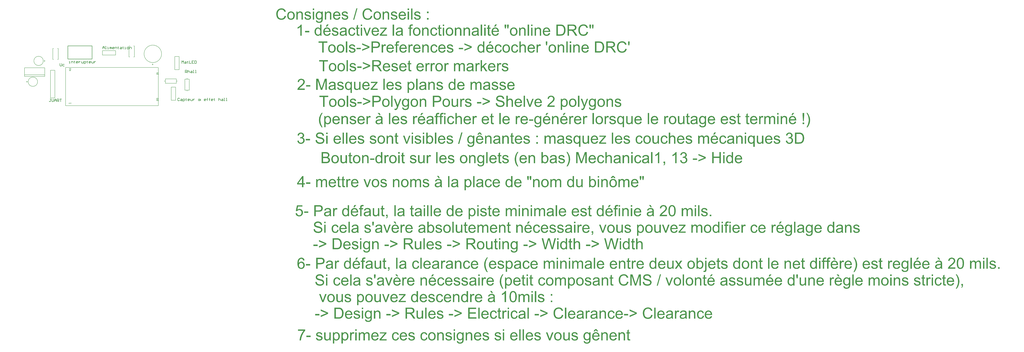
<source format=gto>
G04*
G04 #@! TF.GenerationSoftware,Altium Limited,Altium Designer,19.1.5 (86)*
G04*
G04 Layer_Color=65535*
%FSLAX25Y25*%
%MOIN*%
G70*
G01*
G75*
%ADD10C,0.00787*%
%ADD11C,0.01000*%
%ADD12C,0.00709*%
%ADD13C,0.00800*%
G36*
X1353895Y-211605D02*
X1354333Y-211641D01*
X1354843Y-211714D01*
X1355353Y-211787D01*
X1355937Y-211897D01*
X1355463Y-214594D01*
X1355426D01*
X1355317Y-214557D01*
X1355135Y-214521D01*
X1354880Y-214485D01*
X1354588D01*
X1354296Y-214448D01*
X1353640Y-214412D01*
X1353422D01*
X1353166Y-214448D01*
X1352875Y-214485D01*
X1352547Y-214557D01*
X1352219Y-214667D01*
X1351927Y-214813D01*
X1351672Y-215031D01*
X1351635Y-215068D01*
X1351599Y-215141D01*
X1351490Y-215286D01*
X1351380Y-215542D01*
X1351271Y-215833D01*
X1351198Y-216198D01*
X1351125Y-216671D01*
X1351089Y-217255D01*
Y-218931D01*
X1354624D01*
Y-221337D01*
X1351089D01*
Y-237229D01*
X1347991D01*
Y-221337D01*
X1345257D01*
Y-218931D01*
X1347991D01*
Y-217000D01*
Y-216963D01*
Y-216927D01*
Y-216708D01*
X1348027Y-216380D01*
Y-215979D01*
X1348063Y-215542D01*
X1348136Y-215068D01*
X1348209Y-214630D01*
X1348318Y-214266D01*
X1348355Y-214229D01*
X1348392Y-214047D01*
X1348501Y-213828D01*
X1348683Y-213573D01*
X1348902Y-213282D01*
X1349157Y-212954D01*
X1349485Y-212626D01*
X1349886Y-212334D01*
X1349922Y-212298D01*
X1350105Y-212225D01*
X1350360Y-212079D01*
X1350724Y-211933D01*
X1351162Y-211824D01*
X1351708Y-211678D01*
X1352328Y-211605D01*
X1353057Y-211568D01*
X1353567D01*
X1353895Y-211605D01*
D02*
G37*
G36*
X775543D02*
X775981Y-211641D01*
X776491Y-211714D01*
X777001Y-211787D01*
X777585Y-211897D01*
X777111Y-214594D01*
X777074D01*
X776965Y-214557D01*
X776783Y-214521D01*
X776527Y-214485D01*
X776236D01*
X775944Y-214448D01*
X775288Y-214412D01*
X775069D01*
X774814Y-214448D01*
X774523Y-214485D01*
X774195Y-214557D01*
X773867Y-214667D01*
X773575Y-214813D01*
X773320Y-215031D01*
X773283Y-215068D01*
X773247Y-215141D01*
X773138Y-215286D01*
X773028Y-215542D01*
X772919Y-215833D01*
X772846Y-216198D01*
X772773Y-216671D01*
X772737Y-217255D01*
Y-218931D01*
X776272D01*
Y-221337D01*
X772737D01*
Y-237229D01*
X769638D01*
Y-221337D01*
X766905D01*
Y-218931D01*
X769638D01*
Y-217000D01*
Y-216963D01*
Y-216927D01*
Y-216708D01*
X769675Y-216380D01*
Y-215979D01*
X769711Y-215542D01*
X769784Y-215068D01*
X769857Y-214630D01*
X769966Y-214266D01*
X770003Y-214229D01*
X770039Y-214047D01*
X770149Y-213828D01*
X770331Y-213573D01*
X770550Y-213282D01*
X770805Y-212954D01*
X771133Y-212626D01*
X771534Y-212334D01*
X771570Y-212298D01*
X771753Y-212225D01*
X772008Y-212079D01*
X772372Y-211933D01*
X772810Y-211824D01*
X773356Y-211678D01*
X773976Y-211605D01*
X774705Y-211568D01*
X775215D01*
X775543Y-211605D01*
D02*
G37*
G36*
X1532683Y-215542D02*
X1529584D01*
Y-212006D01*
X1532683D01*
Y-215542D01*
D02*
G37*
G36*
X1387612D02*
X1384513D01*
Y-212006D01*
X1387612D01*
Y-215542D01*
D02*
G37*
G36*
X1360165D02*
X1357067D01*
Y-212006D01*
X1360165D01*
Y-215542D01*
D02*
G37*
G36*
X1160200D02*
X1157102D01*
Y-212006D01*
X1160200D01*
Y-215542D01*
D02*
G37*
G36*
X1132753D02*
X1129655D01*
Y-212006D01*
X1132753D01*
Y-215542D01*
D02*
G37*
G36*
X1038676D02*
X1035577D01*
Y-212006D01*
X1038676D01*
Y-215542D01*
D02*
G37*
G36*
X917115D02*
X914017D01*
Y-212006D01*
X917115D01*
Y-215542D01*
D02*
G37*
G36*
X1432154Y-216671D02*
X1429675D01*
X1425702Y-211860D01*
X1429857D01*
X1432154Y-216671D01*
D02*
G37*
G36*
X1335160D02*
X1332609D01*
X1334869Y-211860D01*
X1338951D01*
X1335160Y-216671D01*
D02*
G37*
G36*
X756808D02*
X754256D01*
X756516Y-211860D01*
X760599D01*
X756808Y-216671D01*
D02*
G37*
G36*
X1322731Y-237229D02*
X1319851D01*
Y-234933D01*
X1319815Y-234969D01*
X1319778Y-235042D01*
X1319669Y-235188D01*
X1319523Y-235370D01*
X1319341Y-235553D01*
X1319122Y-235771D01*
X1318867Y-236027D01*
X1318539Y-236282D01*
X1318211Y-236537D01*
X1317846Y-236792D01*
X1317409Y-237011D01*
X1316935Y-237193D01*
X1316461Y-237375D01*
X1315915Y-237521D01*
X1315331Y-237594D01*
X1314712Y-237630D01*
X1314493D01*
X1314347Y-237594D01*
X1313910Y-237557D01*
X1313400Y-237485D01*
X1312780Y-237339D01*
X1312087Y-237120D01*
X1311395Y-236828D01*
X1310702Y-236427D01*
X1310666D01*
X1310629Y-236354D01*
X1310410Y-236209D01*
X1310083Y-235917D01*
X1309682Y-235553D01*
X1309208Y-235079D01*
X1308734Y-234496D01*
X1308260Y-233840D01*
X1307859Y-233074D01*
Y-233038D01*
X1307823Y-232965D01*
X1307786Y-232855D01*
X1307713Y-232710D01*
X1307640Y-232491D01*
X1307531Y-232236D01*
X1307458Y-231980D01*
X1307385Y-231652D01*
X1307203Y-230924D01*
X1307021Y-230085D01*
X1306911Y-229137D01*
X1306875Y-228117D01*
Y-228080D01*
Y-228008D01*
Y-227862D01*
Y-227643D01*
X1306911Y-227424D01*
Y-227133D01*
X1306984Y-226477D01*
X1307094Y-225711D01*
X1307276Y-224873D01*
X1307495Y-223998D01*
X1307786Y-223160D01*
Y-223123D01*
X1307823Y-223050D01*
X1307895Y-222941D01*
X1307968Y-222795D01*
X1308187Y-222394D01*
X1308479Y-221884D01*
X1308843Y-221337D01*
X1309317Y-220790D01*
X1309864Y-220207D01*
X1310520Y-219733D01*
X1310556D01*
X1310593Y-219697D01*
X1310702Y-219624D01*
X1310848Y-219551D01*
X1311212Y-219369D01*
X1311723Y-219114D01*
X1312306Y-218895D01*
X1312998Y-218713D01*
X1313764Y-218567D01*
X1314566Y-218531D01*
X1314857D01*
X1315149Y-218567D01*
X1315550Y-218603D01*
X1316024Y-218713D01*
X1316534Y-218822D01*
X1317044Y-219004D01*
X1317518Y-219260D01*
X1317591Y-219296D01*
X1317737Y-219369D01*
X1317956Y-219551D01*
X1318247Y-219733D01*
X1318612Y-219988D01*
X1318940Y-220317D01*
X1319304Y-220645D01*
X1319632Y-221045D01*
Y-212006D01*
X1322731D01*
Y-237229D01*
D02*
G37*
G36*
X981632D02*
X978752D01*
Y-234933D01*
X978716Y-234969D01*
X978679Y-235042D01*
X978570Y-235188D01*
X978424Y-235370D01*
X978242Y-235553D01*
X978023Y-235771D01*
X977768Y-236027D01*
X977440Y-236282D01*
X977112Y-236537D01*
X976747Y-236792D01*
X976310Y-237011D01*
X975836Y-237193D01*
X975362Y-237375D01*
X974815Y-237521D01*
X974232Y-237594D01*
X973613Y-237630D01*
X973394D01*
X973248Y-237594D01*
X972811Y-237557D01*
X972300Y-237485D01*
X971681Y-237339D01*
X970988Y-237120D01*
X970296Y-236828D01*
X969603Y-236427D01*
X969567D01*
X969530Y-236354D01*
X969311Y-236209D01*
X968983Y-235917D01*
X968583Y-235553D01*
X968109Y-235079D01*
X967635Y-234496D01*
X967161Y-233840D01*
X966760Y-233074D01*
Y-233038D01*
X966724Y-232965D01*
X966687Y-232855D01*
X966614Y-232710D01*
X966541Y-232491D01*
X966432Y-232236D01*
X966359Y-231980D01*
X966286Y-231652D01*
X966104Y-230924D01*
X965922Y-230085D01*
X965812Y-229137D01*
X965776Y-228117D01*
Y-228080D01*
Y-228008D01*
Y-227862D01*
Y-227643D01*
X965812Y-227424D01*
Y-227133D01*
X965885Y-226477D01*
X965994Y-225711D01*
X966177Y-224873D01*
X966395Y-223998D01*
X966687Y-223160D01*
Y-223123D01*
X966724Y-223050D01*
X966796Y-222941D01*
X966869Y-222795D01*
X967088Y-222394D01*
X967380Y-221884D01*
X967744Y-221337D01*
X968218Y-220790D01*
X968765Y-220207D01*
X969421Y-219733D01*
X969457D01*
X969494Y-219697D01*
X969603Y-219624D01*
X969749Y-219551D01*
X970113Y-219369D01*
X970624Y-219114D01*
X971207Y-218895D01*
X971899Y-218713D01*
X972665Y-218567D01*
X973467Y-218531D01*
X973758D01*
X974050Y-218567D01*
X974451Y-218603D01*
X974925Y-218713D01*
X975435Y-218822D01*
X975945Y-219004D01*
X976419Y-219260D01*
X976492Y-219296D01*
X976638Y-219369D01*
X976857Y-219551D01*
X977148Y-219733D01*
X977513Y-219988D01*
X977841Y-220317D01*
X978205Y-220645D01*
X978533Y-221045D01*
Y-212006D01*
X981632D01*
Y-237229D01*
D02*
G37*
G36*
X744379D02*
X741499D01*
Y-234933D01*
X741463Y-234969D01*
X741426Y-235042D01*
X741317Y-235188D01*
X741171Y-235370D01*
X740989Y-235553D01*
X740770Y-235771D01*
X740515Y-236027D01*
X740187Y-236282D01*
X739859Y-236537D01*
X739494Y-236792D01*
X739057Y-237011D01*
X738583Y-237193D01*
X738109Y-237375D01*
X737562Y-237521D01*
X736979Y-237594D01*
X736360Y-237630D01*
X736141D01*
X735995Y-237594D01*
X735558Y-237557D01*
X735047Y-237485D01*
X734428Y-237339D01*
X733735Y-237120D01*
X733043Y-236828D01*
X732350Y-236427D01*
X732314D01*
X732277Y-236354D01*
X732058Y-236209D01*
X731730Y-235917D01*
X731329Y-235553D01*
X730856Y-235079D01*
X730382Y-234496D01*
X729908Y-233840D01*
X729507Y-233074D01*
Y-233038D01*
X729470Y-232965D01*
X729434Y-232855D01*
X729361Y-232710D01*
X729288Y-232491D01*
X729179Y-232236D01*
X729106Y-231980D01*
X729033Y-231652D01*
X728851Y-230924D01*
X728668Y-230085D01*
X728559Y-229137D01*
X728523Y-228117D01*
Y-228080D01*
Y-228008D01*
Y-227862D01*
Y-227643D01*
X728559Y-227424D01*
Y-227133D01*
X728632Y-226477D01*
X728741Y-225711D01*
X728924Y-224873D01*
X729142Y-223998D01*
X729434Y-223160D01*
Y-223123D01*
X729470Y-223050D01*
X729543Y-222941D01*
X729616Y-222795D01*
X729835Y-222394D01*
X730127Y-221884D01*
X730491Y-221337D01*
X730965Y-220790D01*
X731512Y-220207D01*
X732168Y-219733D01*
X732204D01*
X732241Y-219697D01*
X732350Y-219624D01*
X732496Y-219551D01*
X732860Y-219369D01*
X733371Y-219114D01*
X733954Y-218895D01*
X734646Y-218713D01*
X735412Y-218567D01*
X736214Y-218531D01*
X736505D01*
X736797Y-218567D01*
X737198Y-218603D01*
X737672Y-218713D01*
X738182Y-218822D01*
X738692Y-219004D01*
X739166Y-219260D01*
X739239Y-219296D01*
X739385Y-219369D01*
X739604Y-219551D01*
X739895Y-219733D01*
X740260Y-219988D01*
X740588Y-220317D01*
X740952Y-220645D01*
X741280Y-221045D01*
Y-212006D01*
X744379D01*
Y-237229D01*
D02*
G37*
G36*
X1024642Y-218567D02*
X1024898Y-218603D01*
X1025444Y-218676D01*
X1026101Y-218822D01*
X1026793Y-219041D01*
X1027486Y-219369D01*
X1028178Y-219770D01*
X1028215D01*
X1028251Y-219843D01*
X1028470Y-219988D01*
X1028798Y-220280D01*
X1029199Y-220645D01*
X1029636Y-221118D01*
X1030074Y-221702D01*
X1030511Y-222394D01*
X1030875Y-223160D01*
Y-223196D01*
X1030912Y-223269D01*
X1030948Y-223378D01*
X1031021Y-223524D01*
X1031094Y-223743D01*
X1031167Y-223998D01*
X1031349Y-224581D01*
X1031532Y-225310D01*
X1031677Y-226112D01*
X1031787Y-227023D01*
X1031823Y-227971D01*
Y-228008D01*
Y-228080D01*
Y-228226D01*
Y-228445D01*
X1031787Y-228700D01*
Y-228992D01*
X1031714Y-229648D01*
X1031568Y-230450D01*
X1031386Y-231288D01*
X1031131Y-232163D01*
X1030803Y-233038D01*
Y-233074D01*
X1030766Y-233147D01*
X1030693Y-233256D01*
X1030620Y-233402D01*
X1030365Y-233803D01*
X1030037Y-234313D01*
X1029636Y-234860D01*
X1029126Y-235407D01*
X1028543Y-235954D01*
X1027850Y-236464D01*
X1027814D01*
X1027777Y-236500D01*
X1027668Y-236573D01*
X1027522Y-236646D01*
X1027158Y-236828D01*
X1026647Y-237047D01*
X1026028Y-237266D01*
X1025372Y-237448D01*
X1024606Y-237594D01*
X1023841Y-237630D01*
X1023586D01*
X1023294Y-237594D01*
X1022929Y-237557D01*
X1022492Y-237485D01*
X1022018Y-237375D01*
X1021544Y-237229D01*
X1021070Y-237011D01*
X1021034Y-236974D01*
X1020852Y-236901D01*
X1020633Y-236755D01*
X1020341Y-236537D01*
X1020050Y-236318D01*
X1019685Y-236027D01*
X1019357Y-235698D01*
X1019066Y-235334D01*
Y-244228D01*
X1015967D01*
Y-218931D01*
X1018774D01*
Y-221337D01*
X1018810Y-221264D01*
X1018956Y-221118D01*
X1019139Y-220863D01*
X1019430Y-220572D01*
X1019758Y-220207D01*
X1020123Y-219879D01*
X1020560Y-219551D01*
X1020998Y-219260D01*
X1021070Y-219223D01*
X1021216Y-219150D01*
X1021508Y-219041D01*
X1021872Y-218895D01*
X1022310Y-218749D01*
X1022820Y-218640D01*
X1023403Y-218567D01*
X1024059Y-218531D01*
X1024460D01*
X1024642Y-218567D01*
D02*
G37*
G36*
X1374052D02*
X1374453Y-218603D01*
X1374927Y-218676D01*
X1375437Y-218786D01*
X1375984Y-218931D01*
X1376494Y-219150D01*
X1376567Y-219187D01*
X1376713Y-219260D01*
X1376968Y-219369D01*
X1377260Y-219551D01*
X1377624Y-219770D01*
X1377952Y-220061D01*
X1378281Y-220353D01*
X1378572Y-220718D01*
X1378609Y-220754D01*
X1378681Y-220900D01*
X1378791Y-221082D01*
X1378973Y-221337D01*
X1379119Y-221702D01*
X1379265Y-222066D01*
X1379447Y-222503D01*
X1379556Y-222977D01*
Y-223014D01*
X1379593Y-223160D01*
X1379629Y-223378D01*
X1379666Y-223670D01*
Y-224107D01*
X1379702Y-224618D01*
X1379739Y-225237D01*
Y-226003D01*
Y-237229D01*
X1376640D01*
Y-226149D01*
Y-226112D01*
Y-226076D01*
Y-225820D01*
Y-225492D01*
X1376604Y-225092D01*
X1376567Y-224618D01*
X1376494Y-224144D01*
X1376385Y-223706D01*
X1376276Y-223305D01*
Y-223269D01*
X1376203Y-223160D01*
X1376093Y-222977D01*
X1375984Y-222759D01*
X1375802Y-222540D01*
X1375583Y-222285D01*
X1375292Y-222030D01*
X1374963Y-221811D01*
X1374927Y-221775D01*
X1374818Y-221702D01*
X1374599Y-221629D01*
X1374344Y-221519D01*
X1374052Y-221410D01*
X1373688Y-221301D01*
X1373250Y-221264D01*
X1372813Y-221228D01*
X1372631D01*
X1372485Y-221264D01*
X1372120Y-221301D01*
X1371647Y-221374D01*
X1371136Y-221556D01*
X1370553Y-221775D01*
X1369970Y-222066D01*
X1369423Y-222503D01*
X1369350Y-222576D01*
X1369204Y-222759D01*
X1369095Y-222904D01*
X1368986Y-223087D01*
X1368840Y-223305D01*
X1368731Y-223561D01*
X1368585Y-223852D01*
X1368439Y-224217D01*
X1368330Y-224618D01*
X1368220Y-225055D01*
X1368147Y-225529D01*
X1368075Y-226039D01*
X1368001Y-226659D01*
Y-227278D01*
Y-237229D01*
X1364903D01*
Y-218931D01*
X1367673D01*
Y-221556D01*
X1367710Y-221519D01*
X1367783Y-221410D01*
X1367892Y-221264D01*
X1368038Y-221082D01*
X1368257Y-220863D01*
X1368512Y-220608D01*
X1368803Y-220317D01*
X1369168Y-220025D01*
X1369532Y-219770D01*
X1369970Y-219478D01*
X1370444Y-219223D01*
X1370954Y-219004D01*
X1371537Y-218822D01*
X1372120Y-218676D01*
X1372777Y-218567D01*
X1373469Y-218531D01*
X1373761D01*
X1374052Y-218567D01*
D02*
G37*
G36*
X1146641D02*
X1147042Y-218603D01*
X1147515Y-218676D01*
X1148026Y-218786D01*
X1148573Y-218931D01*
X1149083Y-219150D01*
X1149156Y-219187D01*
X1149302Y-219260D01*
X1149557Y-219369D01*
X1149848Y-219551D01*
X1150213Y-219770D01*
X1150541Y-220061D01*
X1150869Y-220353D01*
X1151161Y-220718D01*
X1151197Y-220754D01*
X1151270Y-220900D01*
X1151379Y-221082D01*
X1151561Y-221337D01*
X1151707Y-221702D01*
X1151853Y-222066D01*
X1152035Y-222503D01*
X1152145Y-222977D01*
Y-223014D01*
X1152181Y-223160D01*
X1152217Y-223378D01*
X1152254Y-223670D01*
Y-224107D01*
X1152291Y-224618D01*
X1152327Y-225237D01*
Y-226003D01*
Y-237229D01*
X1149229D01*
Y-226149D01*
Y-226112D01*
Y-226076D01*
Y-225820D01*
Y-225492D01*
X1149192Y-225092D01*
X1149156Y-224618D01*
X1149083Y-224144D01*
X1148973Y-223706D01*
X1148864Y-223305D01*
Y-223269D01*
X1148791Y-223160D01*
X1148682Y-222977D01*
X1148573Y-222759D01*
X1148390Y-222540D01*
X1148172Y-222285D01*
X1147880Y-222030D01*
X1147552Y-221811D01*
X1147515Y-221775D01*
X1147406Y-221702D01*
X1147187Y-221629D01*
X1146932Y-221519D01*
X1146641Y-221410D01*
X1146276Y-221301D01*
X1145839Y-221264D01*
X1145401Y-221228D01*
X1145219D01*
X1145073Y-221264D01*
X1144709Y-221301D01*
X1144235Y-221374D01*
X1143725Y-221556D01*
X1143141Y-221775D01*
X1142558Y-222066D01*
X1142012Y-222503D01*
X1141939Y-222576D01*
X1141793Y-222759D01*
X1141683Y-222904D01*
X1141574Y-223087D01*
X1141428Y-223305D01*
X1141319Y-223561D01*
X1141173Y-223852D01*
X1141027Y-224217D01*
X1140918Y-224618D01*
X1140809Y-225055D01*
X1140736Y-225529D01*
X1140663Y-226039D01*
X1140590Y-226659D01*
Y-227278D01*
Y-237229D01*
X1137492D01*
Y-218931D01*
X1140262D01*
Y-221556D01*
X1140298Y-221519D01*
X1140371Y-221410D01*
X1140481Y-221264D01*
X1140626Y-221082D01*
X1140845Y-220863D01*
X1141100Y-220608D01*
X1141392Y-220317D01*
X1141756Y-220025D01*
X1142121Y-219770D01*
X1142558Y-219478D01*
X1143032Y-219223D01*
X1143542Y-219004D01*
X1144126Y-218822D01*
X1144709Y-218676D01*
X1145365Y-218567D01*
X1146058Y-218531D01*
X1146349D01*
X1146641Y-218567D01*
D02*
G37*
G36*
X715437D02*
X715838Y-218640D01*
X716312Y-218786D01*
X716822Y-218968D01*
X717406Y-219223D01*
X718025Y-219551D01*
X716895Y-222394D01*
X716859Y-222358D01*
X716713Y-222285D01*
X716494Y-222176D01*
X716203Y-222066D01*
X715875Y-221957D01*
X715474Y-221847D01*
X715073Y-221775D01*
X714672Y-221738D01*
X714490D01*
X714307Y-221775D01*
X714052Y-221811D01*
X713797Y-221884D01*
X713469Y-221993D01*
X713141Y-222139D01*
X712849Y-222358D01*
X712813Y-222394D01*
X712703Y-222467D01*
X712594Y-222613D01*
X712412Y-222795D01*
X712230Y-223050D01*
X712047Y-223342D01*
X711865Y-223670D01*
X711719Y-224071D01*
X711683Y-224144D01*
X711646Y-224362D01*
X711574Y-224691D01*
X711464Y-225128D01*
X711355Y-225675D01*
X711282Y-226294D01*
X711245Y-226950D01*
X711209Y-227679D01*
Y-237229D01*
X708111D01*
Y-218931D01*
X710917D01*
Y-221702D01*
X710954Y-221665D01*
X711100Y-221410D01*
X711282Y-221082D01*
X711574Y-220681D01*
X711865Y-220280D01*
X712193Y-219843D01*
X712521Y-219478D01*
X712849Y-219187D01*
X712886Y-219150D01*
X712995Y-219077D01*
X713214Y-218968D01*
X713432Y-218859D01*
X713724Y-218749D01*
X714089Y-218640D01*
X714453Y-218567D01*
X714854Y-218531D01*
X715109D01*
X715437Y-218567D01*
D02*
G37*
G36*
X1519779D02*
X1520035D01*
X1520290Y-218603D01*
X1520909Y-218713D01*
X1521565Y-218895D01*
X1522258Y-219187D01*
X1522950Y-219551D01*
X1523534Y-220061D01*
X1523607Y-220134D01*
X1523752Y-220353D01*
X1524008Y-220681D01*
X1524117Y-220936D01*
X1524263Y-221191D01*
X1524409Y-221519D01*
X1524518Y-221847D01*
X1524664Y-222212D01*
X1524773Y-222649D01*
X1524846Y-223087D01*
X1524919Y-223597D01*
X1524992Y-224107D01*
Y-224691D01*
Y-237229D01*
X1521893D01*
Y-225748D01*
Y-225711D01*
Y-225675D01*
Y-225456D01*
Y-225128D01*
X1521857Y-224727D01*
X1521821Y-224290D01*
X1521784Y-223852D01*
X1521711Y-223415D01*
X1521602Y-223087D01*
Y-223050D01*
X1521529Y-222941D01*
X1521456Y-222795D01*
X1521347Y-222613D01*
X1521201Y-222394D01*
X1521019Y-222176D01*
X1520800Y-221957D01*
X1520508Y-221738D01*
X1520472Y-221702D01*
X1520363Y-221665D01*
X1520217Y-221592D01*
X1519962Y-221483D01*
X1519707Y-221374D01*
X1519378Y-221301D01*
X1519050Y-221264D01*
X1518649Y-221228D01*
X1518467D01*
X1518321Y-221264D01*
X1517957Y-221301D01*
X1517519Y-221374D01*
X1517009Y-221556D01*
X1516462Y-221775D01*
X1515916Y-222103D01*
X1515405Y-222540D01*
X1515369Y-222613D01*
X1515223Y-222795D01*
X1515004Y-223087D01*
X1514786Y-223524D01*
X1514531Y-224107D01*
X1514348Y-224800D01*
X1514202Y-225638D01*
X1514130Y-226622D01*
Y-237229D01*
X1511031D01*
Y-225383D01*
Y-225347D01*
Y-225274D01*
Y-225201D01*
Y-225055D01*
X1510995Y-224654D01*
X1510922Y-224217D01*
X1510849Y-223706D01*
X1510703Y-223196D01*
X1510521Y-222722D01*
X1510266Y-222285D01*
X1510229Y-222248D01*
X1510120Y-222103D01*
X1509938Y-221957D01*
X1509683Y-221738D01*
X1509355Y-221556D01*
X1508917Y-221374D01*
X1508407Y-221264D01*
X1507787Y-221228D01*
X1507569D01*
X1507314Y-221264D01*
X1507022Y-221301D01*
X1506657Y-221410D01*
X1506220Y-221519D01*
X1505819Y-221702D01*
X1505382Y-221920D01*
X1505345Y-221957D01*
X1505199Y-222066D01*
X1505017Y-222212D01*
X1504762Y-222431D01*
X1504507Y-222722D01*
X1504252Y-223087D01*
X1503996Y-223488D01*
X1503778Y-223961D01*
X1503741Y-224034D01*
X1503705Y-224217D01*
X1503632Y-224508D01*
X1503523Y-224909D01*
X1503413Y-225456D01*
X1503340Y-226112D01*
X1503304Y-226877D01*
X1503267Y-227752D01*
Y-237229D01*
X1500169D01*
Y-218931D01*
X1502940D01*
Y-221556D01*
X1502976Y-221483D01*
X1503085Y-221337D01*
X1503304Y-221082D01*
X1503559Y-220790D01*
X1503887Y-220426D01*
X1504288Y-220061D01*
X1504725Y-219697D01*
X1505236Y-219369D01*
X1505309Y-219332D01*
X1505491Y-219223D01*
X1505783Y-219114D01*
X1506184Y-218931D01*
X1506657Y-218786D01*
X1507204Y-218676D01*
X1507824Y-218567D01*
X1508480Y-218531D01*
X1508808D01*
X1509209Y-218567D01*
X1509646Y-218640D01*
X1510193Y-218749D01*
X1510740Y-218895D01*
X1511287Y-219114D01*
X1511797Y-219405D01*
X1511870Y-219442D01*
X1512016Y-219551D01*
X1512234Y-219733D01*
X1512526Y-220025D01*
X1512817Y-220353D01*
X1513145Y-220754D01*
X1513437Y-221228D01*
X1513656Y-221775D01*
X1513692Y-221738D01*
X1513765Y-221629D01*
X1513875Y-221483D01*
X1514057Y-221264D01*
X1514275Y-221009D01*
X1514531Y-220754D01*
X1514822Y-220462D01*
X1515187Y-220134D01*
X1515588Y-219843D01*
X1515989Y-219551D01*
X1516462Y-219296D01*
X1516973Y-219041D01*
X1517519Y-218822D01*
X1518103Y-218676D01*
X1518686Y-218567D01*
X1519342Y-218531D01*
X1519597D01*
X1519779Y-218567D01*
D02*
G37*
G36*
X1184512D02*
X1184767D01*
X1185023Y-218603D01*
X1185642Y-218713D01*
X1186298Y-218895D01*
X1186991Y-219187D01*
X1187683Y-219551D01*
X1188267Y-220061D01*
X1188340Y-220134D01*
X1188485Y-220353D01*
X1188741Y-220681D01*
X1188850Y-220936D01*
X1188996Y-221191D01*
X1189141Y-221519D01*
X1189251Y-221847D01*
X1189397Y-222212D01*
X1189506Y-222649D01*
X1189579Y-223087D01*
X1189652Y-223597D01*
X1189725Y-224107D01*
Y-224691D01*
Y-237229D01*
X1186626D01*
Y-225748D01*
Y-225711D01*
Y-225675D01*
Y-225456D01*
Y-225128D01*
X1186590Y-224727D01*
X1186553Y-224290D01*
X1186517Y-223852D01*
X1186444Y-223415D01*
X1186335Y-223087D01*
Y-223050D01*
X1186262Y-222941D01*
X1186189Y-222795D01*
X1186080Y-222613D01*
X1185934Y-222394D01*
X1185752Y-222176D01*
X1185533Y-221957D01*
X1185241Y-221738D01*
X1185205Y-221702D01*
X1185095Y-221665D01*
X1184950Y-221592D01*
X1184694Y-221483D01*
X1184439Y-221374D01*
X1184111Y-221301D01*
X1183783Y-221264D01*
X1183382Y-221228D01*
X1183200D01*
X1183054Y-221264D01*
X1182690Y-221301D01*
X1182252Y-221374D01*
X1181742Y-221556D01*
X1181195Y-221775D01*
X1180649Y-222103D01*
X1180138Y-222540D01*
X1180102Y-222613D01*
X1179956Y-222795D01*
X1179737Y-223087D01*
X1179519Y-223524D01*
X1179263Y-224107D01*
X1179081Y-224800D01*
X1178935Y-225638D01*
X1178862Y-226622D01*
Y-237229D01*
X1175764D01*
Y-225383D01*
Y-225347D01*
Y-225274D01*
Y-225201D01*
Y-225055D01*
X1175728Y-224654D01*
X1175655Y-224217D01*
X1175582Y-223706D01*
X1175436Y-223196D01*
X1175254Y-222722D01*
X1174999Y-222285D01*
X1174962Y-222248D01*
X1174853Y-222103D01*
X1174671Y-221957D01*
X1174416Y-221738D01*
X1174088Y-221556D01*
X1173650Y-221374D01*
X1173140Y-221264D01*
X1172520Y-221228D01*
X1172301D01*
X1172046Y-221264D01*
X1171755Y-221301D01*
X1171390Y-221410D01*
X1170953Y-221519D01*
X1170552Y-221702D01*
X1170115Y-221920D01*
X1170078Y-221957D01*
X1169932Y-222066D01*
X1169750Y-222212D01*
X1169495Y-222431D01*
X1169240Y-222722D01*
X1168985Y-223087D01*
X1168729Y-223488D01*
X1168511Y-223961D01*
X1168474Y-224034D01*
X1168438Y-224217D01*
X1168365Y-224508D01*
X1168256Y-224909D01*
X1168146Y-225456D01*
X1168073Y-226112D01*
X1168037Y-226877D01*
X1168000Y-227752D01*
Y-237229D01*
X1164902D01*
Y-218931D01*
X1167672D01*
Y-221556D01*
X1167709Y-221483D01*
X1167818Y-221337D01*
X1168037Y-221082D01*
X1168292Y-220790D01*
X1168620Y-220426D01*
X1169021Y-220061D01*
X1169458Y-219697D01*
X1169969Y-219369D01*
X1170042Y-219332D01*
X1170224Y-219223D01*
X1170516Y-219114D01*
X1170916Y-218931D01*
X1171390Y-218786D01*
X1171937Y-218676D01*
X1172557Y-218567D01*
X1173213Y-218531D01*
X1173541D01*
X1173942Y-218567D01*
X1174379Y-218640D01*
X1174926Y-218749D01*
X1175473Y-218895D01*
X1176019Y-219114D01*
X1176530Y-219405D01*
X1176603Y-219442D01*
X1176748Y-219551D01*
X1176967Y-219733D01*
X1177259Y-220025D01*
X1177550Y-220353D01*
X1177878Y-220754D01*
X1178170Y-221228D01*
X1178389Y-221775D01*
X1178425Y-221738D01*
X1178498Y-221629D01*
X1178607Y-221483D01*
X1178790Y-221264D01*
X1179008Y-221009D01*
X1179263Y-220754D01*
X1179555Y-220462D01*
X1179920Y-220134D01*
X1180320Y-219843D01*
X1180721Y-219551D01*
X1181195Y-219296D01*
X1181706Y-219041D01*
X1182252Y-218822D01*
X1182835Y-218676D01*
X1183419Y-218567D01*
X1184075Y-218531D01*
X1184330D01*
X1184512Y-218567D01*
D02*
G37*
G36*
X1119850D02*
X1120105D01*
X1120360Y-218603D01*
X1120980Y-218713D01*
X1121636Y-218895D01*
X1122328Y-219187D01*
X1123021Y-219551D01*
X1123604Y-220061D01*
X1123677Y-220134D01*
X1123823Y-220353D01*
X1124078Y-220681D01*
X1124187Y-220936D01*
X1124333Y-221191D01*
X1124479Y-221519D01*
X1124588Y-221847D01*
X1124734Y-222212D01*
X1124844Y-222649D01*
X1124916Y-223087D01*
X1124989Y-223597D01*
X1125062Y-224107D01*
Y-224691D01*
Y-237229D01*
X1121964D01*
Y-225748D01*
Y-225711D01*
Y-225675D01*
Y-225456D01*
Y-225128D01*
X1121928Y-224727D01*
X1121891Y-224290D01*
X1121855Y-223852D01*
X1121782Y-223415D01*
X1121673Y-223087D01*
Y-223050D01*
X1121600Y-222941D01*
X1121527Y-222795D01*
X1121417Y-222613D01*
X1121272Y-222394D01*
X1121089Y-222176D01*
X1120871Y-221957D01*
X1120579Y-221738D01*
X1120543Y-221702D01*
X1120433Y-221665D01*
X1120287Y-221592D01*
X1120032Y-221483D01*
X1119777Y-221374D01*
X1119449Y-221301D01*
X1119121Y-221264D01*
X1118720Y-221228D01*
X1118538D01*
X1118392Y-221264D01*
X1118027Y-221301D01*
X1117590Y-221374D01*
X1117080Y-221556D01*
X1116533Y-221775D01*
X1115986Y-222103D01*
X1115476Y-222540D01*
X1115440Y-222613D01*
X1115294Y-222795D01*
X1115075Y-223087D01*
X1114856Y-223524D01*
X1114601Y-224107D01*
X1114419Y-224800D01*
X1114273Y-225638D01*
X1114200Y-226622D01*
Y-237229D01*
X1111102D01*
Y-225383D01*
Y-225347D01*
Y-225274D01*
Y-225201D01*
Y-225055D01*
X1111065Y-224654D01*
X1110993Y-224217D01*
X1110920Y-223706D01*
X1110774Y-223196D01*
X1110592Y-222722D01*
X1110336Y-222285D01*
X1110300Y-222248D01*
X1110191Y-222103D01*
X1110009Y-221957D01*
X1109753Y-221738D01*
X1109425Y-221556D01*
X1108988Y-221374D01*
X1108477Y-221264D01*
X1107858Y-221228D01*
X1107639D01*
X1107384Y-221264D01*
X1107092Y-221301D01*
X1106728Y-221410D01*
X1106291Y-221519D01*
X1105890Y-221702D01*
X1105452Y-221920D01*
X1105416Y-221957D01*
X1105270Y-222066D01*
X1105088Y-222212D01*
X1104833Y-222431D01*
X1104577Y-222722D01*
X1104322Y-223087D01*
X1104067Y-223488D01*
X1103848Y-223961D01*
X1103812Y-224034D01*
X1103776Y-224217D01*
X1103703Y-224508D01*
X1103593Y-224909D01*
X1103484Y-225456D01*
X1103411Y-226112D01*
X1103375Y-226877D01*
X1103338Y-227752D01*
Y-237229D01*
X1100240D01*
Y-218931D01*
X1103010D01*
Y-221556D01*
X1103047Y-221483D01*
X1103156Y-221337D01*
X1103375Y-221082D01*
X1103630Y-220790D01*
X1103958Y-220426D01*
X1104359Y-220061D01*
X1104796Y-219697D01*
X1105306Y-219369D01*
X1105379Y-219332D01*
X1105562Y-219223D01*
X1105853Y-219114D01*
X1106254Y-218931D01*
X1106728Y-218786D01*
X1107275Y-218676D01*
X1107894Y-218567D01*
X1108550Y-218531D01*
X1108879D01*
X1109279Y-218567D01*
X1109717Y-218640D01*
X1110264Y-218749D01*
X1110810Y-218895D01*
X1111357Y-219114D01*
X1111867Y-219405D01*
X1111940Y-219442D01*
X1112086Y-219551D01*
X1112305Y-219733D01*
X1112596Y-220025D01*
X1112888Y-220353D01*
X1113216Y-220754D01*
X1113508Y-221228D01*
X1113726Y-221775D01*
X1113763Y-221738D01*
X1113836Y-221629D01*
X1113945Y-221483D01*
X1114127Y-221264D01*
X1114346Y-221009D01*
X1114601Y-220754D01*
X1114893Y-220462D01*
X1115257Y-220134D01*
X1115658Y-219843D01*
X1116059Y-219551D01*
X1116533Y-219296D01*
X1117043Y-219041D01*
X1117590Y-218822D01*
X1118173Y-218676D01*
X1118756Y-218567D01*
X1119413Y-218531D01*
X1119668D01*
X1119850Y-218567D01*
D02*
G37*
G36*
X1552001D02*
X1552548Y-218603D01*
X1553131Y-218676D01*
X1553751Y-218822D01*
X1554407Y-218968D01*
X1555027Y-219187D01*
X1555063D01*
X1555099Y-219223D01*
X1555282Y-219296D01*
X1555573Y-219442D01*
X1555938Y-219624D01*
X1556339Y-219879D01*
X1556740Y-220171D01*
X1557104Y-220499D01*
X1557432Y-220863D01*
X1557469Y-220900D01*
X1557541Y-221045D01*
X1557687Y-221301D01*
X1557870Y-221592D01*
X1558052Y-222030D01*
X1558234Y-222503D01*
X1558380Y-223050D01*
X1558526Y-223670D01*
X1555500Y-224071D01*
Y-223998D01*
X1555464Y-223852D01*
X1555391Y-223597D01*
X1555282Y-223269D01*
X1555099Y-222941D01*
X1554881Y-222576D01*
X1554626Y-222212D01*
X1554261Y-221884D01*
X1554225Y-221847D01*
X1554079Y-221775D01*
X1553860Y-221629D01*
X1553532Y-221483D01*
X1553168Y-221337D01*
X1552694Y-221191D01*
X1552110Y-221118D01*
X1551491Y-221082D01*
X1551126D01*
X1550762Y-221118D01*
X1550288Y-221155D01*
X1549814Y-221264D01*
X1549304Y-221374D01*
X1548830Y-221556D01*
X1548429Y-221811D01*
X1548393Y-221847D01*
X1548283Y-221920D01*
X1548137Y-222066D01*
X1547992Y-222285D01*
X1547809Y-222503D01*
X1547664Y-222795D01*
X1547554Y-223123D01*
X1547518Y-223451D01*
Y-223488D01*
Y-223561D01*
X1547554Y-223670D01*
Y-223816D01*
X1547664Y-224180D01*
X1547882Y-224545D01*
X1547919Y-224581D01*
X1547955Y-224618D01*
X1548028Y-224727D01*
X1548174Y-224836D01*
X1548320Y-224946D01*
X1548538Y-225092D01*
X1548794Y-225201D01*
X1549085Y-225347D01*
X1549122D01*
X1549195Y-225383D01*
X1549340Y-225419D01*
X1549595Y-225529D01*
X1549960Y-225638D01*
X1550434Y-225748D01*
X1550725Y-225857D01*
X1551053Y-225930D01*
X1551418Y-226039D01*
X1551819Y-226149D01*
X1551855D01*
X1551965Y-226185D01*
X1552147Y-226221D01*
X1552366Y-226294D01*
X1552621Y-226367D01*
X1552949Y-226440D01*
X1553641Y-226659D01*
X1554407Y-226877D01*
X1555172Y-227133D01*
X1555865Y-227388D01*
X1556157Y-227497D01*
X1556412Y-227607D01*
X1556485Y-227643D01*
X1556630Y-227716D01*
X1556849Y-227825D01*
X1557177Y-228008D01*
X1557505Y-228226D01*
X1557833Y-228518D01*
X1558161Y-228846D01*
X1558453Y-229210D01*
X1558489Y-229247D01*
X1558562Y-229393D01*
X1558708Y-229611D01*
X1558854Y-229939D01*
X1558963Y-230340D01*
X1559109Y-230778D01*
X1559182Y-231288D01*
X1559218Y-231871D01*
Y-231944D01*
Y-232126D01*
X1559182Y-232418D01*
X1559109Y-232819D01*
X1559000Y-233256D01*
X1558817Y-233730D01*
X1558599Y-234277D01*
X1558307Y-234787D01*
X1558271Y-234860D01*
X1558125Y-235006D01*
X1557942Y-235261D01*
X1557651Y-235553D01*
X1557250Y-235881D01*
X1556813Y-236245D01*
X1556302Y-236573D01*
X1555683Y-236901D01*
X1555646D01*
X1555610Y-236938D01*
X1555391Y-237011D01*
X1555027Y-237120D01*
X1554553Y-237266D01*
X1553969Y-237412D01*
X1553313Y-237521D01*
X1552621Y-237594D01*
X1551819Y-237630D01*
X1551491D01*
X1551236Y-237594D01*
X1550944D01*
X1550580Y-237557D01*
X1550215Y-237521D01*
X1549814Y-237448D01*
X1548939Y-237266D01*
X1548028Y-237011D01*
X1547153Y-236646D01*
X1546752Y-236427D01*
X1546388Y-236172D01*
X1546351Y-236136D01*
X1546315Y-236099D01*
X1546096Y-235881D01*
X1545768Y-235553D01*
X1545404Y-235042D01*
X1545003Y-234423D01*
X1544602Y-233694D01*
X1544274Y-232782D01*
X1544019Y-231762D01*
X1547080Y-231288D01*
Y-231324D01*
Y-231361D01*
X1547153Y-231580D01*
X1547226Y-231944D01*
X1547372Y-232345D01*
X1547554Y-232782D01*
X1547773Y-233256D01*
X1548101Y-233730D01*
X1548502Y-234131D01*
X1548575Y-234168D01*
X1548721Y-234277D01*
X1549012Y-234423D01*
X1549377Y-234605D01*
X1549851Y-234787D01*
X1550397Y-234933D01*
X1551053Y-235042D01*
X1551819Y-235079D01*
X1552183D01*
X1552548Y-235042D01*
X1553022Y-234969D01*
X1553532Y-234860D01*
X1554079Y-234714D01*
X1554553Y-234532D01*
X1554990Y-234240D01*
X1555027Y-234204D01*
X1555172Y-234095D01*
X1555318Y-233912D01*
X1555537Y-233657D01*
X1555719Y-233366D01*
X1555901Y-233001D01*
X1556011Y-232637D01*
X1556047Y-232199D01*
Y-232163D01*
Y-232017D01*
X1556011Y-231835D01*
X1555938Y-231580D01*
X1555828Y-231324D01*
X1555646Y-231069D01*
X1555427Y-230778D01*
X1555099Y-230559D01*
X1555063Y-230522D01*
X1554954Y-230486D01*
X1554771Y-230377D01*
X1554480Y-230267D01*
X1554042Y-230122D01*
X1553787Y-230012D01*
X1553496Y-229939D01*
X1553168Y-229830D01*
X1552803Y-229721D01*
X1552402Y-229611D01*
X1551928Y-229502D01*
X1551892D01*
X1551783Y-229466D01*
X1551600Y-229429D01*
X1551381Y-229356D01*
X1551090Y-229283D01*
X1550762Y-229174D01*
X1550069Y-228992D01*
X1549267Y-228736D01*
X1548502Y-228518D01*
X1547773Y-228263D01*
X1547445Y-228117D01*
X1547190Y-228008D01*
X1547117Y-227971D01*
X1546971Y-227898D01*
X1546752Y-227752D01*
X1546461Y-227570D01*
X1546133Y-227315D01*
X1545805Y-227023D01*
X1545477Y-226695D01*
X1545185Y-226294D01*
X1545149Y-226258D01*
X1545076Y-226112D01*
X1544966Y-225857D01*
X1544857Y-225565D01*
X1544748Y-225201D01*
X1544638Y-224763D01*
X1544565Y-224326D01*
X1544529Y-223816D01*
Y-223743D01*
Y-223597D01*
X1544565Y-223378D01*
X1544602Y-223050D01*
X1544675Y-222722D01*
X1544748Y-222321D01*
X1544893Y-221957D01*
X1545076Y-221556D01*
X1545112Y-221519D01*
X1545185Y-221374D01*
X1545294Y-221191D01*
X1545477Y-220936D01*
X1545695Y-220681D01*
X1545950Y-220353D01*
X1546242Y-220061D01*
X1546607Y-219806D01*
X1546643Y-219770D01*
X1546752Y-219733D01*
X1546898Y-219624D01*
X1547117Y-219515D01*
X1547408Y-219369D01*
X1547736Y-219223D01*
X1548137Y-219077D01*
X1548575Y-218931D01*
X1548648Y-218895D01*
X1548794Y-218859D01*
X1549049Y-218786D01*
X1549377Y-218713D01*
X1549778Y-218640D01*
X1550215Y-218603D01*
X1550725Y-218531D01*
X1551600D01*
X1552001Y-218567D01*
D02*
G37*
G36*
X1277533D02*
X1278079Y-218603D01*
X1278663Y-218676D01*
X1279282Y-218822D01*
X1279938Y-218968D01*
X1280558Y-219187D01*
X1280594D01*
X1280631Y-219223D01*
X1280813Y-219296D01*
X1281105Y-219442D01*
X1281469Y-219624D01*
X1281870Y-219879D01*
X1282271Y-220171D01*
X1282636Y-220499D01*
X1282964Y-220863D01*
X1283000Y-220900D01*
X1283073Y-221045D01*
X1283219Y-221301D01*
X1283401Y-221592D01*
X1283583Y-222030D01*
X1283766Y-222503D01*
X1283911Y-223050D01*
X1284057Y-223670D01*
X1281032Y-224071D01*
Y-223998D01*
X1280995Y-223852D01*
X1280923Y-223597D01*
X1280813Y-223269D01*
X1280631Y-222941D01*
X1280412Y-222576D01*
X1280157Y-222212D01*
X1279792Y-221884D01*
X1279756Y-221847D01*
X1279610Y-221775D01*
X1279392Y-221629D01*
X1279064Y-221483D01*
X1278699Y-221337D01*
X1278225Y-221191D01*
X1277642Y-221118D01*
X1277022Y-221082D01*
X1276658D01*
X1276293Y-221118D01*
X1275819Y-221155D01*
X1275346Y-221264D01*
X1274835Y-221374D01*
X1274362Y-221556D01*
X1273960Y-221811D01*
X1273924Y-221847D01*
X1273815Y-221920D01*
X1273669Y-222066D01*
X1273523Y-222285D01*
X1273341Y-222503D01*
X1273195Y-222795D01*
X1273086Y-223123D01*
X1273049Y-223451D01*
Y-223488D01*
Y-223561D01*
X1273086Y-223670D01*
Y-223816D01*
X1273195Y-224180D01*
X1273414Y-224545D01*
X1273450Y-224581D01*
X1273487Y-224618D01*
X1273560Y-224727D01*
X1273705Y-224836D01*
X1273851Y-224946D01*
X1274070Y-225092D01*
X1274325Y-225201D01*
X1274617Y-225347D01*
X1274653D01*
X1274726Y-225383D01*
X1274872Y-225419D01*
X1275127Y-225529D01*
X1275492Y-225638D01*
X1275965Y-225748D01*
X1276257Y-225857D01*
X1276585Y-225930D01*
X1276950Y-226039D01*
X1277350Y-226149D01*
X1277387D01*
X1277496Y-226185D01*
X1277678Y-226221D01*
X1277897Y-226294D01*
X1278152Y-226367D01*
X1278480Y-226440D01*
X1279173Y-226659D01*
X1279938Y-226877D01*
X1280704Y-227133D01*
X1281396Y-227388D01*
X1281688Y-227497D01*
X1281943Y-227607D01*
X1282016Y-227643D01*
X1282162Y-227716D01*
X1282380Y-227825D01*
X1282708Y-228008D01*
X1283037Y-228226D01*
X1283365Y-228518D01*
X1283693Y-228846D01*
X1283984Y-229210D01*
X1284021Y-229247D01*
X1284094Y-229393D01*
X1284239Y-229611D01*
X1284385Y-229939D01*
X1284495Y-230340D01*
X1284640Y-230778D01*
X1284713Y-231288D01*
X1284750Y-231871D01*
Y-231944D01*
Y-232126D01*
X1284713Y-232418D01*
X1284640Y-232819D01*
X1284531Y-233256D01*
X1284349Y-233730D01*
X1284130Y-234277D01*
X1283838Y-234787D01*
X1283802Y-234860D01*
X1283656Y-235006D01*
X1283474Y-235261D01*
X1283182Y-235553D01*
X1282782Y-235881D01*
X1282344Y-236245D01*
X1281834Y-236573D01*
X1281214Y-236901D01*
X1281178D01*
X1281141Y-236938D01*
X1280923Y-237011D01*
X1280558Y-237120D01*
X1280084Y-237266D01*
X1279501Y-237412D01*
X1278845Y-237521D01*
X1278152Y-237594D01*
X1277350Y-237630D01*
X1277022D01*
X1276767Y-237594D01*
X1276476D01*
X1276111Y-237557D01*
X1275747Y-237521D01*
X1275346Y-237448D01*
X1274471Y-237266D01*
X1273560Y-237011D01*
X1272685Y-236646D01*
X1272284Y-236427D01*
X1271919Y-236172D01*
X1271883Y-236136D01*
X1271846Y-236099D01*
X1271628Y-235881D01*
X1271300Y-235553D01*
X1270935Y-235042D01*
X1270534Y-234423D01*
X1270133Y-233694D01*
X1269805Y-232782D01*
X1269550Y-231762D01*
X1272612Y-231288D01*
Y-231324D01*
Y-231361D01*
X1272685Y-231580D01*
X1272758Y-231944D01*
X1272904Y-232345D01*
X1273086Y-232782D01*
X1273304Y-233256D01*
X1273633Y-233730D01*
X1274034Y-234131D01*
X1274106Y-234168D01*
X1274252Y-234277D01*
X1274544Y-234423D01*
X1274908Y-234605D01*
X1275382Y-234787D01*
X1275929Y-234933D01*
X1276585Y-235042D01*
X1277350Y-235079D01*
X1277715D01*
X1278079Y-235042D01*
X1278553Y-234969D01*
X1279064Y-234860D01*
X1279610Y-234714D01*
X1280084Y-234532D01*
X1280522Y-234240D01*
X1280558Y-234204D01*
X1280704Y-234095D01*
X1280850Y-233912D01*
X1281068Y-233657D01*
X1281250Y-233366D01*
X1281433Y-233001D01*
X1281542Y-232637D01*
X1281579Y-232199D01*
Y-232163D01*
Y-232017D01*
X1281542Y-231835D01*
X1281469Y-231580D01*
X1281360Y-231324D01*
X1281178Y-231069D01*
X1280959Y-230778D01*
X1280631Y-230559D01*
X1280594Y-230522D01*
X1280485Y-230486D01*
X1280303Y-230377D01*
X1280011Y-230267D01*
X1279574Y-230122D01*
X1279319Y-230012D01*
X1279027Y-229939D01*
X1278699Y-229830D01*
X1278335Y-229721D01*
X1277934Y-229611D01*
X1277460Y-229502D01*
X1277423D01*
X1277314Y-229466D01*
X1277132Y-229429D01*
X1276913Y-229356D01*
X1276621Y-229283D01*
X1276293Y-229174D01*
X1275601Y-228992D01*
X1274799Y-228736D01*
X1274034Y-228518D01*
X1273304Y-228263D01*
X1272976Y-228117D01*
X1272721Y-228008D01*
X1272648Y-227971D01*
X1272503Y-227898D01*
X1272284Y-227752D01*
X1271992Y-227570D01*
X1271664Y-227315D01*
X1271336Y-227023D01*
X1271008Y-226695D01*
X1270716Y-226294D01*
X1270680Y-226258D01*
X1270607Y-226112D01*
X1270498Y-225857D01*
X1270389Y-225565D01*
X1270279Y-225201D01*
X1270170Y-224763D01*
X1270097Y-224326D01*
X1270060Y-223816D01*
Y-223743D01*
Y-223597D01*
X1270097Y-223378D01*
X1270133Y-223050D01*
X1270206Y-222722D01*
X1270279Y-222321D01*
X1270425Y-221957D01*
X1270607Y-221556D01*
X1270644Y-221519D01*
X1270716Y-221374D01*
X1270826Y-221191D01*
X1271008Y-220936D01*
X1271227Y-220681D01*
X1271482Y-220353D01*
X1271774Y-220061D01*
X1272138Y-219806D01*
X1272174Y-219770D01*
X1272284Y-219733D01*
X1272430Y-219624D01*
X1272648Y-219515D01*
X1272940Y-219369D01*
X1273268Y-219223D01*
X1273669Y-219077D01*
X1274106Y-218931D01*
X1274179Y-218895D01*
X1274325Y-218859D01*
X1274580Y-218786D01*
X1274908Y-218713D01*
X1275309Y-218640D01*
X1275747Y-218603D01*
X1276257Y-218531D01*
X1277132D01*
X1277533Y-218567D01*
D02*
G37*
G36*
X1050158D02*
X1050704Y-218603D01*
X1051287Y-218676D01*
X1051907Y-218822D01*
X1052563Y-218968D01*
X1053183Y-219187D01*
X1053219D01*
X1053256Y-219223D01*
X1053438Y-219296D01*
X1053730Y-219442D01*
X1054094Y-219624D01*
X1054495Y-219879D01*
X1054896Y-220171D01*
X1055260Y-220499D01*
X1055589Y-220863D01*
X1055625Y-220900D01*
X1055698Y-221045D01*
X1055844Y-221301D01*
X1056026Y-221592D01*
X1056208Y-222030D01*
X1056390Y-222503D01*
X1056536Y-223050D01*
X1056682Y-223670D01*
X1053657Y-224071D01*
Y-223998D01*
X1053620Y-223852D01*
X1053547Y-223597D01*
X1053438Y-223269D01*
X1053256Y-222941D01*
X1053037Y-222576D01*
X1052782Y-222212D01*
X1052417Y-221884D01*
X1052381Y-221847D01*
X1052235Y-221775D01*
X1052017Y-221629D01*
X1051688Y-221483D01*
X1051324Y-221337D01*
X1050850Y-221191D01*
X1050267Y-221118D01*
X1049647Y-221082D01*
X1049283D01*
X1048918Y-221118D01*
X1048444Y-221155D01*
X1047971Y-221264D01*
X1047460Y-221374D01*
X1046986Y-221556D01*
X1046585Y-221811D01*
X1046549Y-221847D01*
X1046440Y-221920D01*
X1046294Y-222066D01*
X1046148Y-222285D01*
X1045966Y-222503D01*
X1045820Y-222795D01*
X1045711Y-223123D01*
X1045674Y-223451D01*
Y-223488D01*
Y-223561D01*
X1045711Y-223670D01*
Y-223816D01*
X1045820Y-224180D01*
X1046039Y-224545D01*
X1046075Y-224581D01*
X1046112Y-224618D01*
X1046185Y-224727D01*
X1046330Y-224836D01*
X1046476Y-224946D01*
X1046695Y-225092D01*
X1046950Y-225201D01*
X1047241Y-225347D01*
X1047278D01*
X1047351Y-225383D01*
X1047497Y-225419D01*
X1047752Y-225529D01*
X1048116Y-225638D01*
X1048590Y-225748D01*
X1048882Y-225857D01*
X1049210Y-225930D01*
X1049574Y-226039D01*
X1049975Y-226149D01*
X1050012D01*
X1050121Y-226185D01*
X1050303Y-226221D01*
X1050522Y-226294D01*
X1050777Y-226367D01*
X1051105Y-226440D01*
X1051798Y-226659D01*
X1052563Y-226877D01*
X1053329Y-227133D01*
X1054021Y-227388D01*
X1054313Y-227497D01*
X1054568Y-227607D01*
X1054641Y-227643D01*
X1054787Y-227716D01*
X1055005Y-227825D01*
X1055334Y-228008D01*
X1055661Y-228226D01*
X1055990Y-228518D01*
X1056318Y-228846D01*
X1056609Y-229210D01*
X1056646Y-229247D01*
X1056719Y-229393D01*
X1056864Y-229611D01*
X1057010Y-229939D01*
X1057119Y-230340D01*
X1057265Y-230778D01*
X1057338Y-231288D01*
X1057375Y-231871D01*
Y-231944D01*
Y-232126D01*
X1057338Y-232418D01*
X1057265Y-232819D01*
X1057156Y-233256D01*
X1056974Y-233730D01*
X1056755Y-234277D01*
X1056463Y-234787D01*
X1056427Y-234860D01*
X1056281Y-235006D01*
X1056099Y-235261D01*
X1055807Y-235553D01*
X1055406Y-235881D01*
X1054969Y-236245D01*
X1054459Y-236573D01*
X1053839Y-236901D01*
X1053802D01*
X1053766Y-236938D01*
X1053547Y-237011D01*
X1053183Y-237120D01*
X1052709Y-237266D01*
X1052126Y-237412D01*
X1051470Y-237521D01*
X1050777Y-237594D01*
X1049975Y-237630D01*
X1049647D01*
X1049392Y-237594D01*
X1049100D01*
X1048736Y-237557D01*
X1048372Y-237521D01*
X1047971Y-237448D01*
X1047096Y-237266D01*
X1046185Y-237011D01*
X1045310Y-236646D01*
X1044909Y-236427D01*
X1044544Y-236172D01*
X1044508Y-236136D01*
X1044471Y-236099D01*
X1044253Y-235881D01*
X1043925Y-235553D01*
X1043560Y-235042D01*
X1043159Y-234423D01*
X1042758Y-233694D01*
X1042430Y-232782D01*
X1042175Y-231762D01*
X1045237Y-231288D01*
Y-231324D01*
Y-231361D01*
X1045310Y-231580D01*
X1045383Y-231944D01*
X1045528Y-232345D01*
X1045711Y-232782D01*
X1045929Y-233256D01*
X1046257Y-233730D01*
X1046658Y-234131D01*
X1046731Y-234168D01*
X1046877Y-234277D01*
X1047169Y-234423D01*
X1047533Y-234605D01*
X1048007Y-234787D01*
X1048554Y-234933D01*
X1049210Y-235042D01*
X1049975Y-235079D01*
X1050340D01*
X1050704Y-235042D01*
X1051178Y-234969D01*
X1051688Y-234860D01*
X1052235Y-234714D01*
X1052709Y-234532D01*
X1053146Y-234240D01*
X1053183Y-234204D01*
X1053329Y-234095D01*
X1053475Y-233912D01*
X1053693Y-233657D01*
X1053875Y-233366D01*
X1054058Y-233001D01*
X1054167Y-232637D01*
X1054204Y-232199D01*
Y-232163D01*
Y-232017D01*
X1054167Y-231835D01*
X1054094Y-231580D01*
X1053985Y-231324D01*
X1053802Y-231069D01*
X1053584Y-230778D01*
X1053256Y-230559D01*
X1053219Y-230522D01*
X1053110Y-230486D01*
X1052928Y-230377D01*
X1052636Y-230267D01*
X1052199Y-230122D01*
X1051944Y-230012D01*
X1051652Y-229939D01*
X1051324Y-229830D01*
X1050959Y-229721D01*
X1050558Y-229611D01*
X1050085Y-229502D01*
X1050048D01*
X1049939Y-229466D01*
X1049757Y-229429D01*
X1049538Y-229356D01*
X1049246Y-229283D01*
X1048918Y-229174D01*
X1048226Y-228992D01*
X1047424Y-228736D01*
X1046658Y-228518D01*
X1045929Y-228263D01*
X1045601Y-228117D01*
X1045346Y-228008D01*
X1045273Y-227971D01*
X1045127Y-227898D01*
X1044909Y-227752D01*
X1044617Y-227570D01*
X1044289Y-227315D01*
X1043961Y-227023D01*
X1043633Y-226695D01*
X1043341Y-226294D01*
X1043305Y-226258D01*
X1043232Y-226112D01*
X1043123Y-225857D01*
X1043013Y-225565D01*
X1042904Y-225201D01*
X1042795Y-224763D01*
X1042722Y-224326D01*
X1042685Y-223816D01*
Y-223743D01*
Y-223597D01*
X1042722Y-223378D01*
X1042758Y-223050D01*
X1042831Y-222722D01*
X1042904Y-222321D01*
X1043050Y-221957D01*
X1043232Y-221556D01*
X1043268Y-221519D01*
X1043341Y-221374D01*
X1043451Y-221191D01*
X1043633Y-220936D01*
X1043852Y-220681D01*
X1044107Y-220353D01*
X1044398Y-220061D01*
X1044763Y-219806D01*
X1044799Y-219770D01*
X1044909Y-219733D01*
X1045055Y-219624D01*
X1045273Y-219515D01*
X1045565Y-219369D01*
X1045893Y-219223D01*
X1046294Y-219077D01*
X1046731Y-218931D01*
X1046804Y-218895D01*
X1046950Y-218859D01*
X1047205Y-218786D01*
X1047533Y-218713D01*
X1047934Y-218640D01*
X1048372Y-218603D01*
X1048882Y-218531D01*
X1049757D01*
X1050158Y-218567D01*
D02*
G37*
G36*
X651832Y-229648D02*
X642246D01*
Y-226550D01*
X651832D01*
Y-229648D01*
D02*
G37*
G36*
X813087Y-237229D02*
X810317D01*
Y-234569D01*
X810280Y-234605D01*
X810207Y-234714D01*
X810098Y-234860D01*
X809916Y-235042D01*
X809697Y-235261D01*
X809442Y-235553D01*
X809150Y-235808D01*
X808786Y-236099D01*
X808385Y-236391D01*
X807947Y-236646D01*
X807473Y-236901D01*
X806963Y-237156D01*
X806380Y-237339D01*
X805797Y-237485D01*
X805141Y-237594D01*
X804485Y-237630D01*
X804229D01*
X803901Y-237594D01*
X803500Y-237557D01*
X803027Y-237485D01*
X802516Y-237375D01*
X802006Y-237229D01*
X801459Y-237011D01*
X801386Y-236974D01*
X801241Y-236901D01*
X800985Y-236755D01*
X800694Y-236573D01*
X800329Y-236354D01*
X800001Y-236099D01*
X799673Y-235808D01*
X799381Y-235480D01*
X799345Y-235443D01*
X799272Y-235297D01*
X799163Y-235115D01*
X799017Y-234824D01*
X798835Y-234496D01*
X798689Y-234095D01*
X798543Y-233657D01*
X798434Y-233183D01*
Y-233147D01*
X798397Y-233001D01*
X798361Y-232782D01*
Y-232491D01*
X798324Y-232053D01*
X798288Y-231580D01*
X798252Y-230960D01*
Y-230267D01*
Y-218931D01*
X801350D01*
Y-229101D01*
Y-229137D01*
Y-229210D01*
Y-229320D01*
Y-229502D01*
Y-229903D01*
X801386Y-230413D01*
Y-230960D01*
X801423Y-231507D01*
X801459Y-231980D01*
X801532Y-232382D01*
Y-232418D01*
X801605Y-232564D01*
X801678Y-232782D01*
X801787Y-233074D01*
X801970Y-233366D01*
X802188Y-233694D01*
X802443Y-233985D01*
X802771Y-234277D01*
X802808Y-234313D01*
X802954Y-234386D01*
X803136Y-234496D01*
X803428Y-234605D01*
X803756Y-234751D01*
X804156Y-234860D01*
X804594Y-234933D01*
X805104Y-234969D01*
X805359D01*
X805614Y-234933D01*
X805943Y-234896D01*
X806343Y-234787D01*
X806781Y-234678D01*
X807255Y-234496D01*
X807729Y-234277D01*
X807802Y-234240D01*
X807947Y-234131D01*
X808166Y-233985D01*
X808421Y-233767D01*
X808713Y-233475D01*
X809004Y-233147D01*
X809260Y-232782D01*
X809478Y-232345D01*
X809515Y-232272D01*
X809551Y-232126D01*
X809624Y-231835D01*
X809733Y-231434D01*
X809843Y-230924D01*
X809916Y-230304D01*
X809952Y-229575D01*
X809988Y-228736D01*
Y-218931D01*
X813087D01*
Y-237229D01*
D02*
G37*
G36*
X638528Y-215286D02*
X628431D01*
X627082Y-222103D01*
X627119Y-222066D01*
X627192Y-222030D01*
X627301Y-221957D01*
X627483Y-221847D01*
X627702Y-221738D01*
X627957Y-221592D01*
X628540Y-221301D01*
X629269Y-221009D01*
X630071Y-220754D01*
X630946Y-220572D01*
X631384Y-220499D01*
X632185D01*
X632404Y-220535D01*
X632696Y-220572D01*
X633024Y-220608D01*
X633388Y-220681D01*
X633789Y-220790D01*
X634664Y-221045D01*
X635138Y-221228D01*
X635612Y-221483D01*
X636086Y-221738D01*
X636559Y-222030D01*
X636997Y-222394D01*
X637434Y-222795D01*
X637471Y-222832D01*
X637543Y-222904D01*
X637653Y-223014D01*
X637799Y-223196D01*
X637981Y-223451D01*
X638163Y-223706D01*
X638382Y-224034D01*
X638601Y-224399D01*
X638783Y-224800D01*
X639002Y-225237D01*
X639184Y-225748D01*
X639366Y-226258D01*
X639512Y-226805D01*
X639621Y-227424D01*
X639694Y-228044D01*
X639731Y-228700D01*
Y-228736D01*
Y-228846D01*
Y-229028D01*
X639694Y-229283D01*
X639658Y-229575D01*
X639621Y-229903D01*
X639548Y-230304D01*
X639475Y-230705D01*
X639257Y-231652D01*
X638892Y-232637D01*
X638673Y-233147D01*
X638382Y-233621D01*
X638090Y-234131D01*
X637726Y-234605D01*
X637689Y-234641D01*
X637616Y-234751D01*
X637471Y-234896D01*
X637288Y-235079D01*
X637033Y-235297D01*
X636742Y-235589D01*
X636377Y-235844D01*
X635976Y-236136D01*
X635539Y-236427D01*
X635029Y-236683D01*
X634482Y-236938D01*
X633898Y-237193D01*
X633279Y-237375D01*
X632586Y-237521D01*
X631857Y-237630D01*
X631092Y-237667D01*
X630764D01*
X630509Y-237630D01*
X630217Y-237594D01*
X629889Y-237557D01*
X629488Y-237521D01*
X629087Y-237412D01*
X628176Y-237193D01*
X627265Y-236865D01*
X626791Y-236646D01*
X626317Y-236391D01*
X625880Y-236099D01*
X625442Y-235771D01*
X625406Y-235735D01*
X625333Y-235698D01*
X625260Y-235553D01*
X625114Y-235407D01*
X624932Y-235225D01*
X624750Y-235006D01*
X624531Y-234714D01*
X624349Y-234386D01*
X624130Y-234058D01*
X623911Y-233657D01*
X623510Y-232782D01*
X623182Y-231762D01*
X623073Y-231215D01*
X623000Y-230632D01*
X626244Y-230377D01*
Y-230413D01*
Y-230486D01*
X626280Y-230595D01*
X626317Y-230778D01*
X626426Y-231179D01*
X626572Y-231725D01*
X626791Y-232272D01*
X627082Y-232892D01*
X627447Y-233438D01*
X627884Y-233949D01*
X627957Y-233985D01*
X628103Y-234131D01*
X628395Y-234313D01*
X628796Y-234532D01*
X629233Y-234751D01*
X629780Y-234933D01*
X630399Y-235079D01*
X631092Y-235115D01*
X631311D01*
X631456Y-235079D01*
X631894Y-235042D01*
X632404Y-234896D01*
X633024Y-234714D01*
X633643Y-234423D01*
X634300Y-233985D01*
X634591Y-233730D01*
X634883Y-233438D01*
X634919Y-233402D01*
X634956Y-233366D01*
X635029Y-233256D01*
X635138Y-233147D01*
X635393Y-232746D01*
X635685Y-232236D01*
X635940Y-231616D01*
X636195Y-230851D01*
X636377Y-229939D01*
X636450Y-229466D01*
Y-228955D01*
Y-228919D01*
Y-228846D01*
Y-228700D01*
X636414Y-228518D01*
Y-228299D01*
X636377Y-228044D01*
X636268Y-227461D01*
X636086Y-226768D01*
X635830Y-226076D01*
X635466Y-225419D01*
X634956Y-224800D01*
Y-224763D01*
X634883Y-224727D01*
X634700Y-224545D01*
X634372Y-224290D01*
X633935Y-223998D01*
X633352Y-223743D01*
X632696Y-223488D01*
X631930Y-223305D01*
X631493Y-223233D01*
X630800D01*
X630509Y-223269D01*
X630144Y-223305D01*
X629707Y-223415D01*
X629269Y-223524D01*
X628796Y-223706D01*
X628322Y-223925D01*
X628285Y-223961D01*
X628139Y-224034D01*
X627921Y-224217D01*
X627629Y-224399D01*
X627338Y-224654D01*
X627046Y-224982D01*
X626718Y-225310D01*
X626463Y-225711D01*
X623547Y-225310D01*
X625989Y-212334D01*
X638528D01*
Y-215286D01*
D02*
G37*
G36*
X1567310Y-237229D02*
X1563774D01*
Y-233694D01*
X1567310D01*
Y-237229D01*
D02*
G37*
G36*
X1540446D02*
X1537348D01*
Y-212006D01*
X1540446D01*
Y-237229D01*
D02*
G37*
G36*
X1532683D02*
X1529584D01*
Y-218931D01*
X1532683D01*
Y-237229D01*
D02*
G37*
G36*
X1459272Y-211933D02*
X1459564Y-211969D01*
X1459928Y-212006D01*
X1460329Y-212079D01*
X1460730Y-212152D01*
X1461678Y-212407D01*
X1462626Y-212771D01*
X1463100Y-212990D01*
X1463573Y-213245D01*
X1464011Y-213573D01*
X1464412Y-213938D01*
X1464448Y-213974D01*
X1464521Y-214011D01*
X1464594Y-214157D01*
X1464740Y-214302D01*
X1464922Y-214485D01*
X1465104Y-214740D01*
X1465287Y-214995D01*
X1465505Y-215323D01*
X1465870Y-216015D01*
X1466234Y-216890D01*
X1466380Y-217328D01*
X1466453Y-217838D01*
X1466526Y-218348D01*
X1466562Y-218895D01*
Y-218968D01*
Y-219150D01*
X1466526Y-219442D01*
X1466490Y-219843D01*
X1466416Y-220280D01*
X1466271Y-220790D01*
X1466125Y-221337D01*
X1465906Y-221884D01*
X1465870Y-221957D01*
X1465797Y-222139D01*
X1465651Y-222431D01*
X1465432Y-222832D01*
X1465141Y-223269D01*
X1464776Y-223816D01*
X1464339Y-224362D01*
X1463829Y-224982D01*
X1463756Y-225055D01*
X1463573Y-225274D01*
X1463391Y-225456D01*
X1463209Y-225638D01*
X1462990Y-225857D01*
X1462699Y-226149D01*
X1462407Y-226440D01*
X1462043Y-226768D01*
X1461678Y-227133D01*
X1461241Y-227534D01*
X1460767Y-227935D01*
X1460256Y-228408D01*
X1459673Y-228882D01*
X1459090Y-229393D01*
X1459054Y-229429D01*
X1458981Y-229502D01*
X1458835Y-229611D01*
X1458653Y-229757D01*
X1458434Y-229976D01*
X1458179Y-230194D01*
X1457596Y-230668D01*
X1456976Y-231215D01*
X1456393Y-231762D01*
X1455882Y-232236D01*
X1455664Y-232418D01*
X1455482Y-232600D01*
X1455445Y-232637D01*
X1455336Y-232746D01*
X1455190Y-232892D01*
X1455008Y-233110D01*
X1454825Y-233366D01*
X1454607Y-233621D01*
X1454169Y-234240D01*
X1466599D01*
Y-237229D01*
X1449868D01*
Y-237193D01*
Y-237047D01*
Y-236828D01*
X1449905Y-236537D01*
X1449941Y-236209D01*
X1450014Y-235844D01*
X1450087Y-235480D01*
X1450233Y-235079D01*
Y-235042D01*
X1450269Y-235006D01*
X1450342Y-234787D01*
X1450488Y-234459D01*
X1450707Y-234022D01*
X1450998Y-233511D01*
X1451363Y-232928D01*
X1451764Y-232345D01*
X1452274Y-231725D01*
Y-231689D01*
X1452347Y-231652D01*
X1452529Y-231434D01*
X1452857Y-231106D01*
X1453331Y-230632D01*
X1453878Y-230085D01*
X1454570Y-229429D01*
X1455409Y-228700D01*
X1456320Y-227935D01*
X1456356Y-227898D01*
X1456502Y-227789D01*
X1456721Y-227607D01*
X1456976Y-227388D01*
X1457304Y-227096D01*
X1457705Y-226768D01*
X1458106Y-226404D01*
X1458580Y-226003D01*
X1459491Y-225128D01*
X1460402Y-224253D01*
X1460840Y-223816D01*
X1461241Y-223378D01*
X1461605Y-222977D01*
X1461897Y-222576D01*
Y-222540D01*
X1461970Y-222503D01*
X1462043Y-222394D01*
X1462115Y-222248D01*
X1462371Y-221847D01*
X1462662Y-221374D01*
X1462917Y-220790D01*
X1463173Y-220171D01*
X1463318Y-219478D01*
X1463391Y-218822D01*
Y-218786D01*
Y-218749D01*
X1463355Y-218531D01*
X1463318Y-218166D01*
X1463209Y-217765D01*
X1463063Y-217255D01*
X1462808Y-216744D01*
X1462480Y-216234D01*
X1462043Y-215724D01*
X1461970Y-215651D01*
X1461787Y-215505D01*
X1461532Y-215323D01*
X1461131Y-215068D01*
X1460621Y-214849D01*
X1460038Y-214630D01*
X1459345Y-214485D01*
X1458580Y-214448D01*
X1458361D01*
X1458215Y-214485D01*
X1457778Y-214521D01*
X1457268Y-214630D01*
X1456721Y-214776D01*
X1456101Y-215031D01*
X1455518Y-215359D01*
X1454971Y-215797D01*
X1454898Y-215870D01*
X1454753Y-216052D01*
X1454534Y-216343D01*
X1454315Y-216781D01*
X1454060Y-217291D01*
X1453841Y-217947D01*
X1453695Y-218676D01*
X1453623Y-219515D01*
X1450451Y-219187D01*
Y-219150D01*
X1450488Y-219041D01*
Y-218859D01*
X1450524Y-218603D01*
X1450597Y-218312D01*
X1450670Y-217984D01*
X1450780Y-217583D01*
X1450889Y-217182D01*
X1451180Y-216307D01*
X1451618Y-215432D01*
X1451873Y-214995D01*
X1452201Y-214557D01*
X1452529Y-214157D01*
X1452894Y-213792D01*
X1452930Y-213755D01*
X1453003Y-213719D01*
X1453112Y-213610D01*
X1453294Y-213500D01*
X1453513Y-213355D01*
X1453768Y-213209D01*
X1454060Y-213026D01*
X1454424Y-212844D01*
X1454825Y-212662D01*
X1455263Y-212480D01*
X1455737Y-212334D01*
X1456247Y-212188D01*
X1456794Y-212079D01*
X1457377Y-211969D01*
X1457997Y-211933D01*
X1458653Y-211897D01*
X1459017D01*
X1459272Y-211933D01*
D02*
G37*
G36*
X1430295Y-218567D02*
X1430841Y-218603D01*
X1431461Y-218676D01*
X1432081Y-218786D01*
X1432700Y-218931D01*
X1433284Y-219114D01*
X1433356Y-219150D01*
X1433539Y-219223D01*
X1433794Y-219332D01*
X1434122Y-219478D01*
X1434486Y-219697D01*
X1434851Y-219916D01*
X1435179Y-220207D01*
X1435470Y-220499D01*
X1435507Y-220535D01*
X1435580Y-220645D01*
X1435689Y-220827D01*
X1435835Y-221045D01*
X1436017Y-221374D01*
X1436163Y-221702D01*
X1436309Y-222103D01*
X1436418Y-222576D01*
Y-222613D01*
X1436455Y-222722D01*
X1436491Y-222941D01*
X1436528Y-223233D01*
Y-223634D01*
X1436564Y-224107D01*
X1436600Y-224727D01*
Y-225419D01*
Y-229575D01*
Y-229611D01*
Y-229757D01*
Y-229976D01*
Y-230267D01*
Y-230595D01*
Y-230996D01*
X1436637Y-231871D01*
Y-232782D01*
X1436673Y-233694D01*
X1436710Y-234095D01*
Y-234459D01*
X1436746Y-234787D01*
X1436783Y-235042D01*
Y-235079D01*
X1436819Y-235225D01*
X1436856Y-235443D01*
X1436965Y-235735D01*
X1437038Y-236063D01*
X1437184Y-236427D01*
X1437366Y-236828D01*
X1437548Y-237229D01*
X1434304D01*
X1434268Y-237193D01*
X1434231Y-237047D01*
X1434158Y-236865D01*
X1434049Y-236573D01*
X1433940Y-236245D01*
X1433867Y-235844D01*
X1433794Y-235407D01*
X1433721Y-234933D01*
X1433684D01*
X1433648Y-235006D01*
X1433429Y-235188D01*
X1433101Y-235443D01*
X1432664Y-235771D01*
X1432117Y-236099D01*
X1431570Y-236464D01*
X1430987Y-236792D01*
X1430367Y-237047D01*
X1430295Y-237084D01*
X1430076Y-237120D01*
X1429748Y-237229D01*
X1429347Y-237339D01*
X1428837Y-237448D01*
X1428253Y-237521D01*
X1427597Y-237594D01*
X1426941Y-237630D01*
X1426650D01*
X1426431Y-237594D01*
X1426176D01*
X1425884Y-237557D01*
X1425228Y-237448D01*
X1424499Y-237266D01*
X1423697Y-237011D01*
X1422968Y-236646D01*
X1422312Y-236172D01*
X1422239Y-236099D01*
X1422057Y-235917D01*
X1421802Y-235589D01*
X1421510Y-235152D01*
X1421218Y-234605D01*
X1420963Y-233985D01*
X1420781Y-233220D01*
X1420745Y-232855D01*
X1420708Y-232418D01*
Y-232345D01*
Y-232199D01*
X1420745Y-231944D01*
X1420781Y-231616D01*
X1420854Y-231215D01*
X1420963Y-230814D01*
X1421109Y-230377D01*
X1421292Y-229976D01*
X1421328Y-229939D01*
X1421401Y-229794D01*
X1421547Y-229575D01*
X1421729Y-229320D01*
X1421948Y-229028D01*
X1422239Y-228736D01*
X1422531Y-228445D01*
X1422895Y-228190D01*
X1422932Y-228153D01*
X1423077Y-228080D01*
X1423260Y-227935D01*
X1423551Y-227789D01*
X1423879Y-227643D01*
X1424280Y-227461D01*
X1424681Y-227315D01*
X1425155Y-227169D01*
X1425192D01*
X1425337Y-227133D01*
X1425556Y-227060D01*
X1425848Y-227023D01*
X1426212Y-226950D01*
X1426686Y-226877D01*
X1427233Y-226768D01*
X1427889Y-226695D01*
X1427925D01*
X1428071Y-226659D01*
X1428253D01*
X1428508Y-226622D01*
X1428800Y-226586D01*
X1429165Y-226513D01*
X1429566Y-226477D01*
X1430003Y-226404D01*
X1430878Y-226221D01*
X1431826Y-226039D01*
X1432664Y-225820D01*
X1433065Y-225711D01*
X1433429Y-225602D01*
Y-225565D01*
Y-225492D01*
X1433466Y-225274D01*
Y-225019D01*
Y-224873D01*
Y-224800D01*
Y-224763D01*
Y-224727D01*
Y-224508D01*
X1433429Y-224144D01*
X1433356Y-223743D01*
X1433247Y-223305D01*
X1433065Y-222868D01*
X1432846Y-222467D01*
X1432555Y-222139D01*
X1432518Y-222103D01*
X1432336Y-221957D01*
X1432044Y-221811D01*
X1431680Y-221592D01*
X1431169Y-221410D01*
X1430586Y-221228D01*
X1429857Y-221118D01*
X1429019Y-221082D01*
X1428654D01*
X1428290Y-221118D01*
X1427780Y-221191D01*
X1427269Y-221264D01*
X1426723Y-221410D01*
X1426212Y-221592D01*
X1425775Y-221847D01*
X1425738Y-221884D01*
X1425593Y-221993D01*
X1425410Y-222176D01*
X1425192Y-222467D01*
X1424973Y-222832D01*
X1424718Y-223305D01*
X1424499Y-223889D01*
X1424280Y-224545D01*
X1421255Y-224144D01*
Y-224107D01*
X1421292Y-224071D01*
Y-223961D01*
X1421328Y-223816D01*
X1421437Y-223488D01*
X1421583Y-223014D01*
X1421765Y-222540D01*
X1421984Y-222030D01*
X1422276Y-221519D01*
X1422604Y-221045D01*
X1422640Y-221009D01*
X1422786Y-220863D01*
X1423005Y-220645D01*
X1423296Y-220353D01*
X1423697Y-220061D01*
X1424171Y-219770D01*
X1424718Y-219442D01*
X1425337Y-219187D01*
X1425374D01*
X1425410Y-219150D01*
X1425520Y-219114D01*
X1425665Y-219077D01*
X1426030Y-218968D01*
X1426540Y-218859D01*
X1427124Y-218749D01*
X1427852Y-218640D01*
X1428618Y-218567D01*
X1429493Y-218531D01*
X1429894D01*
X1430295Y-218567D01*
D02*
G37*
G36*
X1387612Y-237229D02*
X1384513D01*
Y-218931D01*
X1387612D01*
Y-237229D01*
D02*
G37*
G36*
X1360165D02*
X1357067D01*
Y-218931D01*
X1360165D01*
Y-237229D01*
D02*
G37*
G36*
X1216953D02*
X1213855D01*
Y-212006D01*
X1216953D01*
Y-237229D01*
D02*
G37*
G36*
X1202847Y-218567D02*
X1203393Y-218603D01*
X1204013Y-218676D01*
X1204633Y-218786D01*
X1205252Y-218931D01*
X1205836Y-219114D01*
X1205908Y-219150D01*
X1206091Y-219223D01*
X1206346Y-219332D01*
X1206674Y-219478D01*
X1207038Y-219697D01*
X1207403Y-219916D01*
X1207731Y-220207D01*
X1208022Y-220499D01*
X1208059Y-220535D01*
X1208132Y-220645D01*
X1208241Y-220827D01*
X1208387Y-221045D01*
X1208569Y-221374D01*
X1208715Y-221702D01*
X1208861Y-222103D01*
X1208970Y-222576D01*
Y-222613D01*
X1209007Y-222722D01*
X1209043Y-222941D01*
X1209080Y-223233D01*
Y-223634D01*
X1209116Y-224107D01*
X1209152Y-224727D01*
Y-225419D01*
Y-229575D01*
Y-229611D01*
Y-229757D01*
Y-229976D01*
Y-230267D01*
Y-230595D01*
Y-230996D01*
X1209189Y-231871D01*
Y-232782D01*
X1209225Y-233694D01*
X1209262Y-234095D01*
Y-234459D01*
X1209298Y-234787D01*
X1209335Y-235042D01*
Y-235079D01*
X1209371Y-235225D01*
X1209408Y-235443D01*
X1209517Y-235735D01*
X1209590Y-236063D01*
X1209736Y-236427D01*
X1209918Y-236828D01*
X1210100Y-237229D01*
X1206856D01*
X1206820Y-237193D01*
X1206783Y-237047D01*
X1206710Y-236865D01*
X1206601Y-236573D01*
X1206492Y-236245D01*
X1206419Y-235844D01*
X1206346Y-235407D01*
X1206273Y-234933D01*
X1206236D01*
X1206200Y-235006D01*
X1205981Y-235188D01*
X1205653Y-235443D01*
X1205216Y-235771D01*
X1204669Y-236099D01*
X1204122Y-236464D01*
X1203539Y-236792D01*
X1202919Y-237047D01*
X1202847Y-237084D01*
X1202628Y-237120D01*
X1202300Y-237229D01*
X1201899Y-237339D01*
X1201389Y-237448D01*
X1200805Y-237521D01*
X1200149Y-237594D01*
X1199493Y-237630D01*
X1199202D01*
X1198983Y-237594D01*
X1198728D01*
X1198436Y-237557D01*
X1197780Y-237448D01*
X1197051Y-237266D01*
X1196249Y-237011D01*
X1195520Y-236646D01*
X1194864Y-236172D01*
X1194791Y-236099D01*
X1194609Y-235917D01*
X1194354Y-235589D01*
X1194062Y-235152D01*
X1193771Y-234605D01*
X1193515Y-233985D01*
X1193333Y-233220D01*
X1193297Y-232855D01*
X1193260Y-232418D01*
Y-232345D01*
Y-232199D01*
X1193297Y-231944D01*
X1193333Y-231616D01*
X1193406Y-231215D01*
X1193515Y-230814D01*
X1193661Y-230377D01*
X1193843Y-229976D01*
X1193880Y-229939D01*
X1193953Y-229794D01*
X1194099Y-229575D01*
X1194281Y-229320D01*
X1194500Y-229028D01*
X1194791Y-228736D01*
X1195083Y-228445D01*
X1195447Y-228190D01*
X1195484Y-228153D01*
X1195630Y-228080D01*
X1195812Y-227935D01*
X1196103Y-227789D01*
X1196431Y-227643D01*
X1196832Y-227461D01*
X1197233Y-227315D01*
X1197707Y-227169D01*
X1197744D01*
X1197889Y-227133D01*
X1198108Y-227060D01*
X1198400Y-227023D01*
X1198764Y-226950D01*
X1199238Y-226877D01*
X1199785Y-226768D01*
X1200441Y-226695D01*
X1200477D01*
X1200623Y-226659D01*
X1200805D01*
X1201060Y-226622D01*
X1201352Y-226586D01*
X1201717Y-226513D01*
X1202118Y-226477D01*
X1202555Y-226404D01*
X1203430Y-226221D01*
X1204377Y-226039D01*
X1205216Y-225820D01*
X1205617Y-225711D01*
X1205981Y-225602D01*
Y-225565D01*
Y-225492D01*
X1206018Y-225274D01*
Y-225019D01*
Y-224873D01*
Y-224800D01*
Y-224763D01*
Y-224727D01*
Y-224508D01*
X1205981Y-224144D01*
X1205908Y-223743D01*
X1205799Y-223305D01*
X1205617Y-222868D01*
X1205398Y-222467D01*
X1205107Y-222139D01*
X1205070Y-222103D01*
X1204888Y-221957D01*
X1204596Y-221811D01*
X1204232Y-221592D01*
X1203721Y-221410D01*
X1203138Y-221228D01*
X1202409Y-221118D01*
X1201571Y-221082D01*
X1201206D01*
X1200842Y-221118D01*
X1200332Y-221191D01*
X1199821Y-221264D01*
X1199275Y-221410D01*
X1198764Y-221592D01*
X1198327Y-221847D01*
X1198290Y-221884D01*
X1198145Y-221993D01*
X1197962Y-222176D01*
X1197744Y-222467D01*
X1197525Y-222832D01*
X1197270Y-223305D01*
X1197051Y-223889D01*
X1196832Y-224545D01*
X1193807Y-224144D01*
Y-224107D01*
X1193843Y-224071D01*
Y-223961D01*
X1193880Y-223816D01*
X1193989Y-223488D01*
X1194135Y-223014D01*
X1194317Y-222540D01*
X1194536Y-222030D01*
X1194828Y-221519D01*
X1195156Y-221045D01*
X1195192Y-221009D01*
X1195338Y-220863D01*
X1195557Y-220645D01*
X1195848Y-220353D01*
X1196249Y-220061D01*
X1196723Y-219770D01*
X1197270Y-219442D01*
X1197889Y-219187D01*
X1197926D01*
X1197962Y-219150D01*
X1198072Y-219114D01*
X1198217Y-219077D01*
X1198582Y-218968D01*
X1199092Y-218859D01*
X1199675Y-218749D01*
X1200404Y-218640D01*
X1201170Y-218567D01*
X1202045Y-218531D01*
X1202446D01*
X1202847Y-218567D01*
D02*
G37*
G36*
X1160200Y-237229D02*
X1157102D01*
Y-218931D01*
X1160200D01*
Y-237229D01*
D02*
G37*
G36*
X1132753D02*
X1129655D01*
Y-218931D01*
X1132753D01*
Y-237229D01*
D02*
G37*
G36*
X1038676D02*
X1035577D01*
Y-218931D01*
X1038676D01*
Y-237229D01*
D02*
G37*
G36*
X932716D02*
X929617D01*
Y-212006D01*
X932716D01*
Y-237229D01*
D02*
G37*
G36*
X924879D02*
X921781D01*
Y-212006D01*
X924879D01*
Y-237229D01*
D02*
G37*
G36*
X917115D02*
X914017D01*
Y-218931D01*
X917115D01*
Y-237229D01*
D02*
G37*
G36*
X902936Y-218567D02*
X903483Y-218603D01*
X904102Y-218676D01*
X904722Y-218786D01*
X905342Y-218931D01*
X905925Y-219114D01*
X905998Y-219150D01*
X906180Y-219223D01*
X906435Y-219332D01*
X906763Y-219478D01*
X907128Y-219697D01*
X907492Y-219916D01*
X907820Y-220207D01*
X908112Y-220499D01*
X908148Y-220535D01*
X908221Y-220645D01*
X908331Y-220827D01*
X908476Y-221045D01*
X908659Y-221374D01*
X908804Y-221702D01*
X908950Y-222103D01*
X909060Y-222576D01*
Y-222613D01*
X909096Y-222722D01*
X909132Y-222941D01*
X909169Y-223233D01*
Y-223634D01*
X909205Y-224107D01*
X909242Y-224727D01*
Y-225419D01*
Y-229575D01*
Y-229611D01*
Y-229757D01*
Y-229976D01*
Y-230267D01*
Y-230595D01*
Y-230996D01*
X909278Y-231871D01*
Y-232782D01*
X909315Y-233694D01*
X909351Y-234095D01*
Y-234459D01*
X909388Y-234787D01*
X909424Y-235042D01*
Y-235079D01*
X909461Y-235225D01*
X909497Y-235443D01*
X909606Y-235735D01*
X909679Y-236063D01*
X909825Y-236427D01*
X910007Y-236828D01*
X910190Y-237229D01*
X906946D01*
X906909Y-237193D01*
X906873Y-237047D01*
X906800Y-236865D01*
X906690Y-236573D01*
X906581Y-236245D01*
X906508Y-235844D01*
X906435Y-235407D01*
X906362Y-234933D01*
X906326D01*
X906289Y-235006D01*
X906071Y-235188D01*
X905743Y-235443D01*
X905305Y-235771D01*
X904758Y-236099D01*
X904212Y-236464D01*
X903629Y-236792D01*
X903009Y-237047D01*
X902936Y-237084D01*
X902717Y-237120D01*
X902389Y-237229D01*
X901988Y-237339D01*
X901478Y-237448D01*
X900895Y-237521D01*
X900239Y-237594D01*
X899583Y-237630D01*
X899291D01*
X899072Y-237594D01*
X898817D01*
X898526Y-237557D01*
X897869Y-237448D01*
X897141Y-237266D01*
X896339Y-237011D01*
X895609Y-236646D01*
X894953Y-236172D01*
X894881Y-236099D01*
X894698Y-235917D01*
X894443Y-235589D01*
X894151Y-235152D01*
X893860Y-234605D01*
X893605Y-233985D01*
X893423Y-233220D01*
X893386Y-232855D01*
X893350Y-232418D01*
Y-232345D01*
Y-232199D01*
X893386Y-231944D01*
X893423Y-231616D01*
X893495Y-231215D01*
X893605Y-230814D01*
X893751Y-230377D01*
X893933Y-229976D01*
X893969Y-229939D01*
X894042Y-229794D01*
X894188Y-229575D01*
X894370Y-229320D01*
X894589Y-229028D01*
X894881Y-228736D01*
X895172Y-228445D01*
X895537Y-228190D01*
X895573Y-228153D01*
X895719Y-228080D01*
X895901Y-227935D01*
X896193Y-227789D01*
X896521Y-227643D01*
X896922Y-227461D01*
X897323Y-227315D01*
X897797Y-227169D01*
X897833D01*
X897979Y-227133D01*
X898197Y-227060D01*
X898489Y-227023D01*
X898854Y-226950D01*
X899327Y-226877D01*
X899874Y-226768D01*
X900530Y-226695D01*
X900567D01*
X900713Y-226659D01*
X900895D01*
X901150Y-226622D01*
X901441Y-226586D01*
X901806Y-226513D01*
X902207Y-226477D01*
X902644Y-226404D01*
X903519Y-226221D01*
X904467Y-226039D01*
X905305Y-225820D01*
X905706Y-225711D01*
X906071Y-225602D01*
Y-225565D01*
Y-225492D01*
X906107Y-225274D01*
Y-225019D01*
Y-224873D01*
Y-224800D01*
Y-224763D01*
Y-224727D01*
Y-224508D01*
X906071Y-224144D01*
X905998Y-223743D01*
X905888Y-223305D01*
X905706Y-222868D01*
X905488Y-222467D01*
X905196Y-222139D01*
X905159Y-222103D01*
X904977Y-221957D01*
X904686Y-221811D01*
X904321Y-221592D01*
X903811Y-221410D01*
X903228Y-221228D01*
X902499Y-221118D01*
X901660Y-221082D01*
X901296D01*
X900931Y-221118D01*
X900421Y-221191D01*
X899911Y-221264D01*
X899364Y-221410D01*
X898854Y-221592D01*
X898416Y-221847D01*
X898380Y-221884D01*
X898234Y-221993D01*
X898052Y-222176D01*
X897833Y-222467D01*
X897614Y-222832D01*
X897359Y-223305D01*
X897141Y-223889D01*
X896922Y-224545D01*
X893896Y-224144D01*
Y-224107D01*
X893933Y-224071D01*
Y-223961D01*
X893969Y-223816D01*
X894079Y-223488D01*
X894224Y-223014D01*
X894407Y-222540D01*
X894625Y-222030D01*
X894917Y-221519D01*
X895245Y-221045D01*
X895282Y-221009D01*
X895427Y-220863D01*
X895646Y-220645D01*
X895938Y-220353D01*
X896339Y-220061D01*
X896812Y-219770D01*
X897359Y-219442D01*
X897979Y-219187D01*
X898015D01*
X898052Y-219150D01*
X898161Y-219114D01*
X898307Y-219077D01*
X898671Y-218968D01*
X899182Y-218859D01*
X899765Y-218749D01*
X900494Y-218640D01*
X901259Y-218567D01*
X902134Y-218531D01*
X902535D01*
X902936Y-218567D01*
D02*
G37*
G36*
X863716D02*
X864263Y-218603D01*
X864882Y-218676D01*
X865502Y-218786D01*
X866121Y-218931D01*
X866705Y-219114D01*
X866778Y-219150D01*
X866960Y-219223D01*
X867215Y-219332D01*
X867543Y-219478D01*
X867908Y-219697D01*
X868272Y-219916D01*
X868600Y-220207D01*
X868892Y-220499D01*
X868928Y-220535D01*
X869001Y-220645D01*
X869110Y-220827D01*
X869256Y-221045D01*
X869438Y-221374D01*
X869584Y-221702D01*
X869730Y-222103D01*
X869839Y-222576D01*
Y-222613D01*
X869876Y-222722D01*
X869912Y-222941D01*
X869949Y-223233D01*
Y-223634D01*
X869985Y-224107D01*
X870022Y-224727D01*
Y-225419D01*
Y-229575D01*
Y-229611D01*
Y-229757D01*
Y-229976D01*
Y-230267D01*
Y-230595D01*
Y-230996D01*
X870058Y-231871D01*
Y-232782D01*
X870094Y-233694D01*
X870131Y-234095D01*
Y-234459D01*
X870167Y-234787D01*
X870204Y-235042D01*
Y-235079D01*
X870240Y-235225D01*
X870277Y-235443D01*
X870386Y-235735D01*
X870459Y-236063D01*
X870605Y-236427D01*
X870787Y-236828D01*
X870969Y-237229D01*
X867725D01*
X867689Y-237193D01*
X867652Y-237047D01*
X867579Y-236865D01*
X867470Y-236573D01*
X867361Y-236245D01*
X867288Y-235844D01*
X867215Y-235407D01*
X867142Y-234933D01*
X867106D01*
X867069Y-235006D01*
X866850Y-235188D01*
X866523Y-235443D01*
X866085Y-235771D01*
X865538Y-236099D01*
X864991Y-236464D01*
X864408Y-236792D01*
X863789Y-237047D01*
X863716Y-237084D01*
X863497Y-237120D01*
X863169Y-237229D01*
X862768Y-237339D01*
X862258Y-237448D01*
X861675Y-237521D01*
X861018Y-237594D01*
X860362Y-237630D01*
X860071D01*
X859852Y-237594D01*
X859597D01*
X859305Y-237557D01*
X858649Y-237448D01*
X857920Y-237266D01*
X857118Y-237011D01*
X856389Y-236646D01*
X855733Y-236172D01*
X855660Y-236099D01*
X855478Y-235917D01*
X855223Y-235589D01*
X854931Y-235152D01*
X854640Y-234605D01*
X854385Y-233985D01*
X854202Y-233220D01*
X854166Y-232855D01*
X854129Y-232418D01*
Y-232345D01*
Y-232199D01*
X854166Y-231944D01*
X854202Y-231616D01*
X854275Y-231215D01*
X854385Y-230814D01*
X854530Y-230377D01*
X854713Y-229976D01*
X854749Y-229939D01*
X854822Y-229794D01*
X854968Y-229575D01*
X855150Y-229320D01*
X855369Y-229028D01*
X855660Y-228736D01*
X855952Y-228445D01*
X856316Y-228190D01*
X856353Y-228153D01*
X856499Y-228080D01*
X856681Y-227935D01*
X856973Y-227789D01*
X857301Y-227643D01*
X857701Y-227461D01*
X858103Y-227315D01*
X858576Y-227169D01*
X858613D01*
X858759Y-227133D01*
X858977Y-227060D01*
X859269Y-227023D01*
X859633Y-226950D01*
X860107Y-226877D01*
X860654Y-226768D01*
X861310Y-226695D01*
X861347D01*
X861492Y-226659D01*
X861675D01*
X861930Y-226622D01*
X862221Y-226586D01*
X862586Y-226513D01*
X862987Y-226477D01*
X863424Y-226404D01*
X864299Y-226221D01*
X865247Y-226039D01*
X866085Y-225820D01*
X866486Y-225711D01*
X866850Y-225602D01*
Y-225565D01*
Y-225492D01*
X866887Y-225274D01*
Y-225019D01*
Y-224873D01*
Y-224800D01*
Y-224763D01*
Y-224727D01*
Y-224508D01*
X866850Y-224144D01*
X866778Y-223743D01*
X866668Y-223305D01*
X866486Y-222868D01*
X866267Y-222467D01*
X865976Y-222139D01*
X865939Y-222103D01*
X865757Y-221957D01*
X865465Y-221811D01*
X865101Y-221592D01*
X864591Y-221410D01*
X864007Y-221228D01*
X863278Y-221118D01*
X862440Y-221082D01*
X862076D01*
X861711Y-221118D01*
X861201Y-221191D01*
X860690Y-221264D01*
X860144Y-221410D01*
X859633Y-221592D01*
X859196Y-221847D01*
X859159Y-221884D01*
X859014Y-221993D01*
X858832Y-222176D01*
X858613Y-222467D01*
X858394Y-222832D01*
X858139Y-223305D01*
X857920Y-223889D01*
X857701Y-224545D01*
X854676Y-224144D01*
Y-224107D01*
X854713Y-224071D01*
Y-223961D01*
X854749Y-223816D01*
X854858Y-223488D01*
X855004Y-223014D01*
X855186Y-222540D01*
X855405Y-222030D01*
X855697Y-221519D01*
X856025Y-221045D01*
X856061Y-221009D01*
X856207Y-220863D01*
X856426Y-220645D01*
X856717Y-220353D01*
X857118Y-220061D01*
X857592Y-219770D01*
X858139Y-219442D01*
X858759Y-219187D01*
X858795D01*
X858832Y-219150D01*
X858941Y-219114D01*
X859087Y-219077D01*
X859451Y-218968D01*
X859961Y-218859D01*
X860545Y-218749D01*
X861274Y-218640D01*
X862039Y-218567D01*
X862914Y-218531D01*
X863315D01*
X863716Y-218567D01*
D02*
G37*
G36*
X850375Y-237229D02*
X847277D01*
Y-212006D01*
X850375D01*
Y-237229D01*
D02*
G37*
G36*
X787244Y-218567D02*
X787790Y-218603D01*
X788410Y-218676D01*
X789030Y-218786D01*
X789649Y-218931D01*
X790233Y-219114D01*
X790306Y-219150D01*
X790488Y-219223D01*
X790743Y-219332D01*
X791071Y-219478D01*
X791435Y-219697D01*
X791800Y-219916D01*
X792128Y-220207D01*
X792420Y-220499D01*
X792456Y-220535D01*
X792529Y-220645D01*
X792638Y-220827D01*
X792784Y-221045D01*
X792966Y-221374D01*
X793112Y-221702D01*
X793258Y-222103D01*
X793367Y-222576D01*
Y-222613D01*
X793404Y-222722D01*
X793440Y-222941D01*
X793477Y-223233D01*
Y-223634D01*
X793513Y-224107D01*
X793549Y-224727D01*
Y-225419D01*
Y-229575D01*
Y-229611D01*
Y-229757D01*
Y-229976D01*
Y-230267D01*
Y-230595D01*
Y-230996D01*
X793586Y-231871D01*
Y-232782D01*
X793622Y-233694D01*
X793659Y-234095D01*
Y-234459D01*
X793695Y-234787D01*
X793732Y-235042D01*
Y-235079D01*
X793768Y-235225D01*
X793805Y-235443D01*
X793914Y-235735D01*
X793987Y-236063D01*
X794133Y-236427D01*
X794315Y-236828D01*
X794497Y-237229D01*
X791253D01*
X791217Y-237193D01*
X791180Y-237047D01*
X791107Y-236865D01*
X790998Y-236573D01*
X790889Y-236245D01*
X790816Y-235844D01*
X790743Y-235407D01*
X790670Y-234933D01*
X790634D01*
X790597Y-235006D01*
X790378Y-235188D01*
X790050Y-235443D01*
X789613Y-235771D01*
X789066Y-236099D01*
X788519Y-236464D01*
X787936Y-236792D01*
X787317Y-237047D01*
X787244Y-237084D01*
X787025Y-237120D01*
X786697Y-237229D01*
X786296Y-237339D01*
X785786Y-237448D01*
X785203Y-237521D01*
X784546Y-237594D01*
X783890Y-237630D01*
X783599D01*
X783380Y-237594D01*
X783125D01*
X782833Y-237557D01*
X782177Y-237448D01*
X781448Y-237266D01*
X780646Y-237011D01*
X779917Y-236646D01*
X779261Y-236172D01*
X779188Y-236099D01*
X779006Y-235917D01*
X778751Y-235589D01*
X778459Y-235152D01*
X778168Y-234605D01*
X777913Y-233985D01*
X777730Y-233220D01*
X777694Y-232855D01*
X777657Y-232418D01*
Y-232345D01*
Y-232199D01*
X777694Y-231944D01*
X777730Y-231616D01*
X777803Y-231215D01*
X777913Y-230814D01*
X778058Y-230377D01*
X778240Y-229976D01*
X778277Y-229939D01*
X778350Y-229794D01*
X778496Y-229575D01*
X778678Y-229320D01*
X778897Y-229028D01*
X779188Y-228736D01*
X779480Y-228445D01*
X779844Y-228190D01*
X779881Y-228153D01*
X780027Y-228080D01*
X780209Y-227935D01*
X780501Y-227789D01*
X780829Y-227643D01*
X781229Y-227461D01*
X781630Y-227315D01*
X782104Y-227169D01*
X782141D01*
X782287Y-227133D01*
X782505Y-227060D01*
X782797Y-227023D01*
X783161Y-226950D01*
X783635Y-226877D01*
X784182Y-226768D01*
X784838Y-226695D01*
X784874D01*
X785020Y-226659D01*
X785203D01*
X785458Y-226622D01*
X785749Y-226586D01*
X786114Y-226513D01*
X786515Y-226477D01*
X786952Y-226404D01*
X787827Y-226221D01*
X788775Y-226039D01*
X789613Y-225820D01*
X790014Y-225711D01*
X790378Y-225602D01*
Y-225565D01*
Y-225492D01*
X790415Y-225274D01*
Y-225019D01*
Y-224873D01*
Y-224800D01*
Y-224763D01*
Y-224727D01*
Y-224508D01*
X790378Y-224144D01*
X790306Y-223743D01*
X790196Y-223305D01*
X790014Y-222868D01*
X789795Y-222467D01*
X789504Y-222139D01*
X789467Y-222103D01*
X789285Y-221957D01*
X788993Y-221811D01*
X788629Y-221592D01*
X788119Y-221410D01*
X787535Y-221228D01*
X786806Y-221118D01*
X785968Y-221082D01*
X785603D01*
X785239Y-221118D01*
X784729Y-221191D01*
X784218Y-221264D01*
X783672Y-221410D01*
X783161Y-221592D01*
X782724Y-221847D01*
X782687Y-221884D01*
X782542Y-221993D01*
X782359Y-222176D01*
X782141Y-222467D01*
X781922Y-222832D01*
X781667Y-223305D01*
X781448Y-223889D01*
X781229Y-224545D01*
X778204Y-224144D01*
Y-224107D01*
X778240Y-224071D01*
Y-223961D01*
X778277Y-223816D01*
X778386Y-223488D01*
X778532Y-223014D01*
X778714Y-222540D01*
X778933Y-222030D01*
X779225Y-221519D01*
X779553Y-221045D01*
X779589Y-221009D01*
X779735Y-220863D01*
X779954Y-220645D01*
X780245Y-220353D01*
X780646Y-220061D01*
X781120Y-219770D01*
X781667Y-219442D01*
X782287Y-219187D01*
X782323D01*
X782359Y-219150D01*
X782469Y-219114D01*
X782615Y-219077D01*
X782979Y-218968D01*
X783489Y-218859D01*
X784072Y-218749D01*
X784802Y-218640D01*
X785567Y-218567D01*
X786442Y-218531D01*
X786843D01*
X787244Y-218567D01*
D02*
G37*
G36*
X697066D02*
X697613Y-218603D01*
X698233Y-218676D01*
X698852Y-218786D01*
X699472Y-218931D01*
X700055Y-219114D01*
X700128Y-219150D01*
X700311Y-219223D01*
X700566Y-219332D01*
X700894Y-219478D01*
X701258Y-219697D01*
X701623Y-219916D01*
X701951Y-220207D01*
X702242Y-220499D01*
X702279Y-220535D01*
X702352Y-220645D01*
X702461Y-220827D01*
X702607Y-221045D01*
X702789Y-221374D01*
X702935Y-221702D01*
X703081Y-222103D01*
X703190Y-222576D01*
Y-222613D01*
X703227Y-222722D01*
X703263Y-222941D01*
X703299Y-223233D01*
Y-223634D01*
X703336Y-224107D01*
X703372Y-224727D01*
Y-225419D01*
Y-229575D01*
Y-229611D01*
Y-229757D01*
Y-229976D01*
Y-230267D01*
Y-230595D01*
Y-230996D01*
X703409Y-231871D01*
Y-232782D01*
X703445Y-233694D01*
X703482Y-234095D01*
Y-234459D01*
X703518Y-234787D01*
X703554Y-235042D01*
Y-235079D01*
X703591Y-235225D01*
X703627Y-235443D01*
X703737Y-235735D01*
X703810Y-236063D01*
X703956Y-236427D01*
X704138Y-236828D01*
X704320Y-237229D01*
X701076D01*
X701040Y-237193D01*
X701003Y-237047D01*
X700930Y-236865D01*
X700821Y-236573D01*
X700711Y-236245D01*
X700638Y-235844D01*
X700566Y-235407D01*
X700493Y-234933D01*
X700456D01*
X700420Y-235006D01*
X700201Y-235188D01*
X699873Y-235443D01*
X699436Y-235771D01*
X698889Y-236099D01*
X698342Y-236464D01*
X697759Y-236792D01*
X697139Y-237047D01*
X697066Y-237084D01*
X696848Y-237120D01*
X696520Y-237229D01*
X696119Y-237339D01*
X695608Y-237448D01*
X695025Y-237521D01*
X694369Y-237594D01*
X693713Y-237630D01*
X693421D01*
X693203Y-237594D01*
X692947D01*
X692656Y-237557D01*
X692000Y-237448D01*
X691271Y-237266D01*
X690469Y-237011D01*
X689740Y-236646D01*
X689084Y-236172D01*
X689011Y-236099D01*
X688829Y-235917D01*
X688574Y-235589D01*
X688282Y-235152D01*
X687990Y-234605D01*
X687735Y-233985D01*
X687553Y-233220D01*
X687516Y-232855D01*
X687480Y-232418D01*
Y-232345D01*
Y-232199D01*
X687516Y-231944D01*
X687553Y-231616D01*
X687626Y-231215D01*
X687735Y-230814D01*
X687881Y-230377D01*
X688063Y-229976D01*
X688100Y-229939D01*
X688173Y-229794D01*
X688318Y-229575D01*
X688501Y-229320D01*
X688719Y-229028D01*
X689011Y-228736D01*
X689302Y-228445D01*
X689667Y-228190D01*
X689704Y-228153D01*
X689849Y-228080D01*
X690031Y-227935D01*
X690323Y-227789D01*
X690651Y-227643D01*
X691052Y-227461D01*
X691453Y-227315D01*
X691927Y-227169D01*
X691963D01*
X692109Y-227133D01*
X692328Y-227060D01*
X692620Y-227023D01*
X692984Y-226950D01*
X693458Y-226877D01*
X694005Y-226768D01*
X694661Y-226695D01*
X694697D01*
X694843Y-226659D01*
X695025D01*
X695280Y-226622D01*
X695572Y-226586D01*
X695936Y-226513D01*
X696337Y-226477D01*
X696775Y-226404D01*
X697650Y-226221D01*
X698597Y-226039D01*
X699436Y-225820D01*
X699837Y-225711D01*
X700201Y-225602D01*
Y-225565D01*
Y-225492D01*
X700238Y-225274D01*
Y-225019D01*
Y-224873D01*
Y-224800D01*
Y-224763D01*
Y-224727D01*
Y-224508D01*
X700201Y-224144D01*
X700128Y-223743D01*
X700019Y-223305D01*
X699837Y-222868D01*
X699618Y-222467D01*
X699326Y-222139D01*
X699290Y-222103D01*
X699108Y-221957D01*
X698816Y-221811D01*
X698452Y-221592D01*
X697941Y-221410D01*
X697358Y-221228D01*
X696629Y-221118D01*
X695791Y-221082D01*
X695426D01*
X695062Y-221118D01*
X694551Y-221191D01*
X694041Y-221264D01*
X693494Y-221410D01*
X692984Y-221592D01*
X692547Y-221847D01*
X692510Y-221884D01*
X692364Y-221993D01*
X692182Y-222176D01*
X691963Y-222467D01*
X691745Y-222832D01*
X691490Y-223305D01*
X691271Y-223889D01*
X691052Y-224545D01*
X688027Y-224144D01*
Y-224107D01*
X688063Y-224071D01*
Y-223961D01*
X688100Y-223816D01*
X688209Y-223488D01*
X688355Y-223014D01*
X688537Y-222540D01*
X688756Y-222030D01*
X689047Y-221519D01*
X689375Y-221045D01*
X689412Y-221009D01*
X689558Y-220863D01*
X689776Y-220645D01*
X690068Y-220353D01*
X690469Y-220061D01*
X690943Y-219770D01*
X691490Y-219442D01*
X692109Y-219187D01*
X692146D01*
X692182Y-219150D01*
X692291Y-219114D01*
X692437Y-219077D01*
X692802Y-218968D01*
X693312Y-218859D01*
X693895Y-218749D01*
X694624Y-218640D01*
X695390Y-218567D01*
X696265Y-218531D01*
X696665D01*
X697066Y-218567D01*
D02*
G37*
G36*
X676326Y-212042D02*
X676946Y-212079D01*
X677602Y-212115D01*
X678222Y-212188D01*
X678768Y-212261D01*
X678841D01*
X679097Y-212334D01*
X679425Y-212407D01*
X679862Y-212516D01*
X680336Y-212699D01*
X680846Y-212917D01*
X681393Y-213172D01*
X681867Y-213464D01*
X681940Y-213500D01*
X682086Y-213610D01*
X682304Y-213828D01*
X682596Y-214084D01*
X682924Y-214412D01*
X683252Y-214849D01*
X683616Y-215323D01*
X683908Y-215870D01*
X683944Y-215943D01*
X684017Y-216125D01*
X684163Y-216453D01*
X684309Y-216890D01*
X684418Y-217401D01*
X684564Y-217984D01*
X684637Y-218640D01*
X684673Y-219332D01*
Y-219369D01*
Y-219478D01*
Y-219624D01*
X684637Y-219879D01*
X684600Y-220134D01*
X684564Y-220462D01*
X684491Y-220827D01*
X684418Y-221228D01*
X684163Y-222066D01*
X684017Y-222503D01*
X683799Y-222977D01*
X683543Y-223451D01*
X683288Y-223889D01*
X682960Y-224326D01*
X682596Y-224763D01*
X682559Y-224800D01*
X682486Y-224873D01*
X682377Y-224982D01*
X682195Y-225092D01*
X681976Y-225274D01*
X681684Y-225456D01*
X681320Y-225675D01*
X680919Y-225857D01*
X680445Y-226076D01*
X679898Y-226294D01*
X679315Y-226477D01*
X678623Y-226622D01*
X677894Y-226768D01*
X677092Y-226877D01*
X676181Y-226950D01*
X675233Y-226987D01*
X668781D01*
Y-237229D01*
X665428D01*
Y-212006D01*
X675780D01*
X676326Y-212042D01*
D02*
G37*
G36*
X1292040Y-218931D02*
X1295175D01*
Y-221337D01*
X1292040D01*
Y-232090D01*
Y-232163D01*
Y-232309D01*
Y-232527D01*
X1292076Y-232782D01*
X1292113Y-233366D01*
X1292149Y-233621D01*
X1292185Y-233803D01*
X1292222Y-233876D01*
X1292331Y-234022D01*
X1292477Y-234204D01*
X1292732Y-234386D01*
X1292805Y-234423D01*
X1292987Y-234496D01*
X1293316Y-234569D01*
X1293789Y-234605D01*
X1294154D01*
X1294336Y-234569D01*
X1294591D01*
X1294883Y-234532D01*
X1295175Y-234496D01*
X1295575Y-237229D01*
X1295502D01*
X1295357Y-237266D01*
X1295102Y-237302D01*
X1294773Y-237339D01*
X1294409Y-237412D01*
X1294008Y-237448D01*
X1293206Y-237485D01*
X1292915D01*
X1292623Y-237448D01*
X1292258Y-237412D01*
X1291821Y-237375D01*
X1291384Y-237266D01*
X1290983Y-237156D01*
X1290582Y-236974D01*
X1290545Y-236938D01*
X1290436Y-236865D01*
X1290290Y-236755D01*
X1290071Y-236573D01*
X1289889Y-236391D01*
X1289670Y-236136D01*
X1289452Y-235881D01*
X1289306Y-235553D01*
Y-235516D01*
X1289233Y-235370D01*
X1289197Y-235115D01*
X1289124Y-234751D01*
X1289051Y-234277D01*
X1289014Y-233985D01*
Y-233657D01*
X1288978Y-233256D01*
X1288941Y-232855D01*
Y-232418D01*
Y-231908D01*
Y-221337D01*
X1286645D01*
Y-218931D01*
X1288941D01*
Y-214412D01*
X1292040Y-212553D01*
Y-218931D01*
D02*
G37*
G36*
X1064665D02*
X1067799D01*
Y-221337D01*
X1064665D01*
Y-232090D01*
Y-232163D01*
Y-232309D01*
Y-232527D01*
X1064701Y-232782D01*
X1064738Y-233366D01*
X1064774Y-233621D01*
X1064810Y-233803D01*
X1064847Y-233876D01*
X1064956Y-234022D01*
X1065102Y-234204D01*
X1065357Y-234386D01*
X1065430Y-234423D01*
X1065612Y-234496D01*
X1065940Y-234569D01*
X1066414Y-234605D01*
X1066779D01*
X1066961Y-234569D01*
X1067216D01*
X1067508Y-234532D01*
X1067799Y-234496D01*
X1068200Y-237229D01*
X1068127D01*
X1067982Y-237266D01*
X1067726Y-237302D01*
X1067398Y-237339D01*
X1067034Y-237412D01*
X1066633Y-237448D01*
X1065831Y-237485D01*
X1065539D01*
X1065248Y-237448D01*
X1064883Y-237412D01*
X1064446Y-237375D01*
X1064009Y-237266D01*
X1063608Y-237156D01*
X1063207Y-236974D01*
X1063170Y-236938D01*
X1063061Y-236865D01*
X1062915Y-236755D01*
X1062696Y-236573D01*
X1062514Y-236391D01*
X1062295Y-236136D01*
X1062077Y-235881D01*
X1061931Y-235553D01*
Y-235516D01*
X1061858Y-235370D01*
X1061822Y-235115D01*
X1061749Y-234751D01*
X1061676Y-234277D01*
X1061639Y-233985D01*
Y-233657D01*
X1061603Y-233256D01*
X1061566Y-232855D01*
Y-232418D01*
Y-231908D01*
Y-221337D01*
X1059270D01*
Y-218931D01*
X1061566D01*
Y-214412D01*
X1064665Y-212553D01*
Y-218931D01*
D02*
G37*
G36*
X888210D02*
X891345D01*
Y-221337D01*
X888210D01*
Y-232090D01*
Y-232163D01*
Y-232309D01*
Y-232527D01*
X888247Y-232782D01*
X888283Y-233366D01*
X888319Y-233621D01*
X888356Y-233803D01*
X888392Y-233876D01*
X888502Y-234022D01*
X888648Y-234204D01*
X888903Y-234386D01*
X888976Y-234423D01*
X889158Y-234496D01*
X889486Y-234569D01*
X889960Y-234605D01*
X890324D01*
X890507Y-234569D01*
X890762D01*
X891053Y-234532D01*
X891345Y-234496D01*
X891746Y-237229D01*
X891673D01*
X891527Y-237266D01*
X891272Y-237302D01*
X890944Y-237339D01*
X890579Y-237412D01*
X890178Y-237448D01*
X889377Y-237485D01*
X889085D01*
X888793Y-237448D01*
X888429Y-237412D01*
X887992Y-237375D01*
X887554Y-237266D01*
X887153Y-237156D01*
X886752Y-236974D01*
X886716Y-236938D01*
X886606Y-236865D01*
X886461Y-236755D01*
X886242Y-236573D01*
X886060Y-236391D01*
X885841Y-236136D01*
X885622Y-235881D01*
X885476Y-235553D01*
Y-235516D01*
X885404Y-235370D01*
X885367Y-235115D01*
X885294Y-234751D01*
X885221Y-234277D01*
X885185Y-233985D01*
Y-233657D01*
X885148Y-233256D01*
X885112Y-232855D01*
Y-232418D01*
Y-231908D01*
Y-221337D01*
X882816D01*
Y-218931D01*
X885112D01*
Y-214412D01*
X888210Y-212553D01*
Y-218931D01*
D02*
G37*
G36*
X821543D02*
X824678D01*
Y-221337D01*
X821543D01*
Y-232090D01*
Y-232163D01*
Y-232309D01*
Y-232527D01*
X821580Y-232782D01*
X821616Y-233366D01*
X821653Y-233621D01*
X821689Y-233803D01*
X821725Y-233876D01*
X821835Y-234022D01*
X821981Y-234204D01*
X822236Y-234386D01*
X822309Y-234423D01*
X822491Y-234496D01*
X822819Y-234569D01*
X823293Y-234605D01*
X823657D01*
X823839Y-234569D01*
X824095D01*
X824386Y-234532D01*
X824678Y-234496D01*
X825079Y-237229D01*
X825006D01*
X824860Y-237266D01*
X824605Y-237302D01*
X824277Y-237339D01*
X823912Y-237412D01*
X823511Y-237448D01*
X822709Y-237485D01*
X822418D01*
X822126Y-237448D01*
X821762Y-237412D01*
X821325Y-237375D01*
X820887Y-237266D01*
X820486Y-237156D01*
X820085Y-236974D01*
X820049Y-236938D01*
X819939Y-236865D01*
X819794Y-236755D01*
X819575Y-236573D01*
X819393Y-236391D01*
X819174Y-236136D01*
X818955Y-235881D01*
X818809Y-235553D01*
Y-235516D01*
X818736Y-235370D01*
X818700Y-235115D01*
X818627Y-234751D01*
X818554Y-234277D01*
X818518Y-233985D01*
Y-233657D01*
X818481Y-233256D01*
X818445Y-232855D01*
Y-232418D01*
Y-231908D01*
Y-221337D01*
X816148D01*
Y-218931D01*
X818445D01*
Y-214412D01*
X821543Y-212553D01*
Y-218931D01*
D02*
G37*
G36*
X1400442Y-218567D02*
X1400734Y-218603D01*
X1401098Y-218676D01*
X1401499Y-218749D01*
X1401973Y-218859D01*
X1402410Y-218968D01*
X1402921Y-219150D01*
X1403395Y-219332D01*
X1403905Y-219587D01*
X1404415Y-219879D01*
X1404925Y-220207D01*
X1405399Y-220608D01*
X1405837Y-221045D01*
X1405873Y-221082D01*
X1405946Y-221155D01*
X1406055Y-221301D01*
X1406201Y-221519D01*
X1406383Y-221775D01*
X1406566Y-222066D01*
X1406784Y-222431D01*
X1407003Y-222868D01*
X1407222Y-223342D01*
X1407440Y-223852D01*
X1407623Y-224435D01*
X1407805Y-225055D01*
X1407951Y-225748D01*
X1408060Y-226477D01*
X1408133Y-227242D01*
X1408169Y-228080D01*
Y-228117D01*
Y-228263D01*
Y-228518D01*
X1408133Y-228882D01*
X1394464D01*
Y-228919D01*
Y-229028D01*
X1394501Y-229174D01*
Y-229393D01*
X1394537Y-229648D01*
X1394610Y-229939D01*
X1394719Y-230595D01*
X1394938Y-231324D01*
X1395230Y-232126D01*
X1395631Y-232855D01*
X1396141Y-233511D01*
X1396177D01*
X1396214Y-233584D01*
X1396433Y-233767D01*
X1396761Y-234022D01*
X1397198Y-234277D01*
X1397781Y-234569D01*
X1398437Y-234824D01*
X1399166Y-235006D01*
X1399567Y-235042D01*
X1400005Y-235079D01*
X1400296D01*
X1400624Y-235042D01*
X1401025Y-234969D01*
X1401463Y-234860D01*
X1401973Y-234714D01*
X1402447Y-234496D01*
X1402921Y-234204D01*
X1402957Y-234168D01*
X1403139Y-234022D01*
X1403358Y-233803D01*
X1403613Y-233511D01*
X1403905Y-233110D01*
X1404233Y-232600D01*
X1404561Y-232017D01*
X1404852Y-231324D01*
X1408060Y-231725D01*
Y-231762D01*
X1408024Y-231835D01*
X1407987Y-231980D01*
X1407914Y-232199D01*
X1407805Y-232418D01*
X1407696Y-232710D01*
X1407404Y-233329D01*
X1407040Y-234022D01*
X1406529Y-234751D01*
X1405946Y-235443D01*
X1405217Y-236099D01*
X1405181D01*
X1405108Y-236172D01*
X1404998Y-236245D01*
X1404852Y-236354D01*
X1404634Y-236464D01*
X1404415Y-236573D01*
X1404123Y-236719D01*
X1403795Y-236865D01*
X1403431Y-237011D01*
X1403067Y-237156D01*
X1402155Y-237375D01*
X1401135Y-237557D01*
X1400005Y-237630D01*
X1399604D01*
X1399349Y-237594D01*
X1399020Y-237557D01*
X1398619Y-237485D01*
X1398182Y-237412D01*
X1397708Y-237339D01*
X1396688Y-237047D01*
X1396141Y-236828D01*
X1395631Y-236610D01*
X1395084Y-236318D01*
X1394574Y-235990D01*
X1394100Y-235626D01*
X1393626Y-235188D01*
X1393589Y-235152D01*
X1393517Y-235079D01*
X1393407Y-234933D01*
X1393261Y-234714D01*
X1393079Y-234459D01*
X1392897Y-234168D01*
X1392678Y-233803D01*
X1392459Y-233402D01*
X1392241Y-232928D01*
X1392022Y-232418D01*
X1391840Y-231835D01*
X1391658Y-231215D01*
X1391512Y-230559D01*
X1391402Y-229830D01*
X1391330Y-229064D01*
X1391293Y-228263D01*
Y-228226D01*
Y-228044D01*
Y-227825D01*
X1391330Y-227497D01*
X1391366Y-227096D01*
X1391402Y-226659D01*
X1391475Y-226149D01*
X1391585Y-225638D01*
X1391876Y-224472D01*
X1392058Y-223889D01*
X1392277Y-223269D01*
X1392569Y-222686D01*
X1392897Y-222139D01*
X1393261Y-221592D01*
X1393662Y-221082D01*
X1393699Y-221045D01*
X1393772Y-220973D01*
X1393917Y-220863D01*
X1394100Y-220681D01*
X1394318Y-220499D01*
X1394610Y-220280D01*
X1394938Y-220025D01*
X1395339Y-219806D01*
X1395740Y-219551D01*
X1396214Y-219332D01*
X1396724Y-219114D01*
X1397271Y-218931D01*
X1397854Y-218749D01*
X1398474Y-218640D01*
X1399130Y-218567D01*
X1399822Y-218531D01*
X1400187D01*
X1400442Y-218567D01*
D02*
G37*
G36*
X1335743D02*
X1336035Y-218603D01*
X1336399Y-218676D01*
X1336800Y-218749D01*
X1337274Y-218859D01*
X1337712Y-218968D01*
X1338222Y-219150D01*
X1338696Y-219332D01*
X1339206Y-219587D01*
X1339716Y-219879D01*
X1340227Y-220207D01*
X1340701Y-220608D01*
X1341138Y-221045D01*
X1341174Y-221082D01*
X1341247Y-221155D01*
X1341357Y-221301D01*
X1341502Y-221519D01*
X1341685Y-221775D01*
X1341867Y-222066D01*
X1342086Y-222431D01*
X1342304Y-222868D01*
X1342523Y-223342D01*
X1342742Y-223852D01*
X1342924Y-224435D01*
X1343106Y-225055D01*
X1343252Y-225748D01*
X1343361Y-226477D01*
X1343434Y-227242D01*
X1343471Y-228080D01*
Y-228117D01*
Y-228263D01*
Y-228518D01*
X1343434Y-228882D01*
X1329766D01*
Y-228919D01*
Y-229028D01*
X1329802Y-229174D01*
Y-229393D01*
X1329838Y-229648D01*
X1329911Y-229939D01*
X1330021Y-230595D01*
X1330239Y-231324D01*
X1330531Y-232126D01*
X1330932Y-232855D01*
X1331442Y-233511D01*
X1331479D01*
X1331515Y-233584D01*
X1331734Y-233767D01*
X1332062Y-234022D01*
X1332499Y-234277D01*
X1333082Y-234569D01*
X1333739Y-234824D01*
X1334468Y-235006D01*
X1334869Y-235042D01*
X1335306Y-235079D01*
X1335598D01*
X1335925Y-235042D01*
X1336327Y-234969D01*
X1336764Y-234860D01*
X1337274Y-234714D01*
X1337748Y-234496D01*
X1338222Y-234204D01*
X1338258Y-234168D01*
X1338441Y-234022D01*
X1338659Y-233803D01*
X1338914Y-233511D01*
X1339206Y-233110D01*
X1339534Y-232600D01*
X1339862Y-232017D01*
X1340154Y-231324D01*
X1343361Y-231725D01*
Y-231762D01*
X1343325Y-231835D01*
X1343289Y-231980D01*
X1343216Y-232199D01*
X1343106Y-232418D01*
X1342997Y-232710D01*
X1342705Y-233329D01*
X1342341Y-234022D01*
X1341831Y-234751D01*
X1341247Y-235443D01*
X1340518Y-236099D01*
X1340482D01*
X1340409Y-236172D01*
X1340300Y-236245D01*
X1340154Y-236354D01*
X1339935Y-236464D01*
X1339716Y-236573D01*
X1339425Y-236719D01*
X1339097Y-236865D01*
X1338732Y-237011D01*
X1338368Y-237156D01*
X1337457Y-237375D01*
X1336436Y-237557D01*
X1335306Y-237630D01*
X1334905D01*
X1334650Y-237594D01*
X1334322Y-237557D01*
X1333921Y-237485D01*
X1333483Y-237412D01*
X1333010Y-237339D01*
X1331989Y-237047D01*
X1331442Y-236828D01*
X1330932Y-236610D01*
X1330385Y-236318D01*
X1329875Y-235990D01*
X1329401Y-235626D01*
X1328927Y-235188D01*
X1328891Y-235152D01*
X1328818Y-235079D01*
X1328708Y-234933D01*
X1328563Y-234714D01*
X1328380Y-234459D01*
X1328198Y-234168D01*
X1327979Y-233803D01*
X1327761Y-233402D01*
X1327542Y-232928D01*
X1327323Y-232418D01*
X1327141Y-231835D01*
X1326959Y-231215D01*
X1326813Y-230559D01*
X1326704Y-229830D01*
X1326631Y-229064D01*
X1326594Y-228263D01*
Y-228226D01*
Y-228044D01*
Y-227825D01*
X1326631Y-227497D01*
X1326667Y-227096D01*
X1326704Y-226659D01*
X1326777Y-226149D01*
X1326886Y-225638D01*
X1327178Y-224472D01*
X1327360Y-223889D01*
X1327579Y-223269D01*
X1327870Y-222686D01*
X1328198Y-222139D01*
X1328563Y-221592D01*
X1328964Y-221082D01*
X1329000Y-221045D01*
X1329073Y-220973D01*
X1329219Y-220863D01*
X1329401Y-220681D01*
X1329620Y-220499D01*
X1329911Y-220280D01*
X1330239Y-220025D01*
X1330640Y-219806D01*
X1331041Y-219551D01*
X1331515Y-219332D01*
X1332025Y-219114D01*
X1332572Y-218931D01*
X1333155Y-218749D01*
X1333775Y-218640D01*
X1334431Y-218567D01*
X1335124Y-218531D01*
X1335488D01*
X1335743Y-218567D01*
D02*
G37*
G36*
X1259271D02*
X1259563Y-218603D01*
X1259927Y-218676D01*
X1260328Y-218749D01*
X1260802Y-218859D01*
X1261240Y-218968D01*
X1261750Y-219150D01*
X1262224Y-219332D01*
X1262734Y-219587D01*
X1263244Y-219879D01*
X1263755Y-220207D01*
X1264228Y-220608D01*
X1264666Y-221045D01*
X1264702Y-221082D01*
X1264775Y-221155D01*
X1264884Y-221301D01*
X1265030Y-221519D01*
X1265213Y-221775D01*
X1265395Y-222066D01*
X1265613Y-222431D01*
X1265832Y-222868D01*
X1266051Y-223342D01*
X1266270Y-223852D01*
X1266452Y-224435D01*
X1266634Y-225055D01*
X1266780Y-225748D01*
X1266889Y-226477D01*
X1266962Y-227242D01*
X1266999Y-228080D01*
Y-228117D01*
Y-228263D01*
Y-228518D01*
X1266962Y-228882D01*
X1253293D01*
Y-228919D01*
Y-229028D01*
X1253330Y-229174D01*
Y-229393D01*
X1253366Y-229648D01*
X1253439Y-229939D01*
X1253549Y-230595D01*
X1253767Y-231324D01*
X1254059Y-232126D01*
X1254460Y-232855D01*
X1254970Y-233511D01*
X1255007D01*
X1255043Y-233584D01*
X1255262Y-233767D01*
X1255590Y-234022D01*
X1256027Y-234277D01*
X1256610Y-234569D01*
X1257267Y-234824D01*
X1257995Y-235006D01*
X1258396Y-235042D01*
X1258834Y-235079D01*
X1259125D01*
X1259453Y-235042D01*
X1259854Y-234969D01*
X1260292Y-234860D01*
X1260802Y-234714D01*
X1261276Y-234496D01*
X1261750Y-234204D01*
X1261786Y-234168D01*
X1261969Y-234022D01*
X1262187Y-233803D01*
X1262442Y-233511D01*
X1262734Y-233110D01*
X1263062Y-232600D01*
X1263390Y-232017D01*
X1263682Y-231324D01*
X1266889Y-231725D01*
Y-231762D01*
X1266853Y-231835D01*
X1266816Y-231980D01*
X1266743Y-232199D01*
X1266634Y-232418D01*
X1266525Y-232710D01*
X1266233Y-233329D01*
X1265869Y-234022D01*
X1265358Y-234751D01*
X1264775Y-235443D01*
X1264046Y-236099D01*
X1264010D01*
X1263937Y-236172D01*
X1263827Y-236245D01*
X1263682Y-236354D01*
X1263463Y-236464D01*
X1263244Y-236573D01*
X1262953Y-236719D01*
X1262625Y-236865D01*
X1262260Y-237011D01*
X1261896Y-237156D01*
X1260984Y-237375D01*
X1259964Y-237557D01*
X1258834Y-237630D01*
X1258433D01*
X1258178Y-237594D01*
X1257850Y-237557D01*
X1257449Y-237485D01*
X1257011Y-237412D01*
X1256537Y-237339D01*
X1255517Y-237047D01*
X1254970Y-236828D01*
X1254460Y-236610D01*
X1253913Y-236318D01*
X1253403Y-235990D01*
X1252929Y-235626D01*
X1252455Y-235188D01*
X1252419Y-235152D01*
X1252346Y-235079D01*
X1252236Y-234933D01*
X1252091Y-234714D01*
X1251908Y-234459D01*
X1251726Y-234168D01*
X1251507Y-233803D01*
X1251289Y-233402D01*
X1251070Y-232928D01*
X1250851Y-232418D01*
X1250669Y-231835D01*
X1250487Y-231215D01*
X1250341Y-230559D01*
X1250232Y-229830D01*
X1250159Y-229064D01*
X1250122Y-228263D01*
Y-228226D01*
Y-228044D01*
Y-227825D01*
X1250159Y-227497D01*
X1250195Y-227096D01*
X1250232Y-226659D01*
X1250305Y-226149D01*
X1250414Y-225638D01*
X1250706Y-224472D01*
X1250888Y-223889D01*
X1251106Y-223269D01*
X1251398Y-222686D01*
X1251726Y-222139D01*
X1252091Y-221592D01*
X1252491Y-221082D01*
X1252528Y-221045D01*
X1252601Y-220973D01*
X1252747Y-220863D01*
X1252929Y-220681D01*
X1253148Y-220499D01*
X1253439Y-220280D01*
X1253767Y-220025D01*
X1254168Y-219806D01*
X1254569Y-219551D01*
X1255043Y-219332D01*
X1255553Y-219114D01*
X1256100Y-218931D01*
X1256683Y-218749D01*
X1257303Y-218640D01*
X1257959Y-218567D01*
X1258652Y-218531D01*
X1259016D01*
X1259271Y-218567D01*
D02*
G37*
G36*
X1229856D02*
X1230148Y-218603D01*
X1230512Y-218676D01*
X1230913Y-218749D01*
X1231387Y-218859D01*
X1231824Y-218968D01*
X1232335Y-219150D01*
X1232808Y-219332D01*
X1233319Y-219587D01*
X1233829Y-219879D01*
X1234339Y-220207D01*
X1234813Y-220608D01*
X1235251Y-221045D01*
X1235287Y-221082D01*
X1235360Y-221155D01*
X1235469Y-221301D01*
X1235615Y-221519D01*
X1235797Y-221775D01*
X1235980Y-222066D01*
X1236198Y-222431D01*
X1236417Y-222868D01*
X1236636Y-223342D01*
X1236854Y-223852D01*
X1237037Y-224435D01*
X1237219Y-225055D01*
X1237365Y-225748D01*
X1237474Y-226477D01*
X1237547Y-227242D01*
X1237584Y-228080D01*
Y-228117D01*
Y-228263D01*
Y-228518D01*
X1237547Y-228882D01*
X1223878D01*
Y-228919D01*
Y-229028D01*
X1223915Y-229174D01*
Y-229393D01*
X1223951Y-229648D01*
X1224024Y-229939D01*
X1224133Y-230595D01*
X1224352Y-231324D01*
X1224644Y-232126D01*
X1225045Y-232855D01*
X1225555Y-233511D01*
X1225591D01*
X1225628Y-233584D01*
X1225847Y-233767D01*
X1226175Y-234022D01*
X1226612Y-234277D01*
X1227195Y-234569D01*
X1227851Y-234824D01*
X1228580Y-235006D01*
X1228981Y-235042D01*
X1229419Y-235079D01*
X1229710D01*
X1230038Y-235042D01*
X1230439Y-234969D01*
X1230877Y-234860D01*
X1231387Y-234714D01*
X1231861Y-234496D01*
X1232335Y-234204D01*
X1232371Y-234168D01*
X1232553Y-234022D01*
X1232772Y-233803D01*
X1233027Y-233511D01*
X1233319Y-233110D01*
X1233647Y-232600D01*
X1233975Y-232017D01*
X1234266Y-231324D01*
X1237474Y-231725D01*
Y-231762D01*
X1237438Y-231835D01*
X1237401Y-231980D01*
X1237328Y-232199D01*
X1237219Y-232418D01*
X1237110Y-232710D01*
X1236818Y-233329D01*
X1236454Y-234022D01*
X1235943Y-234751D01*
X1235360Y-235443D01*
X1234631Y-236099D01*
X1234595D01*
X1234522Y-236172D01*
X1234412Y-236245D01*
X1234266Y-236354D01*
X1234048Y-236464D01*
X1233829Y-236573D01*
X1233537Y-236719D01*
X1233209Y-236865D01*
X1232845Y-237011D01*
X1232481Y-237156D01*
X1231569Y-237375D01*
X1230549Y-237557D01*
X1229419Y-237630D01*
X1229018D01*
X1228763Y-237594D01*
X1228434Y-237557D01*
X1228034Y-237485D01*
X1227596Y-237412D01*
X1227122Y-237339D01*
X1226102Y-237047D01*
X1225555Y-236828D01*
X1225045Y-236610D01*
X1224498Y-236318D01*
X1223988Y-235990D01*
X1223514Y-235626D01*
X1223040Y-235188D01*
X1223003Y-235152D01*
X1222931Y-235079D01*
X1222821Y-234933D01*
X1222675Y-234714D01*
X1222493Y-234459D01*
X1222311Y-234168D01*
X1222092Y-233803D01*
X1221873Y-233402D01*
X1221655Y-232928D01*
X1221436Y-232418D01*
X1221254Y-231835D01*
X1221072Y-231215D01*
X1220926Y-230559D01*
X1220817Y-229830D01*
X1220743Y-229064D01*
X1220707Y-228263D01*
Y-228226D01*
Y-228044D01*
Y-227825D01*
X1220743Y-227497D01*
X1220780Y-227096D01*
X1220817Y-226659D01*
X1220889Y-226149D01*
X1220999Y-225638D01*
X1221290Y-224472D01*
X1221473Y-223889D01*
X1221691Y-223269D01*
X1221983Y-222686D01*
X1222311Y-222139D01*
X1222675Y-221592D01*
X1223076Y-221082D01*
X1223113Y-221045D01*
X1223186Y-220973D01*
X1223332Y-220863D01*
X1223514Y-220681D01*
X1223732Y-220499D01*
X1224024Y-220280D01*
X1224352Y-220025D01*
X1224753Y-219806D01*
X1225154Y-219551D01*
X1225628Y-219332D01*
X1226138Y-219114D01*
X1226685Y-218931D01*
X1227268Y-218749D01*
X1227888Y-218640D01*
X1228544Y-218567D01*
X1229236Y-218531D01*
X1229601D01*
X1229856Y-218567D01*
D02*
G37*
G36*
X1078953D02*
X1079245Y-218603D01*
X1079609Y-218676D01*
X1080010Y-218749D01*
X1080484Y-218859D01*
X1080921Y-218968D01*
X1081432Y-219150D01*
X1081905Y-219332D01*
X1082416Y-219587D01*
X1082926Y-219879D01*
X1083436Y-220207D01*
X1083910Y-220608D01*
X1084348Y-221045D01*
X1084384Y-221082D01*
X1084457Y-221155D01*
X1084566Y-221301D01*
X1084712Y-221519D01*
X1084894Y-221775D01*
X1085077Y-222066D01*
X1085295Y-222431D01*
X1085514Y-222868D01*
X1085733Y-223342D01*
X1085951Y-223852D01*
X1086134Y-224435D01*
X1086316Y-225055D01*
X1086462Y-225748D01*
X1086571Y-226477D01*
X1086644Y-227242D01*
X1086681Y-228080D01*
Y-228117D01*
Y-228263D01*
Y-228518D01*
X1086644Y-228882D01*
X1072975D01*
Y-228919D01*
Y-229028D01*
X1073012Y-229174D01*
Y-229393D01*
X1073048Y-229648D01*
X1073121Y-229939D01*
X1073230Y-230595D01*
X1073449Y-231324D01*
X1073741Y-232126D01*
X1074142Y-232855D01*
X1074652Y-233511D01*
X1074688D01*
X1074725Y-233584D01*
X1074944Y-233767D01*
X1075272Y-234022D01*
X1075709Y-234277D01*
X1076292Y-234569D01*
X1076948Y-234824D01*
X1077677Y-235006D01*
X1078078Y-235042D01*
X1078516Y-235079D01*
X1078807D01*
X1079135Y-235042D01*
X1079536Y-234969D01*
X1079974Y-234860D01*
X1080484Y-234714D01*
X1080958Y-234496D01*
X1081432Y-234204D01*
X1081468Y-234168D01*
X1081650Y-234022D01*
X1081869Y-233803D01*
X1082124Y-233511D01*
X1082416Y-233110D01*
X1082744Y-232600D01*
X1083072Y-232017D01*
X1083364Y-231324D01*
X1086571Y-231725D01*
Y-231762D01*
X1086535Y-231835D01*
X1086498Y-231980D01*
X1086425Y-232199D01*
X1086316Y-232418D01*
X1086207Y-232710D01*
X1085915Y-233329D01*
X1085550Y-234022D01*
X1085040Y-234751D01*
X1084457Y-235443D01*
X1083728Y-236099D01*
X1083692D01*
X1083619Y-236172D01*
X1083509Y-236245D01*
X1083364Y-236354D01*
X1083145Y-236464D01*
X1082926Y-236573D01*
X1082635Y-236719D01*
X1082306Y-236865D01*
X1081942Y-237011D01*
X1081577Y-237156D01*
X1080666Y-237375D01*
X1079646Y-237557D01*
X1078516Y-237630D01*
X1078115D01*
X1077859Y-237594D01*
X1077532Y-237557D01*
X1077131Y-237485D01*
X1076693Y-237412D01*
X1076219Y-237339D01*
X1075199Y-237047D01*
X1074652Y-236828D01*
X1074142Y-236610D01*
X1073595Y-236318D01*
X1073085Y-235990D01*
X1072611Y-235626D01*
X1072137Y-235188D01*
X1072100Y-235152D01*
X1072027Y-235079D01*
X1071918Y-234933D01*
X1071772Y-234714D01*
X1071590Y-234459D01*
X1071408Y-234168D01*
X1071189Y-233803D01*
X1070971Y-233402D01*
X1070752Y-232928D01*
X1070533Y-232418D01*
X1070351Y-231835D01*
X1070169Y-231215D01*
X1070023Y-230559D01*
X1069913Y-229830D01*
X1069841Y-229064D01*
X1069804Y-228263D01*
Y-228226D01*
Y-228044D01*
Y-227825D01*
X1069841Y-227497D01*
X1069877Y-227096D01*
X1069913Y-226659D01*
X1069986Y-226149D01*
X1070096Y-225638D01*
X1070387Y-224472D01*
X1070570Y-223889D01*
X1070788Y-223269D01*
X1071080Y-222686D01*
X1071408Y-222139D01*
X1071772Y-221592D01*
X1072173Y-221082D01*
X1072210Y-221045D01*
X1072283Y-220973D01*
X1072429Y-220863D01*
X1072611Y-220681D01*
X1072829Y-220499D01*
X1073121Y-220280D01*
X1073449Y-220025D01*
X1073850Y-219806D01*
X1074251Y-219551D01*
X1074725Y-219332D01*
X1075235Y-219114D01*
X1075782Y-218931D01*
X1076365Y-218749D01*
X1076985Y-218640D01*
X1077641Y-218567D01*
X1078333Y-218531D01*
X1078698D01*
X1078953Y-218567D01*
D02*
G37*
G36*
X994644D02*
X994936Y-218603D01*
X995300Y-218676D01*
X995701Y-218749D01*
X996175Y-218859D01*
X996612Y-218968D01*
X997123Y-219150D01*
X997597Y-219332D01*
X998107Y-219587D01*
X998617Y-219879D01*
X999127Y-220207D01*
X999601Y-220608D01*
X1000039Y-221045D01*
X1000075Y-221082D01*
X1000148Y-221155D01*
X1000257Y-221301D01*
X1000403Y-221519D01*
X1000585Y-221775D01*
X1000768Y-222066D01*
X1000986Y-222431D01*
X1001205Y-222868D01*
X1001424Y-223342D01*
X1001643Y-223852D01*
X1001825Y-224435D01*
X1002007Y-225055D01*
X1002153Y-225748D01*
X1002262Y-226477D01*
X1002335Y-227242D01*
X1002372Y-228080D01*
Y-228117D01*
Y-228263D01*
Y-228518D01*
X1002335Y-228882D01*
X988666D01*
Y-228919D01*
Y-229028D01*
X988703Y-229174D01*
Y-229393D01*
X988739Y-229648D01*
X988812Y-229939D01*
X988922Y-230595D01*
X989140Y-231324D01*
X989432Y-232126D01*
X989833Y-232855D01*
X990343Y-233511D01*
X990380D01*
X990416Y-233584D01*
X990635Y-233767D01*
X990963Y-234022D01*
X991400Y-234277D01*
X991983Y-234569D01*
X992640Y-234824D01*
X993368Y-235006D01*
X993769Y-235042D01*
X994207Y-235079D01*
X994498D01*
X994826Y-235042D01*
X995227Y-234969D01*
X995665Y-234860D01*
X996175Y-234714D01*
X996649Y-234496D01*
X997123Y-234204D01*
X997159Y-234168D01*
X997342Y-234022D01*
X997560Y-233803D01*
X997815Y-233511D01*
X998107Y-233110D01*
X998435Y-232600D01*
X998763Y-232017D01*
X999055Y-231324D01*
X1002262Y-231725D01*
Y-231762D01*
X1002226Y-231835D01*
X1002189Y-231980D01*
X1002116Y-232199D01*
X1002007Y-232418D01*
X1001898Y-232710D01*
X1001606Y-233329D01*
X1001242Y-234022D01*
X1000731Y-234751D01*
X1000148Y-235443D01*
X999419Y-236099D01*
X999383D01*
X999310Y-236172D01*
X999200Y-236245D01*
X999055Y-236354D01*
X998836Y-236464D01*
X998617Y-236573D01*
X998326Y-236719D01*
X997998Y-236865D01*
X997633Y-237011D01*
X997269Y-237156D01*
X996357Y-237375D01*
X995337Y-237557D01*
X994207Y-237630D01*
X993806D01*
X993551Y-237594D01*
X993223Y-237557D01*
X992822Y-237485D01*
X992384Y-237412D01*
X991910Y-237339D01*
X990890Y-237047D01*
X990343Y-236828D01*
X989833Y-236610D01*
X989286Y-236318D01*
X988776Y-235990D01*
X988302Y-235626D01*
X987828Y-235188D01*
X987792Y-235152D01*
X987719Y-235079D01*
X987609Y-234933D01*
X987464Y-234714D01*
X987281Y-234459D01*
X987099Y-234168D01*
X986880Y-233803D01*
X986662Y-233402D01*
X986443Y-232928D01*
X986224Y-232418D01*
X986042Y-231835D01*
X985860Y-231215D01*
X985714Y-230559D01*
X985605Y-229830D01*
X985532Y-229064D01*
X985495Y-228263D01*
Y-228226D01*
Y-228044D01*
Y-227825D01*
X985532Y-227497D01*
X985568Y-227096D01*
X985605Y-226659D01*
X985678Y-226149D01*
X985787Y-225638D01*
X986078Y-224472D01*
X986261Y-223889D01*
X986479Y-223269D01*
X986771Y-222686D01*
X987099Y-222139D01*
X987464Y-221592D01*
X987864Y-221082D01*
X987901Y-221045D01*
X987974Y-220973D01*
X988120Y-220863D01*
X988302Y-220681D01*
X988521Y-220499D01*
X988812Y-220280D01*
X989140Y-220025D01*
X989541Y-219806D01*
X989942Y-219551D01*
X990416Y-219332D01*
X990926Y-219114D01*
X991473Y-218931D01*
X992056Y-218749D01*
X992676Y-218640D01*
X993332Y-218567D01*
X994025Y-218531D01*
X994389D01*
X994644Y-218567D01*
D02*
G37*
G36*
X945619D02*
X945910Y-218603D01*
X946275Y-218676D01*
X946676Y-218749D01*
X947150Y-218859D01*
X947587Y-218968D01*
X948098Y-219150D01*
X948571Y-219332D01*
X949082Y-219587D01*
X949592Y-219879D01*
X950102Y-220207D01*
X950576Y-220608D01*
X951014Y-221045D01*
X951050Y-221082D01*
X951123Y-221155D01*
X951232Y-221301D01*
X951378Y-221519D01*
X951560Y-221775D01*
X951742Y-222066D01*
X951961Y-222431D01*
X952180Y-222868D01*
X952399Y-223342D01*
X952617Y-223852D01*
X952800Y-224435D01*
X952982Y-225055D01*
X953128Y-225748D01*
X953237Y-226477D01*
X953310Y-227242D01*
X953346Y-228080D01*
Y-228117D01*
Y-228263D01*
Y-228518D01*
X953310Y-228882D01*
X939641D01*
Y-228919D01*
Y-229028D01*
X939678Y-229174D01*
Y-229393D01*
X939714Y-229648D01*
X939787Y-229939D01*
X939896Y-230595D01*
X940115Y-231324D01*
X940407Y-232126D01*
X940808Y-232855D01*
X941318Y-233511D01*
X941354D01*
X941391Y-233584D01*
X941609Y-233767D01*
X941938Y-234022D01*
X942375Y-234277D01*
X942958Y-234569D01*
X943614Y-234824D01*
X944343Y-235006D01*
X944744Y-235042D01*
X945182Y-235079D01*
X945473D01*
X945801Y-235042D01*
X946202Y-234969D01*
X946640Y-234860D01*
X947150Y-234714D01*
X947624Y-234496D01*
X948098Y-234204D01*
X948134Y-234168D01*
X948316Y-234022D01*
X948535Y-233803D01*
X948790Y-233511D01*
X949082Y-233110D01*
X949410Y-232600D01*
X949738Y-232017D01*
X950029Y-231324D01*
X953237Y-231725D01*
Y-231762D01*
X953201Y-231835D01*
X953164Y-231980D01*
X953091Y-232199D01*
X952982Y-232418D01*
X952872Y-232710D01*
X952581Y-233329D01*
X952216Y-234022D01*
X951706Y-234751D01*
X951123Y-235443D01*
X950394Y-236099D01*
X950358D01*
X950284Y-236172D01*
X950175Y-236245D01*
X950029Y-236354D01*
X949811Y-236464D01*
X949592Y-236573D01*
X949300Y-236719D01*
X948972Y-236865D01*
X948608Y-237011D01*
X948243Y-237156D01*
X947332Y-237375D01*
X946311Y-237557D01*
X945182Y-237630D01*
X944781D01*
X944525Y-237594D01*
X944197Y-237557D01*
X943797Y-237485D01*
X943359Y-237412D01*
X942885Y-237339D01*
X941865Y-237047D01*
X941318Y-236828D01*
X940808Y-236610D01*
X940261Y-236318D01*
X939750Y-235990D01*
X939277Y-235626D01*
X938803Y-235188D01*
X938766Y-235152D01*
X938693Y-235079D01*
X938584Y-234933D01*
X938438Y-234714D01*
X938256Y-234459D01*
X938074Y-234168D01*
X937855Y-233803D01*
X937636Y-233402D01*
X937418Y-232928D01*
X937199Y-232418D01*
X937017Y-231835D01*
X936835Y-231215D01*
X936689Y-230559D01*
X936579Y-229830D01*
X936506Y-229064D01*
X936470Y-228263D01*
Y-228226D01*
Y-228044D01*
Y-227825D01*
X936506Y-227497D01*
X936543Y-227096D01*
X936579Y-226659D01*
X936652Y-226149D01*
X936762Y-225638D01*
X937053Y-224472D01*
X937235Y-223889D01*
X937454Y-223269D01*
X937746Y-222686D01*
X938074Y-222139D01*
X938438Y-221592D01*
X938839Y-221082D01*
X938876Y-221045D01*
X938949Y-220973D01*
X939094Y-220863D01*
X939277Y-220681D01*
X939495Y-220499D01*
X939787Y-220280D01*
X940115Y-220025D01*
X940516Y-219806D01*
X940917Y-219551D01*
X941391Y-219332D01*
X941901Y-219114D01*
X942448Y-218931D01*
X943031Y-218749D01*
X943651Y-218640D01*
X944307Y-218567D01*
X944999Y-218531D01*
X945364D01*
X945619Y-218567D01*
D02*
G37*
G36*
X757391D02*
X757683Y-218603D01*
X758047Y-218676D01*
X758448Y-218749D01*
X758922Y-218859D01*
X759360Y-218968D01*
X759870Y-219150D01*
X760344Y-219332D01*
X760854Y-219587D01*
X761364Y-219879D01*
X761874Y-220207D01*
X762348Y-220608D01*
X762786Y-221045D01*
X762822Y-221082D01*
X762895Y-221155D01*
X763004Y-221301D01*
X763150Y-221519D01*
X763333Y-221775D01*
X763515Y-222066D01*
X763733Y-222431D01*
X763952Y-222868D01*
X764171Y-223342D01*
X764390Y-223852D01*
X764572Y-224435D01*
X764754Y-225055D01*
X764900Y-225748D01*
X765009Y-226477D01*
X765082Y-227242D01*
X765119Y-228080D01*
Y-228117D01*
Y-228263D01*
Y-228518D01*
X765082Y-228882D01*
X751413D01*
Y-228919D01*
Y-229028D01*
X751450Y-229174D01*
Y-229393D01*
X751486Y-229648D01*
X751559Y-229939D01*
X751669Y-230595D01*
X751887Y-231324D01*
X752179Y-232126D01*
X752580Y-232855D01*
X753090Y-233511D01*
X753126D01*
X753163Y-233584D01*
X753382Y-233767D01*
X753710Y-234022D01*
X754147Y-234277D01*
X754730Y-234569D01*
X755386Y-234824D01*
X756115Y-235006D01*
X756516Y-235042D01*
X756954Y-235079D01*
X757245D01*
X757573Y-235042D01*
X757974Y-234969D01*
X758412Y-234860D01*
X758922Y-234714D01*
X759396Y-234496D01*
X759870Y-234204D01*
X759906Y-234168D01*
X760088Y-234022D01*
X760307Y-233803D01*
X760562Y-233511D01*
X760854Y-233110D01*
X761182Y-232600D01*
X761510Y-232017D01*
X761802Y-231324D01*
X765009Y-231725D01*
Y-231762D01*
X764973Y-231835D01*
X764936Y-231980D01*
X764863Y-232199D01*
X764754Y-232418D01*
X764645Y-232710D01*
X764353Y-233329D01*
X763989Y-234022D01*
X763478Y-234751D01*
X762895Y-235443D01*
X762166Y-236099D01*
X762130D01*
X762057Y-236172D01*
X761947Y-236245D01*
X761802Y-236354D01*
X761583Y-236464D01*
X761364Y-236573D01*
X761073Y-236719D01*
X760744Y-236865D01*
X760380Y-237011D01*
X760015Y-237156D01*
X759104Y-237375D01*
X758084Y-237557D01*
X756954Y-237630D01*
X756553D01*
X756298Y-237594D01*
X755970Y-237557D01*
X755569Y-237485D01*
X755131Y-237412D01*
X754657Y-237339D01*
X753637Y-237047D01*
X753090Y-236828D01*
X752580Y-236610D01*
X752033Y-236318D01*
X751523Y-235990D01*
X751049Y-235626D01*
X750575Y-235188D01*
X750539Y-235152D01*
X750466Y-235079D01*
X750356Y-234933D01*
X750211Y-234714D01*
X750028Y-234459D01*
X749846Y-234168D01*
X749627Y-233803D01*
X749409Y-233402D01*
X749190Y-232928D01*
X748971Y-232418D01*
X748789Y-231835D01*
X748607Y-231215D01*
X748461Y-230559D01*
X748352Y-229830D01*
X748279Y-229064D01*
X748242Y-228263D01*
Y-228226D01*
Y-228044D01*
Y-227825D01*
X748279Y-227497D01*
X748315Y-227096D01*
X748352Y-226659D01*
X748424Y-226149D01*
X748534Y-225638D01*
X748825Y-224472D01*
X749008Y-223889D01*
X749226Y-223269D01*
X749518Y-222686D01*
X749846Y-222139D01*
X750211Y-221592D01*
X750611Y-221082D01*
X750648Y-221045D01*
X750721Y-220973D01*
X750867Y-220863D01*
X751049Y-220681D01*
X751268Y-220499D01*
X751559Y-220280D01*
X751887Y-220025D01*
X752288Y-219806D01*
X752689Y-219551D01*
X753163Y-219332D01*
X753673Y-219114D01*
X754220Y-218931D01*
X754803Y-218749D01*
X755423Y-218640D01*
X756079Y-218567D01*
X756772Y-218531D01*
X757136D01*
X757391Y-218567D01*
D02*
G37*
G36*
X1478883Y-211933D02*
X1479356Y-212006D01*
X1479903Y-212115D01*
X1480486Y-212261D01*
X1481106Y-212443D01*
X1481689Y-212735D01*
X1481726D01*
X1481762Y-212771D01*
X1481944Y-212881D01*
X1482236Y-213063D01*
X1482600Y-213318D01*
X1483001Y-213683D01*
X1483439Y-214084D01*
X1483840Y-214557D01*
X1484241Y-215104D01*
X1484277Y-215177D01*
X1484423Y-215359D01*
X1484569Y-215687D01*
X1484824Y-216161D01*
X1485042Y-216708D01*
X1485334Y-217328D01*
X1485589Y-218057D01*
X1485808Y-218859D01*
Y-218895D01*
X1485844Y-218968D01*
X1485881Y-219077D01*
X1485917Y-219260D01*
X1485954Y-219478D01*
X1485990Y-219733D01*
X1486063Y-220061D01*
X1486100Y-220426D01*
X1486172Y-220827D01*
X1486209Y-221264D01*
X1486245Y-221775D01*
X1486318Y-222285D01*
X1486355Y-222868D01*
Y-223451D01*
X1486391Y-224107D01*
Y-224800D01*
Y-224836D01*
Y-224982D01*
Y-225237D01*
Y-225529D01*
X1486355Y-225930D01*
Y-226367D01*
X1486318Y-226841D01*
X1486282Y-227351D01*
X1486172Y-228518D01*
X1485990Y-229721D01*
X1485771Y-230887D01*
X1485626Y-231434D01*
X1485443Y-231980D01*
Y-232017D01*
X1485407Y-232090D01*
X1485334Y-232236D01*
X1485261Y-232418D01*
X1485188Y-232673D01*
X1485042Y-232928D01*
X1484751Y-233548D01*
X1484386Y-234204D01*
X1483913Y-234933D01*
X1483366Y-235589D01*
X1482710Y-236209D01*
X1482673D01*
X1482637Y-236282D01*
X1482527Y-236354D01*
X1482382Y-236427D01*
X1482199Y-236537D01*
X1482017Y-236683D01*
X1481470Y-236938D01*
X1480814Y-237193D01*
X1480049Y-237448D01*
X1479138Y-237594D01*
X1478153Y-237667D01*
X1477789D01*
X1477534Y-237630D01*
X1477242Y-237594D01*
X1476878Y-237521D01*
X1476477Y-237448D01*
X1476039Y-237339D01*
X1475602Y-237193D01*
X1475128Y-237047D01*
X1474654Y-236828D01*
X1474180Y-236573D01*
X1473707Y-236282D01*
X1473233Y-235917D01*
X1472795Y-235516D01*
X1472394Y-235079D01*
X1472358Y-235042D01*
X1472285Y-234933D01*
X1472176Y-234751D01*
X1471993Y-234459D01*
X1471811Y-234131D01*
X1471629Y-233694D01*
X1471374Y-233183D01*
X1471155Y-232600D01*
X1470936Y-231944D01*
X1470718Y-231179D01*
X1470499Y-230340D01*
X1470317Y-229393D01*
X1470134Y-228372D01*
X1470025Y-227278D01*
X1469952Y-226076D01*
X1469916Y-224800D01*
Y-224763D01*
Y-224618D01*
Y-224362D01*
Y-224071D01*
X1469952Y-223670D01*
Y-223233D01*
X1469989Y-222759D01*
X1470025Y-222212D01*
X1470134Y-221082D01*
X1470317Y-219879D01*
X1470535Y-218676D01*
X1470681Y-218129D01*
X1470827Y-217583D01*
Y-217546D01*
X1470864Y-217473D01*
X1470936Y-217328D01*
X1471009Y-217145D01*
X1471082Y-216890D01*
X1471228Y-216635D01*
X1471519Y-216015D01*
X1471884Y-215359D01*
X1472358Y-214667D01*
X1472905Y-213974D01*
X1473561Y-213391D01*
X1473597D01*
X1473634Y-213318D01*
X1473743Y-213245D01*
X1473889Y-213172D01*
X1474071Y-213026D01*
X1474290Y-212917D01*
X1474837Y-212626D01*
X1475493Y-212370D01*
X1476258Y-212115D01*
X1477169Y-211969D01*
X1478153Y-211897D01*
X1478481D01*
X1478883Y-211933D01*
D02*
G37*
G36*
X832077Y-237229D02*
Y-237266D01*
Y-237302D01*
Y-237412D01*
Y-237557D01*
X832041Y-237885D01*
X832004Y-238359D01*
X831895Y-238833D01*
X831786Y-239380D01*
X831603Y-239890D01*
X831385Y-240364D01*
X831348Y-240401D01*
X831239Y-240546D01*
X831093Y-240765D01*
X830838Y-241057D01*
X830546Y-241348D01*
X830182Y-241640D01*
X829708Y-241968D01*
X829198Y-242223D01*
X828323Y-240911D01*
X828359Y-240874D01*
X828469Y-240838D01*
X828651Y-240728D01*
X828870Y-240583D01*
X829088Y-240401D01*
X829343Y-240182D01*
X829562Y-239927D01*
X829744Y-239635D01*
X829781Y-239599D01*
X829817Y-239489D01*
X829890Y-239270D01*
X830000Y-239015D01*
X830072Y-238687D01*
X830182Y-238250D01*
X830255Y-237776D01*
X830291Y-237229D01*
X828541D01*
Y-233694D01*
X832077D01*
Y-237229D01*
D02*
G37*
G36*
X1605218Y-249309D02*
X1605656Y-249345D01*
X1606166Y-249418D01*
X1606676Y-249491D01*
X1607259Y-249601D01*
X1606786Y-252298D01*
X1606749D01*
X1606640Y-252261D01*
X1606458Y-252225D01*
X1606202Y-252188D01*
X1605911D01*
X1605619Y-252152D01*
X1604963Y-252116D01*
X1604744D01*
X1604489Y-252152D01*
X1604198Y-252188D01*
X1603869Y-252261D01*
X1603542Y-252371D01*
X1603250Y-252517D01*
X1602995Y-252735D01*
X1602958Y-252772D01*
X1602922Y-252845D01*
X1602812Y-252990D01*
X1602703Y-253245D01*
X1602594Y-253537D01*
X1602521Y-253902D01*
X1602448Y-254375D01*
X1602411Y-254959D01*
Y-256635D01*
X1605947D01*
Y-259041D01*
X1602411D01*
Y-274933D01*
X1599313D01*
Y-259041D01*
X1596579D01*
Y-256635D01*
X1599313D01*
Y-254703D01*
Y-254667D01*
Y-254631D01*
Y-254412D01*
X1599350Y-254084D01*
Y-253683D01*
X1599386Y-253245D01*
X1599459Y-252772D01*
X1599532Y-252334D01*
X1599641Y-251970D01*
X1599678Y-251933D01*
X1599714Y-251751D01*
X1599824Y-251532D01*
X1600006Y-251277D01*
X1600224Y-250986D01*
X1600480Y-250658D01*
X1600808Y-250329D01*
X1601209Y-250038D01*
X1601245Y-250001D01*
X1601427Y-249928D01*
X1601682Y-249783D01*
X1602047Y-249637D01*
X1602484Y-249528D01*
X1603031Y-249382D01*
X1603651Y-249309D01*
X1604380Y-249272D01*
X1604890D01*
X1605218Y-249309D01*
D02*
G37*
G36*
X1611488Y-253245D02*
X1608389D01*
Y-249710D01*
X1611488D01*
Y-253245D01*
D02*
G37*
G36*
X1593846D02*
X1590748D01*
Y-249710D01*
X1593846D01*
Y-253245D01*
D02*
G37*
G36*
X1258615D02*
X1255517D01*
Y-249710D01*
X1258615D01*
Y-253245D01*
D02*
G37*
G36*
X691161D02*
X688063D01*
Y-249710D01*
X691161D01*
Y-253245D01*
D02*
G37*
G36*
X1723681Y-254375D02*
X1721129D01*
X1723389Y-249564D01*
X1727471D01*
X1723681Y-254375D01*
D02*
G37*
G36*
X1151270D02*
X1148718D01*
X1150978Y-249564D01*
X1155061D01*
X1151270Y-254375D01*
D02*
G37*
G36*
X851833D02*
X849354D01*
X845382Y-249564D01*
X849537D01*
X851833Y-254375D01*
D02*
G37*
G36*
X674358Y-249309D02*
X674613D01*
X675306Y-249382D01*
X676071Y-249491D01*
X676873Y-249673D01*
X677748Y-249892D01*
X678550Y-250184D01*
X678586D01*
X678659Y-250220D01*
X678768Y-250293D01*
X678914Y-250366D01*
X679279Y-250548D01*
X679753Y-250876D01*
X680299Y-251241D01*
X680846Y-251715D01*
X681356Y-252261D01*
X681830Y-252881D01*
Y-252917D01*
X681867Y-252954D01*
X681940Y-253063D01*
X682013Y-253173D01*
X682195Y-253537D01*
X682413Y-254011D01*
X682669Y-254594D01*
X682851Y-255287D01*
X683033Y-256016D01*
X683106Y-256818D01*
X679898Y-257073D01*
Y-257036D01*
Y-256963D01*
X679862Y-256854D01*
X679826Y-256672D01*
X679716Y-256271D01*
X679570Y-255724D01*
X679352Y-255141D01*
X679024Y-254558D01*
X678623Y-254011D01*
X678112Y-253501D01*
X678040Y-253464D01*
X677857Y-253318D01*
X677493Y-253100D01*
X677019Y-252881D01*
X676399Y-252662D01*
X675670Y-252444D01*
X674759Y-252298D01*
X673738Y-252261D01*
X673228D01*
X673009Y-252298D01*
X672718Y-252334D01*
X672062Y-252407D01*
X671333Y-252553D01*
X670604Y-252735D01*
X669911Y-253027D01*
X669620Y-253209D01*
X669328Y-253391D01*
X669255Y-253428D01*
X669109Y-253573D01*
X668890Y-253829D01*
X668672Y-254120D01*
X668417Y-254521D01*
X668198Y-254959D01*
X668052Y-255469D01*
X667979Y-256052D01*
Y-256125D01*
Y-256271D01*
X668016Y-256526D01*
X668089Y-256818D01*
X668198Y-257182D01*
X668380Y-257547D01*
X668599Y-257911D01*
X668927Y-258276D01*
X668963Y-258312D01*
X669146Y-258421D01*
X669291Y-258531D01*
X669437Y-258604D01*
X669656Y-258713D01*
X669911Y-258859D01*
X670239Y-258968D01*
X670604Y-259114D01*
X671005Y-259260D01*
X671479Y-259442D01*
X671989Y-259588D01*
X672572Y-259770D01*
X673228Y-259916D01*
X673957Y-260098D01*
X673993D01*
X674139Y-260135D01*
X674358Y-260171D01*
X674613Y-260244D01*
X674941Y-260317D01*
X675342Y-260426D01*
X675743Y-260536D01*
X676181Y-260645D01*
X677128Y-260900D01*
X678040Y-261155D01*
X678477Y-261301D01*
X678878Y-261447D01*
X679242Y-261556D01*
X679534Y-261702D01*
X679570D01*
X679643Y-261738D01*
X679753Y-261811D01*
X679898Y-261884D01*
X680299Y-262103D01*
X680773Y-262394D01*
X681320Y-262795D01*
X681867Y-263233D01*
X682377Y-263743D01*
X682815Y-264290D01*
X682851Y-264363D01*
X682997Y-264545D01*
X683143Y-264873D01*
X683361Y-265310D01*
X683543Y-265821D01*
X683726Y-266440D01*
X683835Y-267133D01*
X683872Y-267862D01*
Y-267898D01*
Y-267935D01*
Y-268044D01*
Y-268190D01*
X683799Y-268591D01*
X683726Y-269101D01*
X683580Y-269684D01*
X683398Y-270304D01*
X683106Y-270960D01*
X682705Y-271653D01*
Y-271689D01*
X682669Y-271726D01*
X682486Y-271944D01*
X682231Y-272272D01*
X681867Y-272637D01*
X681393Y-273074D01*
X680810Y-273548D01*
X680154Y-273986D01*
X679388Y-274387D01*
X679352D01*
X679279Y-274423D01*
X679169Y-274459D01*
X679024Y-274532D01*
X678805Y-274605D01*
X678550Y-274714D01*
X677967Y-274860D01*
X677274Y-275043D01*
X676436Y-275225D01*
X675524Y-275334D01*
X674540Y-275371D01*
X673957D01*
X673666Y-275334D01*
X673337D01*
X672973Y-275298D01*
X672536Y-275261D01*
X671624Y-275115D01*
X670677Y-274970D01*
X669729Y-274714D01*
X668818Y-274387D01*
X668781D01*
X668708Y-274350D01*
X668599Y-274277D01*
X668453Y-274204D01*
X668016Y-273986D01*
X667506Y-273657D01*
X666922Y-273220D01*
X666303Y-272710D01*
X665719Y-272090D01*
X665173Y-271398D01*
Y-271361D01*
X665100Y-271288D01*
X665063Y-271179D01*
X664954Y-271033D01*
X664881Y-270851D01*
X664772Y-270632D01*
X664517Y-270085D01*
X664261Y-269393D01*
X664043Y-268627D01*
X663897Y-267753D01*
X663824Y-266841D01*
X666959Y-266550D01*
Y-266586D01*
Y-266623D01*
X666995Y-266732D01*
Y-266878D01*
X667068Y-267206D01*
X667177Y-267680D01*
X667323Y-268154D01*
X667469Y-268700D01*
X667724Y-269211D01*
X667979Y-269684D01*
X668016Y-269721D01*
X668125Y-269867D01*
X668307Y-270122D01*
X668599Y-270377D01*
X668963Y-270705D01*
X669364Y-271033D01*
X669911Y-271361D01*
X670494Y-271653D01*
X670531D01*
X670567Y-271689D01*
X670677Y-271726D01*
X670786Y-271762D01*
X671150Y-271871D01*
X671624Y-272017D01*
X672207Y-272163D01*
X672864Y-272272D01*
X673593Y-272345D01*
X674395Y-272382D01*
X674722D01*
X675087Y-272345D01*
X675524Y-272309D01*
X676035Y-272236D01*
X676618Y-272163D01*
X677201Y-272017D01*
X677748Y-271835D01*
X677821Y-271798D01*
X678003Y-271726D01*
X678258Y-271580D01*
X678586Y-271434D01*
X678914Y-271179D01*
X679279Y-270924D01*
X679643Y-270632D01*
X679935Y-270268D01*
X679971Y-270231D01*
X680044Y-270085D01*
X680154Y-269903D01*
X680299Y-269612D01*
X680445Y-269320D01*
X680555Y-268955D01*
X680627Y-268554D01*
X680664Y-268117D01*
Y-268081D01*
Y-267898D01*
X680627Y-267680D01*
X680591Y-267388D01*
X680482Y-267096D01*
X680372Y-266732D01*
X680190Y-266368D01*
X679935Y-266039D01*
X679898Y-266003D01*
X679789Y-265894D01*
X679643Y-265748D01*
X679388Y-265529D01*
X679097Y-265310D01*
X678696Y-265055D01*
X678222Y-264800D01*
X677675Y-264581D01*
X677639Y-264545D01*
X677456Y-264509D01*
X677165Y-264399D01*
X676982Y-264363D01*
X676727Y-264290D01*
X676472Y-264180D01*
X676144Y-264108D01*
X675780Y-263998D01*
X675342Y-263889D01*
X674905Y-263779D01*
X674395Y-263634D01*
X673811Y-263488D01*
X673192Y-263342D01*
X673155D01*
X673046Y-263306D01*
X672864Y-263269D01*
X672645Y-263196D01*
X672353Y-263123D01*
X672025Y-263051D01*
X671296Y-262832D01*
X670494Y-262577D01*
X669656Y-262321D01*
X668927Y-262066D01*
X668599Y-261921D01*
X668307Y-261775D01*
X668271D01*
X668234Y-261738D01*
X668016Y-261593D01*
X667688Y-261410D01*
X667323Y-261119D01*
X666886Y-260791D01*
X666448Y-260390D01*
X666011Y-259916D01*
X665647Y-259405D01*
X665610Y-259333D01*
X665501Y-259150D01*
X665355Y-258859D01*
X665209Y-258494D01*
X665063Y-258020D01*
X664918Y-257474D01*
X664808Y-256891D01*
X664772Y-256271D01*
Y-256234D01*
Y-256198D01*
Y-256089D01*
Y-255943D01*
X664845Y-255578D01*
X664918Y-255104D01*
X665027Y-254558D01*
X665209Y-253938D01*
X665464Y-253318D01*
X665829Y-252699D01*
Y-252662D01*
X665865Y-252626D01*
X666047Y-252407D01*
X666303Y-252116D01*
X666631Y-251751D01*
X667068Y-251350D01*
X667615Y-250913D01*
X668271Y-250512D01*
X669000Y-250147D01*
X669036D01*
X669109Y-250111D01*
X669219Y-250074D01*
X669364Y-250001D01*
X669547Y-249928D01*
X669802Y-249856D01*
X670349Y-249710D01*
X671041Y-249564D01*
X671843Y-249418D01*
X672681Y-249309D01*
X673629Y-249272D01*
X674103D01*
X674358Y-249309D01*
D02*
G37*
G36*
X800621Y-253938D02*
X799783Y-258640D01*
X797851D01*
X797085Y-253938D01*
Y-249710D01*
X800621D01*
Y-253938D01*
D02*
G37*
G36*
X1846554Y-274933D02*
X1843674D01*
Y-272637D01*
X1843638Y-272673D01*
X1843601Y-272746D01*
X1843492Y-272892D01*
X1843346Y-273074D01*
X1843164Y-273256D01*
X1842945Y-273475D01*
X1842690Y-273730D01*
X1842362Y-273986D01*
X1842034Y-274241D01*
X1841669Y-274496D01*
X1841232Y-274714D01*
X1840758Y-274897D01*
X1840284Y-275079D01*
X1839738Y-275225D01*
X1839154Y-275298D01*
X1838535Y-275334D01*
X1838316D01*
X1838170Y-275298D01*
X1837733Y-275261D01*
X1837222Y-275188D01*
X1836603Y-275043D01*
X1835910Y-274824D01*
X1835218Y-274532D01*
X1834525Y-274131D01*
X1834489D01*
X1834452Y-274058D01*
X1834233Y-273913D01*
X1833905Y-273621D01*
X1833504Y-273256D01*
X1833031Y-272783D01*
X1832557Y-272200D01*
X1832083Y-271543D01*
X1831682Y-270778D01*
Y-270742D01*
X1831646Y-270669D01*
X1831609Y-270559D01*
X1831536Y-270413D01*
X1831463Y-270195D01*
X1831354Y-269940D01*
X1831281Y-269684D01*
X1831208Y-269356D01*
X1831026Y-268627D01*
X1830844Y-267789D01*
X1830734Y-266841D01*
X1830698Y-265821D01*
Y-265784D01*
Y-265711D01*
Y-265566D01*
Y-265347D01*
X1830734Y-265128D01*
Y-264837D01*
X1830807Y-264180D01*
X1830916Y-263415D01*
X1831099Y-262577D01*
X1831318Y-261702D01*
X1831609Y-260863D01*
Y-260827D01*
X1831646Y-260754D01*
X1831718Y-260645D01*
X1831791Y-260499D01*
X1832010Y-260098D01*
X1832302Y-259588D01*
X1832666Y-259041D01*
X1833140Y-258494D01*
X1833687Y-257911D01*
X1834343Y-257437D01*
X1834379D01*
X1834416Y-257401D01*
X1834525Y-257328D01*
X1834671Y-257255D01*
X1835035Y-257073D01*
X1835546Y-256818D01*
X1836129Y-256599D01*
X1836821Y-256417D01*
X1837587Y-256271D01*
X1838389Y-256234D01*
X1838680D01*
X1838972Y-256271D01*
X1839373Y-256307D01*
X1839847Y-256417D01*
X1840357Y-256526D01*
X1840867Y-256708D01*
X1841341Y-256963D01*
X1841414Y-257000D01*
X1841560Y-257073D01*
X1841779Y-257255D01*
X1842070Y-257437D01*
X1842435Y-257692D01*
X1842763Y-258020D01*
X1843127Y-258348D01*
X1843455Y-258749D01*
Y-249710D01*
X1846554D01*
Y-274933D01*
D02*
G37*
G36*
X1585827D02*
X1582947D01*
Y-272637D01*
X1582911Y-272673D01*
X1582874Y-272746D01*
X1582765Y-272892D01*
X1582619Y-273074D01*
X1582437Y-273256D01*
X1582218Y-273475D01*
X1581963Y-273730D01*
X1581635Y-273986D01*
X1581307Y-274241D01*
X1580942Y-274496D01*
X1580505Y-274714D01*
X1580031Y-274897D01*
X1579557Y-275079D01*
X1579011Y-275225D01*
X1578427Y-275298D01*
X1577808Y-275334D01*
X1577589D01*
X1577443Y-275298D01*
X1577006Y-275261D01*
X1576496Y-275188D01*
X1575876Y-275043D01*
X1575183Y-274824D01*
X1574491Y-274532D01*
X1573798Y-274131D01*
X1573762D01*
X1573725Y-274058D01*
X1573507Y-273913D01*
X1573179Y-273621D01*
X1572778Y-273256D01*
X1572304Y-272783D01*
X1571830Y-272200D01*
X1571356Y-271543D01*
X1570955Y-270778D01*
Y-270742D01*
X1570919Y-270669D01*
X1570882Y-270559D01*
X1570809Y-270413D01*
X1570736Y-270195D01*
X1570627Y-269940D01*
X1570554Y-269684D01*
X1570481Y-269356D01*
X1570299Y-268627D01*
X1570117Y-267789D01*
X1570008Y-266841D01*
X1569971Y-265821D01*
Y-265784D01*
Y-265711D01*
Y-265566D01*
Y-265347D01*
X1570008Y-265128D01*
Y-264837D01*
X1570080Y-264180D01*
X1570190Y-263415D01*
X1570372Y-262577D01*
X1570591Y-261702D01*
X1570882Y-260863D01*
Y-260827D01*
X1570919Y-260754D01*
X1570992Y-260645D01*
X1571064Y-260499D01*
X1571283Y-260098D01*
X1571575Y-259588D01*
X1571939Y-259041D01*
X1572413Y-258494D01*
X1572960Y-257911D01*
X1573616Y-257437D01*
X1573652D01*
X1573689Y-257401D01*
X1573798Y-257328D01*
X1573944Y-257255D01*
X1574308Y-257073D01*
X1574819Y-256818D01*
X1575402Y-256599D01*
X1576095Y-256417D01*
X1576860Y-256271D01*
X1577662Y-256234D01*
X1577954D01*
X1578245Y-256271D01*
X1578646Y-256307D01*
X1579120Y-256417D01*
X1579630Y-256526D01*
X1580141Y-256708D01*
X1580614Y-256963D01*
X1580687Y-257000D01*
X1580833Y-257073D01*
X1581052Y-257255D01*
X1581343Y-257437D01*
X1581708Y-257692D01*
X1582036Y-258020D01*
X1582400Y-258348D01*
X1582728Y-258749D01*
Y-249710D01*
X1585827D01*
Y-274933D01*
D02*
G37*
G36*
X1407295Y-256271D02*
X1407550Y-256307D01*
X1408097Y-256380D01*
X1408753Y-256526D01*
X1409445Y-256745D01*
X1410138Y-257073D01*
X1410830Y-257474D01*
X1410867D01*
X1410903Y-257547D01*
X1411122Y-257692D01*
X1411450Y-257984D01*
X1411851Y-258348D01*
X1412288Y-258822D01*
X1412726Y-259405D01*
X1413163Y-260098D01*
X1413528Y-260863D01*
Y-260900D01*
X1413564Y-260973D01*
X1413601Y-261082D01*
X1413673Y-261228D01*
X1413746Y-261447D01*
X1413819Y-261702D01*
X1414001Y-262285D01*
X1414184Y-263014D01*
X1414330Y-263816D01*
X1414439Y-264727D01*
X1414475Y-265675D01*
Y-265711D01*
Y-265784D01*
Y-265930D01*
Y-266149D01*
X1414439Y-266404D01*
Y-266695D01*
X1414366Y-267352D01*
X1414220Y-268154D01*
X1414038Y-268992D01*
X1413783Y-269867D01*
X1413455Y-270742D01*
Y-270778D01*
X1413418Y-270851D01*
X1413345Y-270960D01*
X1413272Y-271106D01*
X1413017Y-271507D01*
X1412689Y-272017D01*
X1412288Y-272564D01*
X1411778Y-273111D01*
X1411195Y-273657D01*
X1410502Y-274168D01*
X1410466D01*
X1410429Y-274204D01*
X1410320Y-274277D01*
X1410174Y-274350D01*
X1409810Y-274532D01*
X1409299Y-274751D01*
X1408680Y-274970D01*
X1408024Y-275152D01*
X1407258Y-275298D01*
X1406493Y-275334D01*
X1406238D01*
X1405946Y-275298D01*
X1405581Y-275261D01*
X1405144Y-275188D01*
X1404670Y-275079D01*
X1404196Y-274933D01*
X1403723Y-274714D01*
X1403686Y-274678D01*
X1403504Y-274605D01*
X1403285Y-274459D01*
X1402993Y-274241D01*
X1402702Y-274022D01*
X1402337Y-273730D01*
X1402009Y-273402D01*
X1401718Y-273038D01*
Y-281932D01*
X1398619D01*
Y-256635D01*
X1401426D01*
Y-259041D01*
X1401463Y-258968D01*
X1401608Y-258822D01*
X1401791Y-258567D01*
X1402082Y-258276D01*
X1402410Y-257911D01*
X1402775Y-257583D01*
X1403212Y-257255D01*
X1403650Y-256963D01*
X1403723Y-256927D01*
X1403868Y-256854D01*
X1404160Y-256745D01*
X1404525Y-256599D01*
X1404962Y-256453D01*
X1405472Y-256344D01*
X1406055Y-256271D01*
X1406711Y-256234D01*
X1407112D01*
X1407295Y-256271D01*
D02*
G37*
G36*
X1880233D02*
X1880634Y-256307D01*
X1881108Y-256380D01*
X1881618Y-256489D01*
X1882165Y-256635D01*
X1882676Y-256854D01*
X1882748Y-256891D01*
X1882894Y-256963D01*
X1883149Y-257073D01*
X1883441Y-257255D01*
X1883805Y-257474D01*
X1884134Y-257765D01*
X1884462Y-258057D01*
X1884753Y-258421D01*
X1884790Y-258458D01*
X1884863Y-258604D01*
X1884972Y-258786D01*
X1885154Y-259041D01*
X1885300Y-259405D01*
X1885446Y-259770D01*
X1885628Y-260207D01*
X1885737Y-260681D01*
Y-260718D01*
X1885774Y-260863D01*
X1885810Y-261082D01*
X1885847Y-261374D01*
Y-261811D01*
X1885883Y-262321D01*
X1885920Y-262941D01*
Y-263707D01*
Y-274933D01*
X1882821D01*
Y-263852D01*
Y-263816D01*
Y-263779D01*
Y-263524D01*
Y-263196D01*
X1882785Y-262795D01*
X1882748Y-262321D01*
X1882676Y-261848D01*
X1882566Y-261410D01*
X1882457Y-261009D01*
Y-260973D01*
X1882384Y-260863D01*
X1882275Y-260681D01*
X1882165Y-260463D01*
X1881983Y-260244D01*
X1881764Y-259989D01*
X1881473Y-259734D01*
X1881145Y-259515D01*
X1881108Y-259478D01*
X1880999Y-259405D01*
X1880780Y-259333D01*
X1880525Y-259223D01*
X1880233Y-259114D01*
X1879869Y-259005D01*
X1879432Y-258968D01*
X1878994Y-258932D01*
X1878812D01*
X1878666Y-258968D01*
X1878302Y-259005D01*
X1877828Y-259078D01*
X1877317Y-259260D01*
X1876734Y-259478D01*
X1876151Y-259770D01*
X1875604Y-260207D01*
X1875531Y-260280D01*
X1875386Y-260463D01*
X1875276Y-260608D01*
X1875167Y-260791D01*
X1875021Y-261009D01*
X1874912Y-261264D01*
X1874766Y-261556D01*
X1874620Y-261921D01*
X1874511Y-262321D01*
X1874401Y-262759D01*
X1874328Y-263233D01*
X1874256Y-263743D01*
X1874183Y-264363D01*
Y-264982D01*
Y-274933D01*
X1871084D01*
Y-256635D01*
X1873855D01*
Y-259260D01*
X1873891Y-259223D01*
X1873964Y-259114D01*
X1874073Y-258968D01*
X1874219Y-258786D01*
X1874438Y-258567D01*
X1874693Y-258312D01*
X1874985Y-258020D01*
X1875349Y-257729D01*
X1875714Y-257474D01*
X1876151Y-257182D01*
X1876625Y-256927D01*
X1877135Y-256708D01*
X1877718Y-256526D01*
X1878302Y-256380D01*
X1878958Y-256271D01*
X1879650Y-256234D01*
X1879942D01*
X1880233Y-256271D01*
D02*
G37*
G36*
X1133300D02*
X1133701Y-256307D01*
X1134175Y-256380D01*
X1134685Y-256489D01*
X1135232Y-256635D01*
X1135742Y-256854D01*
X1135815Y-256891D01*
X1135961Y-256963D01*
X1136216Y-257073D01*
X1136508Y-257255D01*
X1136872Y-257474D01*
X1137200Y-257765D01*
X1137528Y-258057D01*
X1137820Y-258421D01*
X1137856Y-258458D01*
X1137929Y-258604D01*
X1138039Y-258786D01*
X1138221Y-259041D01*
X1138367Y-259405D01*
X1138512Y-259770D01*
X1138695Y-260207D01*
X1138804Y-260681D01*
Y-260718D01*
X1138840Y-260863D01*
X1138877Y-261082D01*
X1138913Y-261374D01*
Y-261811D01*
X1138950Y-262321D01*
X1138986Y-262941D01*
Y-263707D01*
Y-274933D01*
X1135888D01*
Y-263852D01*
Y-263816D01*
Y-263779D01*
Y-263524D01*
Y-263196D01*
X1135851Y-262795D01*
X1135815Y-262321D01*
X1135742Y-261848D01*
X1135633Y-261410D01*
X1135524Y-261009D01*
Y-260973D01*
X1135450Y-260863D01*
X1135341Y-260681D01*
X1135232Y-260463D01*
X1135050Y-260244D01*
X1134831Y-259989D01*
X1134539Y-259734D01*
X1134211Y-259515D01*
X1134175Y-259478D01*
X1134066Y-259405D01*
X1133847Y-259333D01*
X1133592Y-259223D01*
X1133300Y-259114D01*
X1132936Y-259005D01*
X1132498Y-258968D01*
X1132061Y-258932D01*
X1131878D01*
X1131733Y-258968D01*
X1131368Y-259005D01*
X1130894Y-259078D01*
X1130384Y-259260D01*
X1129801Y-259478D01*
X1129218Y-259770D01*
X1128671Y-260207D01*
X1128598Y-260280D01*
X1128452Y-260463D01*
X1128343Y-260608D01*
X1128234Y-260791D01*
X1128088Y-261009D01*
X1127978Y-261264D01*
X1127833Y-261556D01*
X1127687Y-261921D01*
X1127577Y-262321D01*
X1127468Y-262759D01*
X1127395Y-263233D01*
X1127322Y-263743D01*
X1127249Y-264363D01*
Y-264982D01*
Y-274933D01*
X1124151D01*
Y-256635D01*
X1126921D01*
Y-259260D01*
X1126958Y-259223D01*
X1127031Y-259114D01*
X1127140Y-258968D01*
X1127286Y-258786D01*
X1127504Y-258567D01*
X1127760Y-258312D01*
X1128051Y-258020D01*
X1128416Y-257729D01*
X1128780Y-257474D01*
X1129218Y-257182D01*
X1129692Y-256927D01*
X1130202Y-256708D01*
X1130785Y-256526D01*
X1131368Y-256380D01*
X1132024Y-256271D01*
X1132717Y-256234D01*
X1133008D01*
X1133300Y-256271D01*
D02*
G37*
G36*
X1094080D02*
X1094481Y-256307D01*
X1094955Y-256380D01*
X1095465Y-256489D01*
X1096012Y-256635D01*
X1096522Y-256854D01*
X1096595Y-256891D01*
X1096741Y-256963D01*
X1096996Y-257073D01*
X1097287Y-257255D01*
X1097652Y-257474D01*
X1097980Y-257765D01*
X1098308Y-258057D01*
X1098600Y-258421D01*
X1098636Y-258458D01*
X1098709Y-258604D01*
X1098818Y-258786D01*
X1099000Y-259041D01*
X1099146Y-259405D01*
X1099292Y-259770D01*
X1099474Y-260207D01*
X1099584Y-260681D01*
Y-260718D01*
X1099620Y-260863D01*
X1099657Y-261082D01*
X1099693Y-261374D01*
Y-261811D01*
X1099730Y-262321D01*
X1099766Y-262941D01*
Y-263707D01*
Y-274933D01*
X1096668D01*
Y-263852D01*
Y-263816D01*
Y-263779D01*
Y-263524D01*
Y-263196D01*
X1096631Y-262795D01*
X1096595Y-262321D01*
X1096522Y-261848D01*
X1096413Y-261410D01*
X1096303Y-261009D01*
Y-260973D01*
X1096230Y-260863D01*
X1096121Y-260681D01*
X1096012Y-260463D01*
X1095829Y-260244D01*
X1095611Y-259989D01*
X1095319Y-259734D01*
X1094991Y-259515D01*
X1094955Y-259478D01*
X1094845Y-259405D01*
X1094627Y-259333D01*
X1094371Y-259223D01*
X1094080Y-259114D01*
X1093715Y-259005D01*
X1093278Y-258968D01*
X1092840Y-258932D01*
X1092658D01*
X1092512Y-258968D01*
X1092148Y-259005D01*
X1091674Y-259078D01*
X1091164Y-259260D01*
X1090581Y-259478D01*
X1089997Y-259770D01*
X1089451Y-260207D01*
X1089378Y-260280D01*
X1089232Y-260463D01*
X1089123Y-260608D01*
X1089013Y-260791D01*
X1088867Y-261009D01*
X1088758Y-261264D01*
X1088612Y-261556D01*
X1088466Y-261921D01*
X1088357Y-262321D01*
X1088248Y-262759D01*
X1088175Y-263233D01*
X1088102Y-263743D01*
X1088029Y-264363D01*
Y-264982D01*
Y-274933D01*
X1084931D01*
Y-256635D01*
X1087701D01*
Y-259260D01*
X1087737Y-259223D01*
X1087810Y-259114D01*
X1087920Y-258968D01*
X1088066Y-258786D01*
X1088284Y-258567D01*
X1088539Y-258312D01*
X1088831Y-258020D01*
X1089196Y-257729D01*
X1089560Y-257474D01*
X1089997Y-257182D01*
X1090471Y-256927D01*
X1090982Y-256708D01*
X1091565Y-256526D01*
X1092148Y-256380D01*
X1092804Y-256271D01*
X1093497Y-256234D01*
X1093788D01*
X1094080Y-256271D01*
D02*
G37*
G36*
X1711725D02*
X1712126Y-256344D01*
X1712600Y-256489D01*
X1713110Y-256672D01*
X1713693Y-256927D01*
X1714313Y-257255D01*
X1713183Y-260098D01*
X1713147Y-260062D01*
X1713001Y-259989D01*
X1712782Y-259879D01*
X1712490Y-259770D01*
X1712163Y-259661D01*
X1711761Y-259551D01*
X1711361Y-259478D01*
X1710960Y-259442D01*
X1710777D01*
X1710595Y-259478D01*
X1710340Y-259515D01*
X1710085Y-259588D01*
X1709757Y-259697D01*
X1709429Y-259843D01*
X1709137Y-260062D01*
X1709101Y-260098D01*
X1708991Y-260171D01*
X1708882Y-260317D01*
X1708700Y-260499D01*
X1708517Y-260754D01*
X1708335Y-261046D01*
X1708153Y-261374D01*
X1708007Y-261775D01*
X1707971Y-261848D01*
X1707934Y-262066D01*
X1707861Y-262394D01*
X1707752Y-262832D01*
X1707643Y-263379D01*
X1707570Y-263998D01*
X1707533Y-264654D01*
X1707497Y-265383D01*
Y-274933D01*
X1704399D01*
Y-256635D01*
X1707205D01*
Y-259405D01*
X1707242Y-259369D01*
X1707388Y-259114D01*
X1707570Y-258786D01*
X1707861Y-258385D01*
X1708153Y-257984D01*
X1708481Y-257547D01*
X1708809Y-257182D01*
X1709137Y-256891D01*
X1709174Y-256854D01*
X1709283Y-256781D01*
X1709502Y-256672D01*
X1709720Y-256562D01*
X1710012Y-256453D01*
X1710376Y-256344D01*
X1710741Y-256271D01*
X1711142Y-256234D01*
X1711397D01*
X1711725Y-256271D01*
D02*
G37*
G36*
X1643126D02*
X1643527Y-256344D01*
X1644001Y-256489D01*
X1644511Y-256672D01*
X1645094Y-256927D01*
X1645714Y-257255D01*
X1644584Y-260098D01*
X1644548Y-260062D01*
X1644402Y-259989D01*
X1644183Y-259879D01*
X1643892Y-259770D01*
X1643564Y-259661D01*
X1643163Y-259551D01*
X1642762Y-259478D01*
X1642361Y-259442D01*
X1642179D01*
X1641996Y-259478D01*
X1641741Y-259515D01*
X1641486Y-259588D01*
X1641158Y-259697D01*
X1640830Y-259843D01*
X1640538Y-260062D01*
X1640502Y-260098D01*
X1640392Y-260171D01*
X1640283Y-260317D01*
X1640101Y-260499D01*
X1639919Y-260754D01*
X1639736Y-261046D01*
X1639554Y-261374D01*
X1639408Y-261775D01*
X1639372Y-261848D01*
X1639335Y-262066D01*
X1639263Y-262394D01*
X1639153Y-262832D01*
X1639044Y-263379D01*
X1638971Y-263998D01*
X1638934Y-264654D01*
X1638898Y-265383D01*
Y-274933D01*
X1635800D01*
Y-256635D01*
X1638606D01*
Y-259405D01*
X1638643Y-259369D01*
X1638789Y-259114D01*
X1638971Y-258786D01*
X1639263Y-258385D01*
X1639554Y-257984D01*
X1639882Y-257547D01*
X1640210Y-257182D01*
X1640538Y-256891D01*
X1640575Y-256854D01*
X1640684Y-256781D01*
X1640903Y-256672D01*
X1641121Y-256562D01*
X1641413Y-256453D01*
X1641777Y-256344D01*
X1642142Y-256271D01*
X1642543Y-256234D01*
X1642798D01*
X1643126Y-256271D01*
D02*
G37*
G36*
X1270644D02*
X1271045Y-256344D01*
X1271518Y-256489D01*
X1272029Y-256672D01*
X1272612Y-256927D01*
X1273232Y-257255D01*
X1272102Y-260098D01*
X1272065Y-260062D01*
X1271919Y-259989D01*
X1271701Y-259879D01*
X1271409Y-259770D01*
X1271081Y-259661D01*
X1270680Y-259551D01*
X1270279Y-259478D01*
X1269878Y-259442D01*
X1269696D01*
X1269514Y-259478D01*
X1269258Y-259515D01*
X1269003Y-259588D01*
X1268675Y-259697D01*
X1268347Y-259843D01*
X1268056Y-260062D01*
X1268019Y-260098D01*
X1267910Y-260171D01*
X1267801Y-260317D01*
X1267618Y-260499D01*
X1267436Y-260754D01*
X1267254Y-261046D01*
X1267072Y-261374D01*
X1266926Y-261775D01*
X1266889Y-261848D01*
X1266853Y-262066D01*
X1266780Y-262394D01*
X1266671Y-262832D01*
X1266561Y-263379D01*
X1266488Y-263998D01*
X1266452Y-264654D01*
X1266415Y-265383D01*
Y-274933D01*
X1263317D01*
Y-256635D01*
X1266124D01*
Y-259405D01*
X1266160Y-259369D01*
X1266306Y-259114D01*
X1266488Y-258786D01*
X1266780Y-258385D01*
X1267072Y-257984D01*
X1267400Y-257547D01*
X1267728Y-257182D01*
X1268056Y-256891D01*
X1268092Y-256854D01*
X1268201Y-256781D01*
X1268420Y-256672D01*
X1268639Y-256562D01*
X1268931Y-256453D01*
X1269295Y-256344D01*
X1269659Y-256271D01*
X1270060Y-256234D01*
X1270316D01*
X1270644Y-256271D01*
D02*
G37*
G36*
X868746D02*
X869147Y-256344D01*
X869621Y-256489D01*
X870131Y-256672D01*
X870714Y-256927D01*
X871334Y-257255D01*
X870204Y-260098D01*
X870167Y-260062D01*
X870022Y-259989D01*
X869803Y-259879D01*
X869511Y-259770D01*
X869183Y-259661D01*
X868782Y-259551D01*
X868381Y-259478D01*
X867980Y-259442D01*
X867798D01*
X867616Y-259478D01*
X867361Y-259515D01*
X867106Y-259588D01*
X866778Y-259697D01*
X866450Y-259843D01*
X866158Y-260062D01*
X866121Y-260098D01*
X866012Y-260171D01*
X865903Y-260317D01*
X865721Y-260499D01*
X865538Y-260754D01*
X865356Y-261046D01*
X865174Y-261374D01*
X865028Y-261775D01*
X864991Y-261848D01*
X864955Y-262066D01*
X864882Y-262394D01*
X864773Y-262832D01*
X864664Y-263379D01*
X864591Y-263998D01*
X864554Y-264654D01*
X864518Y-265383D01*
Y-274933D01*
X861419D01*
Y-256635D01*
X864226D01*
Y-259405D01*
X864263Y-259369D01*
X864408Y-259114D01*
X864591Y-258786D01*
X864882Y-258385D01*
X865174Y-257984D01*
X865502Y-257547D01*
X865830Y-257182D01*
X866158Y-256891D01*
X866194Y-256854D01*
X866304Y-256781D01*
X866523Y-256672D01*
X866741Y-256562D01*
X867033Y-256453D01*
X867397Y-256344D01*
X867762Y-256271D01*
X868163Y-256234D01*
X868418D01*
X868746Y-256271D01*
D02*
G37*
G36*
X1541722D02*
X1541977D01*
X1542233Y-256307D01*
X1542852Y-256417D01*
X1543508Y-256599D01*
X1544201Y-256891D01*
X1544893Y-257255D01*
X1545477Y-257765D01*
X1545549Y-257838D01*
X1545695Y-258057D01*
X1545950Y-258385D01*
X1546060Y-258640D01*
X1546206Y-258895D01*
X1546351Y-259223D01*
X1546461Y-259551D01*
X1546607Y-259916D01*
X1546716Y-260353D01*
X1546789Y-260791D01*
X1546862Y-261301D01*
X1546935Y-261811D01*
Y-262394D01*
Y-274933D01*
X1543836D01*
Y-263452D01*
Y-263415D01*
Y-263379D01*
Y-263160D01*
Y-262832D01*
X1543800Y-262431D01*
X1543764Y-261994D01*
X1543727Y-261556D01*
X1543654Y-261119D01*
X1543545Y-260791D01*
Y-260754D01*
X1543472Y-260645D01*
X1543399Y-260499D01*
X1543290Y-260317D01*
X1543144Y-260098D01*
X1542962Y-259879D01*
X1542743Y-259661D01*
X1542451Y-259442D01*
X1542415Y-259405D01*
X1542305Y-259369D01*
X1542160Y-259296D01*
X1541905Y-259187D01*
X1541649Y-259078D01*
X1541321Y-259005D01*
X1540993Y-258968D01*
X1540592Y-258932D01*
X1540410D01*
X1540264Y-258968D01*
X1539900Y-259005D01*
X1539462Y-259078D01*
X1538952Y-259260D01*
X1538405Y-259478D01*
X1537858Y-259806D01*
X1537348Y-260244D01*
X1537312Y-260317D01*
X1537166Y-260499D01*
X1536947Y-260791D01*
X1536729Y-261228D01*
X1536473Y-261811D01*
X1536291Y-262504D01*
X1536145Y-263342D01*
X1536073Y-264326D01*
Y-274933D01*
X1532974D01*
Y-263087D01*
Y-263051D01*
Y-262978D01*
Y-262905D01*
Y-262759D01*
X1532938Y-262358D01*
X1532865Y-261921D01*
X1532792Y-261410D01*
X1532646Y-260900D01*
X1532464Y-260426D01*
X1532209Y-259989D01*
X1532172Y-259952D01*
X1532063Y-259806D01*
X1531881Y-259661D01*
X1531626Y-259442D01*
X1531298Y-259260D01*
X1530860Y-259078D01*
X1530350Y-258968D01*
X1529730Y-258932D01*
X1529512D01*
X1529256Y-258968D01*
X1528965Y-259005D01*
X1528600Y-259114D01*
X1528163Y-259223D01*
X1527762Y-259405D01*
X1527324Y-259624D01*
X1527288Y-259661D01*
X1527142Y-259770D01*
X1526960Y-259916D01*
X1526705Y-260135D01*
X1526450Y-260426D01*
X1526194Y-260791D01*
X1525939Y-261192D01*
X1525721Y-261665D01*
X1525684Y-261738D01*
X1525648Y-261921D01*
X1525575Y-262212D01*
X1525466Y-262613D01*
X1525356Y-263160D01*
X1525283Y-263816D01*
X1525247Y-264581D01*
X1525210Y-265456D01*
Y-274933D01*
X1522112D01*
Y-256635D01*
X1524882D01*
Y-259260D01*
X1524919Y-259187D01*
X1525028Y-259041D01*
X1525247Y-258786D01*
X1525502Y-258494D01*
X1525830Y-258130D01*
X1526231Y-257765D01*
X1526668Y-257401D01*
X1527179Y-257073D01*
X1527252Y-257036D01*
X1527434Y-256927D01*
X1527725Y-256818D01*
X1528126Y-256635D01*
X1528600Y-256489D01*
X1529147Y-256380D01*
X1529767Y-256271D01*
X1530423Y-256234D01*
X1530751D01*
X1531152Y-256271D01*
X1531589Y-256344D01*
X1532136Y-256453D01*
X1532683Y-256599D01*
X1533229Y-256818D01*
X1533740Y-257109D01*
X1533813Y-257146D01*
X1533958Y-257255D01*
X1534177Y-257437D01*
X1534469Y-257729D01*
X1534760Y-258057D01*
X1535088Y-258458D01*
X1535380Y-258932D01*
X1535599Y-259478D01*
X1535635Y-259442D01*
X1535708Y-259333D01*
X1535817Y-259187D01*
X1536000Y-258968D01*
X1536218Y-258713D01*
X1536473Y-258458D01*
X1536765Y-258166D01*
X1537130Y-257838D01*
X1537531Y-257547D01*
X1537932Y-257255D01*
X1538405Y-257000D01*
X1538916Y-256745D01*
X1539462Y-256526D01*
X1540046Y-256380D01*
X1540629Y-256271D01*
X1541285Y-256234D01*
X1541540D01*
X1541722Y-256271D01*
D02*
G37*
G36*
X1055516D02*
X1055771D01*
X1056026Y-256307D01*
X1056646Y-256417D01*
X1057302Y-256599D01*
X1057994Y-256891D01*
X1058687Y-257255D01*
X1059270Y-257765D01*
X1059343Y-257838D01*
X1059489Y-258057D01*
X1059744Y-258385D01*
X1059853Y-258640D01*
X1059999Y-258895D01*
X1060145Y-259223D01*
X1060254Y-259551D01*
X1060400Y-259916D01*
X1060509Y-260353D01*
X1060582Y-260791D01*
X1060655Y-261301D01*
X1060728Y-261811D01*
Y-262394D01*
Y-274933D01*
X1057630D01*
Y-263452D01*
Y-263415D01*
Y-263379D01*
Y-263160D01*
Y-262832D01*
X1057593Y-262431D01*
X1057557Y-261994D01*
X1057520Y-261556D01*
X1057448Y-261119D01*
X1057338Y-260791D01*
Y-260754D01*
X1057265Y-260645D01*
X1057192Y-260499D01*
X1057083Y-260317D01*
X1056937Y-260098D01*
X1056755Y-259879D01*
X1056536Y-259661D01*
X1056245Y-259442D01*
X1056208Y-259405D01*
X1056099Y-259369D01*
X1055953Y-259296D01*
X1055698Y-259187D01*
X1055443Y-259078D01*
X1055115Y-259005D01*
X1054787Y-258968D01*
X1054386Y-258932D01*
X1054204D01*
X1054058Y-258968D01*
X1053693Y-259005D01*
X1053256Y-259078D01*
X1052746Y-259260D01*
X1052199Y-259478D01*
X1051652Y-259806D01*
X1051142Y-260244D01*
X1051105Y-260317D01*
X1050959Y-260499D01*
X1050741Y-260791D01*
X1050522Y-261228D01*
X1050267Y-261811D01*
X1050085Y-262504D01*
X1049939Y-263342D01*
X1049866Y-264326D01*
Y-274933D01*
X1046768D01*
Y-263087D01*
Y-263051D01*
Y-262978D01*
Y-262905D01*
Y-262759D01*
X1046731Y-262358D01*
X1046658Y-261921D01*
X1046585Y-261410D01*
X1046440Y-260900D01*
X1046257Y-260426D01*
X1046002Y-259989D01*
X1045966Y-259952D01*
X1045856Y-259806D01*
X1045674Y-259661D01*
X1045419Y-259442D01*
X1045091Y-259260D01*
X1044654Y-259078D01*
X1044143Y-258968D01*
X1043524Y-258932D01*
X1043305D01*
X1043050Y-258968D01*
X1042758Y-259005D01*
X1042394Y-259114D01*
X1041956Y-259223D01*
X1041555Y-259405D01*
X1041118Y-259624D01*
X1041082Y-259661D01*
X1040936Y-259770D01*
X1040753Y-259916D01*
X1040498Y-260135D01*
X1040243Y-260426D01*
X1039988Y-260791D01*
X1039733Y-261192D01*
X1039514Y-261665D01*
X1039478Y-261738D01*
X1039441Y-261921D01*
X1039368Y-262212D01*
X1039259Y-262613D01*
X1039150Y-263160D01*
X1039077Y-263816D01*
X1039040Y-264581D01*
X1039004Y-265456D01*
Y-274933D01*
X1035906D01*
Y-256635D01*
X1038676D01*
Y-259260D01*
X1038712Y-259187D01*
X1038822Y-259041D01*
X1039040Y-258786D01*
X1039295Y-258494D01*
X1039624Y-258130D01*
X1040024Y-257765D01*
X1040462Y-257401D01*
X1040972Y-257073D01*
X1041045Y-257036D01*
X1041227Y-256927D01*
X1041519Y-256818D01*
X1041920Y-256635D01*
X1042394Y-256489D01*
X1042941Y-256380D01*
X1043560Y-256271D01*
X1044216Y-256234D01*
X1044544D01*
X1044945Y-256271D01*
X1045383Y-256344D01*
X1045929Y-256453D01*
X1046476Y-256599D01*
X1047023Y-256818D01*
X1047533Y-257109D01*
X1047606Y-257146D01*
X1047752Y-257255D01*
X1047971Y-257437D01*
X1048262Y-257729D01*
X1048554Y-258057D01*
X1048882Y-258458D01*
X1049173Y-258932D01*
X1049392Y-259478D01*
X1049428Y-259442D01*
X1049501Y-259333D01*
X1049611Y-259187D01*
X1049793Y-258968D01*
X1050012Y-258713D01*
X1050267Y-258458D01*
X1050558Y-258166D01*
X1050923Y-257838D01*
X1051324Y-257547D01*
X1051725Y-257255D01*
X1052199Y-257000D01*
X1052709Y-256745D01*
X1053256Y-256526D01*
X1053839Y-256380D01*
X1054422Y-256271D01*
X1055078Y-256234D01*
X1055334D01*
X1055516Y-256271D01*
D02*
G37*
G36*
X1897438D02*
X1897985Y-256307D01*
X1898568Y-256380D01*
X1899187Y-256526D01*
X1899843Y-256672D01*
X1900463Y-256891D01*
X1900500D01*
X1900536Y-256927D01*
X1900718Y-257000D01*
X1901010Y-257146D01*
X1901374Y-257328D01*
X1901775Y-257583D01*
X1902176Y-257875D01*
X1902541Y-258203D01*
X1902869Y-258567D01*
X1902905Y-258604D01*
X1902978Y-258749D01*
X1903124Y-259005D01*
X1903306Y-259296D01*
X1903489Y-259734D01*
X1903671Y-260207D01*
X1903816Y-260754D01*
X1903962Y-261374D01*
X1900937Y-261775D01*
Y-261702D01*
X1900900Y-261556D01*
X1900828Y-261301D01*
X1900718Y-260973D01*
X1900536Y-260645D01*
X1900317Y-260280D01*
X1900062Y-259916D01*
X1899698Y-259588D01*
X1899661Y-259551D01*
X1899516Y-259478D01*
X1899297Y-259333D01*
X1898969Y-259187D01*
X1898604Y-259041D01*
X1898130Y-258895D01*
X1897547Y-258822D01*
X1896927Y-258786D01*
X1896563D01*
X1896198Y-258822D01*
X1895725Y-258859D01*
X1895251Y-258968D01*
X1894740Y-259078D01*
X1894267Y-259260D01*
X1893866Y-259515D01*
X1893829Y-259551D01*
X1893720Y-259624D01*
X1893574Y-259770D01*
X1893428Y-259989D01*
X1893246Y-260207D01*
X1893100Y-260499D01*
X1892991Y-260827D01*
X1892954Y-261155D01*
Y-261192D01*
Y-261264D01*
X1892991Y-261374D01*
Y-261520D01*
X1893100Y-261884D01*
X1893319Y-262249D01*
X1893355Y-262285D01*
X1893392Y-262321D01*
X1893465Y-262431D01*
X1893611Y-262540D01*
X1893756Y-262650D01*
X1893975Y-262795D01*
X1894230Y-262905D01*
X1894522Y-263051D01*
X1894558D01*
X1894631Y-263087D01*
X1894777Y-263123D01*
X1895032Y-263233D01*
X1895397Y-263342D01*
X1895870Y-263452D01*
X1896162Y-263561D01*
X1896490Y-263634D01*
X1896855Y-263743D01*
X1897256Y-263852D01*
X1897292D01*
X1897401Y-263889D01*
X1897584Y-263925D01*
X1897802Y-263998D01*
X1898057Y-264071D01*
X1898385Y-264144D01*
X1899078Y-264363D01*
X1899843Y-264581D01*
X1900609Y-264837D01*
X1901302Y-265092D01*
X1901593Y-265201D01*
X1901848Y-265310D01*
X1901921Y-265347D01*
X1902067Y-265420D01*
X1902286Y-265529D01*
X1902614Y-265711D01*
X1902942Y-265930D01*
X1903270Y-266222D01*
X1903598Y-266550D01*
X1903889Y-266914D01*
X1903926Y-266951D01*
X1903999Y-267096D01*
X1904145Y-267315D01*
X1904290Y-267643D01*
X1904400Y-268044D01*
X1904546Y-268482D01*
X1904618Y-268992D01*
X1904655Y-269575D01*
Y-269648D01*
Y-269830D01*
X1904618Y-270122D01*
X1904546Y-270523D01*
X1904436Y-270960D01*
X1904254Y-271434D01*
X1904035Y-271981D01*
X1903744Y-272491D01*
X1903707Y-272564D01*
X1903561Y-272710D01*
X1903379Y-272965D01*
X1903087Y-273256D01*
X1902687Y-273585D01*
X1902249Y-273949D01*
X1901739Y-274277D01*
X1901119Y-274605D01*
X1901083D01*
X1901046Y-274642D01*
X1900828Y-274714D01*
X1900463Y-274824D01*
X1899989Y-274970D01*
X1899406Y-275115D01*
X1898750Y-275225D01*
X1898057Y-275298D01*
X1897256Y-275334D01*
X1896927D01*
X1896672Y-275298D01*
X1896381D01*
X1896016Y-275261D01*
X1895652Y-275225D01*
X1895251Y-275152D01*
X1894376Y-274970D01*
X1893465Y-274714D01*
X1892590Y-274350D01*
X1892189Y-274131D01*
X1891825Y-273876D01*
X1891788Y-273840D01*
X1891752Y-273803D01*
X1891533Y-273585D01*
X1891205Y-273256D01*
X1890840Y-272746D01*
X1890439Y-272127D01*
X1890038Y-271398D01*
X1889710Y-270486D01*
X1889455Y-269466D01*
X1892517Y-268992D01*
Y-269028D01*
Y-269065D01*
X1892590Y-269284D01*
X1892663Y-269648D01*
X1892809Y-270049D01*
X1892991Y-270486D01*
X1893210Y-270960D01*
X1893538Y-271434D01*
X1893939Y-271835D01*
X1894011Y-271871D01*
X1894157Y-271981D01*
X1894449Y-272127D01*
X1894813Y-272309D01*
X1895287Y-272491D01*
X1895834Y-272637D01*
X1896490Y-272746D01*
X1897256Y-272783D01*
X1897620D01*
X1897985Y-272746D01*
X1898458Y-272673D01*
X1898969Y-272564D01*
X1899516Y-272418D01*
X1899989Y-272236D01*
X1900427Y-271944D01*
X1900463Y-271908D01*
X1900609Y-271798D01*
X1900755Y-271616D01*
X1900973Y-271361D01*
X1901156Y-271070D01*
X1901338Y-270705D01*
X1901447Y-270340D01*
X1901484Y-269903D01*
Y-269867D01*
Y-269721D01*
X1901447Y-269539D01*
X1901374Y-269284D01*
X1901265Y-269028D01*
X1901083Y-268773D01*
X1900864Y-268482D01*
X1900536Y-268263D01*
X1900500Y-268226D01*
X1900390Y-268190D01*
X1900208Y-268081D01*
X1899916Y-267971D01*
X1899479Y-267826D01*
X1899224Y-267716D01*
X1898932Y-267643D01*
X1898604Y-267534D01*
X1898240Y-267425D01*
X1897839Y-267315D01*
X1897365Y-267206D01*
X1897329D01*
X1897219Y-267169D01*
X1897037Y-267133D01*
X1896818Y-267060D01*
X1896527Y-266987D01*
X1896198Y-266878D01*
X1895506Y-266695D01*
X1894704Y-266440D01*
X1893939Y-266222D01*
X1893210Y-265967D01*
X1892882Y-265821D01*
X1892626Y-265711D01*
X1892554Y-265675D01*
X1892408Y-265602D01*
X1892189Y-265456D01*
X1891897Y-265274D01*
X1891569Y-265019D01*
X1891241Y-264727D01*
X1890913Y-264399D01*
X1890622Y-263998D01*
X1890585Y-263962D01*
X1890512Y-263816D01*
X1890403Y-263561D01*
X1890294Y-263269D01*
X1890184Y-262905D01*
X1890075Y-262467D01*
X1890002Y-262030D01*
X1889966Y-261520D01*
Y-261447D01*
Y-261301D01*
X1890002Y-261082D01*
X1890038Y-260754D01*
X1890111Y-260426D01*
X1890184Y-260025D01*
X1890330Y-259661D01*
X1890512Y-259260D01*
X1890549Y-259223D01*
X1890622Y-259078D01*
X1890731Y-258895D01*
X1890913Y-258640D01*
X1891132Y-258385D01*
X1891387Y-258057D01*
X1891679Y-257765D01*
X1892043Y-257510D01*
X1892080Y-257474D01*
X1892189Y-257437D01*
X1892335Y-257328D01*
X1892554Y-257219D01*
X1892845Y-257073D01*
X1893173Y-256927D01*
X1893574Y-256781D01*
X1894011Y-256635D01*
X1894084Y-256599D01*
X1894230Y-256562D01*
X1894485Y-256489D01*
X1894813Y-256417D01*
X1895214Y-256344D01*
X1895652Y-256307D01*
X1896162Y-256234D01*
X1897037D01*
X1897438Y-256271D01*
D02*
G37*
G36*
X1377916D02*
X1378463Y-256307D01*
X1379046Y-256380D01*
X1379666Y-256526D01*
X1380322Y-256672D01*
X1380941Y-256891D01*
X1380978D01*
X1381014Y-256927D01*
X1381196Y-257000D01*
X1381488Y-257146D01*
X1381853Y-257328D01*
X1382253Y-257583D01*
X1382654Y-257875D01*
X1383019Y-258203D01*
X1383347Y-258567D01*
X1383383Y-258604D01*
X1383456Y-258749D01*
X1383602Y-259005D01*
X1383784Y-259296D01*
X1383967Y-259734D01*
X1384149Y-260207D01*
X1384295Y-260754D01*
X1384441Y-261374D01*
X1381415Y-261775D01*
Y-261702D01*
X1381379Y-261556D01*
X1381306Y-261301D01*
X1381196Y-260973D01*
X1381014Y-260645D01*
X1380795Y-260280D01*
X1380540Y-259916D01*
X1380176Y-259588D01*
X1380139Y-259551D01*
X1379994Y-259478D01*
X1379775Y-259333D01*
X1379447Y-259187D01*
X1379082Y-259041D01*
X1378609Y-258895D01*
X1378025Y-258822D01*
X1377406Y-258786D01*
X1377041D01*
X1376677Y-258822D01*
X1376203Y-258859D01*
X1375729Y-258968D01*
X1375219Y-259078D01*
X1374745Y-259260D01*
X1374344Y-259515D01*
X1374307Y-259551D01*
X1374198Y-259624D01*
X1374052Y-259770D01*
X1373907Y-259989D01*
X1373724Y-260207D01*
X1373578Y-260499D01*
X1373469Y-260827D01*
X1373433Y-261155D01*
Y-261192D01*
Y-261264D01*
X1373469Y-261374D01*
Y-261520D01*
X1373578Y-261884D01*
X1373797Y-262249D01*
X1373833Y-262285D01*
X1373870Y-262321D01*
X1373943Y-262431D01*
X1374089Y-262540D01*
X1374234Y-262650D01*
X1374453Y-262795D01*
X1374708Y-262905D01*
X1375000Y-263051D01*
X1375036D01*
X1375109Y-263087D01*
X1375255Y-263123D01*
X1375510Y-263233D01*
X1375875Y-263342D01*
X1376349Y-263452D01*
X1376640Y-263561D01*
X1376968Y-263634D01*
X1377333Y-263743D01*
X1377734Y-263852D01*
X1377770D01*
X1377880Y-263889D01*
X1378062Y-263925D01*
X1378281Y-263998D01*
X1378536Y-264071D01*
X1378864Y-264144D01*
X1379556Y-264363D01*
X1380322Y-264581D01*
X1381087Y-264837D01*
X1381780Y-265092D01*
X1382071Y-265201D01*
X1382326Y-265310D01*
X1382399Y-265347D01*
X1382545Y-265420D01*
X1382764Y-265529D01*
X1383092Y-265711D01*
X1383420Y-265930D01*
X1383748Y-266222D01*
X1384076Y-266550D01*
X1384368Y-266914D01*
X1384404Y-266951D01*
X1384477Y-267096D01*
X1384623Y-267315D01*
X1384768Y-267643D01*
X1384878Y-268044D01*
X1385024Y-268482D01*
X1385097Y-268992D01*
X1385133Y-269575D01*
Y-269648D01*
Y-269830D01*
X1385097Y-270122D01*
X1385024Y-270523D01*
X1384914Y-270960D01*
X1384732Y-271434D01*
X1384513Y-271981D01*
X1384222Y-272491D01*
X1384185Y-272564D01*
X1384040Y-272710D01*
X1383857Y-272965D01*
X1383566Y-273256D01*
X1383165Y-273585D01*
X1382727Y-273949D01*
X1382217Y-274277D01*
X1381597Y-274605D01*
X1381561D01*
X1381524Y-274642D01*
X1381306Y-274714D01*
X1380941Y-274824D01*
X1380467Y-274970D01*
X1379884Y-275115D01*
X1379228Y-275225D01*
X1378536Y-275298D01*
X1377734Y-275334D01*
X1377406D01*
X1377151Y-275298D01*
X1376859D01*
X1376494Y-275261D01*
X1376130Y-275225D01*
X1375729Y-275152D01*
X1374854Y-274970D01*
X1373943Y-274714D01*
X1373068Y-274350D01*
X1372667Y-274131D01*
X1372303Y-273876D01*
X1372266Y-273840D01*
X1372230Y-273803D01*
X1372011Y-273585D01*
X1371683Y-273256D01*
X1371319Y-272746D01*
X1370918Y-272127D01*
X1370517Y-271398D01*
X1370189Y-270486D01*
X1369933Y-269466D01*
X1372995Y-268992D01*
Y-269028D01*
Y-269065D01*
X1373068Y-269284D01*
X1373141Y-269648D01*
X1373287Y-270049D01*
X1373469Y-270486D01*
X1373688Y-270960D01*
X1374016Y-271434D01*
X1374417Y-271835D01*
X1374490Y-271871D01*
X1374635Y-271981D01*
X1374927Y-272127D01*
X1375292Y-272309D01*
X1375765Y-272491D01*
X1376312Y-272637D01*
X1376968Y-272746D01*
X1377734Y-272783D01*
X1378098D01*
X1378463Y-272746D01*
X1378936Y-272673D01*
X1379447Y-272564D01*
X1379994Y-272418D01*
X1380467Y-272236D01*
X1380905Y-271944D01*
X1380941Y-271908D01*
X1381087Y-271798D01*
X1381233Y-271616D01*
X1381452Y-271361D01*
X1381634Y-271070D01*
X1381816Y-270705D01*
X1381925Y-270340D01*
X1381962Y-269903D01*
Y-269867D01*
Y-269721D01*
X1381925Y-269539D01*
X1381853Y-269284D01*
X1381743Y-269028D01*
X1381561Y-268773D01*
X1381342Y-268482D01*
X1381014Y-268263D01*
X1380978Y-268226D01*
X1380868Y-268190D01*
X1380686Y-268081D01*
X1380394Y-267971D01*
X1379957Y-267826D01*
X1379702Y-267716D01*
X1379410Y-267643D01*
X1379082Y-267534D01*
X1378718Y-267425D01*
X1378317Y-267315D01*
X1377843Y-267206D01*
X1377807D01*
X1377697Y-267169D01*
X1377515Y-267133D01*
X1377296Y-267060D01*
X1377005Y-266987D01*
X1376677Y-266878D01*
X1375984Y-266695D01*
X1375182Y-266440D01*
X1374417Y-266222D01*
X1373688Y-265967D01*
X1373360Y-265821D01*
X1373105Y-265711D01*
X1373032Y-265675D01*
X1372886Y-265602D01*
X1372667Y-265456D01*
X1372375Y-265274D01*
X1372048Y-265019D01*
X1371719Y-264727D01*
X1371391Y-264399D01*
X1371100Y-263998D01*
X1371063Y-263962D01*
X1370990Y-263816D01*
X1370881Y-263561D01*
X1370772Y-263269D01*
X1370662Y-262905D01*
X1370553Y-262467D01*
X1370480Y-262030D01*
X1370444Y-261520D01*
Y-261447D01*
Y-261301D01*
X1370480Y-261082D01*
X1370517Y-260754D01*
X1370590Y-260426D01*
X1370662Y-260025D01*
X1370808Y-259661D01*
X1370990Y-259260D01*
X1371027Y-259223D01*
X1371100Y-259078D01*
X1371209Y-258895D01*
X1371391Y-258640D01*
X1371610Y-258385D01*
X1371865Y-258057D01*
X1372157Y-257765D01*
X1372521Y-257510D01*
X1372558Y-257474D01*
X1372667Y-257437D01*
X1372813Y-257328D01*
X1373032Y-257219D01*
X1373323Y-257073D01*
X1373651Y-256927D01*
X1374052Y-256781D01*
X1374490Y-256635D01*
X1374563Y-256599D01*
X1374708Y-256562D01*
X1374963Y-256489D01*
X1375292Y-256417D01*
X1375692Y-256344D01*
X1376130Y-256307D01*
X1376640Y-256234D01*
X1377515D01*
X1377916Y-256271D01*
D02*
G37*
G36*
X1225008D02*
X1225555Y-256307D01*
X1226138Y-256380D01*
X1226758Y-256526D01*
X1227414Y-256672D01*
X1228034Y-256891D01*
X1228070D01*
X1228106Y-256927D01*
X1228289Y-257000D01*
X1228580Y-257146D01*
X1228945Y-257328D01*
X1229346Y-257583D01*
X1229747Y-257875D01*
X1230111Y-258203D01*
X1230439Y-258567D01*
X1230476Y-258604D01*
X1230549Y-258749D01*
X1230694Y-259005D01*
X1230877Y-259296D01*
X1231059Y-259734D01*
X1231241Y-260207D01*
X1231387Y-260754D01*
X1231533Y-261374D01*
X1228507Y-261775D01*
Y-261702D01*
X1228471Y-261556D01*
X1228398Y-261301D01*
X1228289Y-260973D01*
X1228106Y-260645D01*
X1227888Y-260280D01*
X1227633Y-259916D01*
X1227268Y-259588D01*
X1227232Y-259551D01*
X1227086Y-259478D01*
X1226867Y-259333D01*
X1226539Y-259187D01*
X1226175Y-259041D01*
X1225701Y-258895D01*
X1225117Y-258822D01*
X1224498Y-258786D01*
X1224133D01*
X1223769Y-258822D01*
X1223295Y-258859D01*
X1222821Y-258968D01*
X1222311Y-259078D01*
X1221837Y-259260D01*
X1221436Y-259515D01*
X1221400Y-259551D01*
X1221290Y-259624D01*
X1221144Y-259770D01*
X1220999Y-259989D01*
X1220817Y-260207D01*
X1220671Y-260499D01*
X1220561Y-260827D01*
X1220525Y-261155D01*
Y-261192D01*
Y-261264D01*
X1220561Y-261374D01*
Y-261520D01*
X1220671Y-261884D01*
X1220889Y-262249D01*
X1220926Y-262285D01*
X1220962Y-262321D01*
X1221035Y-262431D01*
X1221181Y-262540D01*
X1221327Y-262650D01*
X1221545Y-262795D01*
X1221801Y-262905D01*
X1222092Y-263051D01*
X1222129D01*
X1222202Y-263087D01*
X1222347Y-263123D01*
X1222602Y-263233D01*
X1222967Y-263342D01*
X1223441Y-263452D01*
X1223732Y-263561D01*
X1224061Y-263634D01*
X1224425Y-263743D01*
X1224826Y-263852D01*
X1224862D01*
X1224972Y-263889D01*
X1225154Y-263925D01*
X1225373Y-263998D01*
X1225628Y-264071D01*
X1225956Y-264144D01*
X1226649Y-264363D01*
X1227414Y-264581D01*
X1228179Y-264837D01*
X1228872Y-265092D01*
X1229163Y-265201D01*
X1229419Y-265310D01*
X1229492Y-265347D01*
X1229637Y-265420D01*
X1229856Y-265529D01*
X1230184Y-265711D01*
X1230512Y-265930D01*
X1230840Y-266222D01*
X1231168Y-266550D01*
X1231460Y-266914D01*
X1231496Y-266951D01*
X1231569Y-267096D01*
X1231715Y-267315D01*
X1231861Y-267643D01*
X1231970Y-268044D01*
X1232116Y-268482D01*
X1232189Y-268992D01*
X1232225Y-269575D01*
Y-269648D01*
Y-269830D01*
X1232189Y-270122D01*
X1232116Y-270523D01*
X1232007Y-270960D01*
X1231824Y-271434D01*
X1231606Y-271981D01*
X1231314Y-272491D01*
X1231278Y-272564D01*
X1231132Y-272710D01*
X1230950Y-272965D01*
X1230658Y-273256D01*
X1230257Y-273585D01*
X1229820Y-273949D01*
X1229309Y-274277D01*
X1228690Y-274605D01*
X1228653D01*
X1228617Y-274642D01*
X1228398Y-274714D01*
X1228034Y-274824D01*
X1227560Y-274970D01*
X1226976Y-275115D01*
X1226320Y-275225D01*
X1225628Y-275298D01*
X1224826Y-275334D01*
X1224498D01*
X1224243Y-275298D01*
X1223951D01*
X1223587Y-275261D01*
X1223222Y-275225D01*
X1222821Y-275152D01*
X1221946Y-274970D01*
X1221035Y-274714D01*
X1220160Y-274350D01*
X1219759Y-274131D01*
X1219395Y-273876D01*
X1219359Y-273840D01*
X1219322Y-273803D01*
X1219103Y-273585D01*
X1218775Y-273256D01*
X1218411Y-272746D01*
X1218010Y-272127D01*
X1217609Y-271398D01*
X1217281Y-270486D01*
X1217026Y-269466D01*
X1220087Y-268992D01*
Y-269028D01*
Y-269065D01*
X1220160Y-269284D01*
X1220233Y-269648D01*
X1220379Y-270049D01*
X1220561Y-270486D01*
X1220780Y-270960D01*
X1221108Y-271434D01*
X1221509Y-271835D01*
X1221582Y-271871D01*
X1221728Y-271981D01*
X1222019Y-272127D01*
X1222384Y-272309D01*
X1222858Y-272491D01*
X1223404Y-272637D01*
X1224061Y-272746D01*
X1224826Y-272783D01*
X1225191D01*
X1225555Y-272746D01*
X1226029Y-272673D01*
X1226539Y-272564D01*
X1227086Y-272418D01*
X1227560Y-272236D01*
X1227997Y-271944D01*
X1228034Y-271908D01*
X1228179Y-271798D01*
X1228325Y-271616D01*
X1228544Y-271361D01*
X1228726Y-271070D01*
X1228908Y-270705D01*
X1229018Y-270340D01*
X1229054Y-269903D01*
Y-269867D01*
Y-269721D01*
X1229018Y-269539D01*
X1228945Y-269284D01*
X1228835Y-269028D01*
X1228653Y-268773D01*
X1228434Y-268482D01*
X1228106Y-268263D01*
X1228070Y-268226D01*
X1227961Y-268190D01*
X1227778Y-268081D01*
X1227487Y-267971D01*
X1227049Y-267826D01*
X1226794Y-267716D01*
X1226503Y-267643D01*
X1226175Y-267534D01*
X1225810Y-267425D01*
X1225409Y-267315D01*
X1224935Y-267206D01*
X1224899D01*
X1224790Y-267169D01*
X1224607Y-267133D01*
X1224389Y-267060D01*
X1224097Y-266987D01*
X1223769Y-266878D01*
X1223076Y-266695D01*
X1222274Y-266440D01*
X1221509Y-266222D01*
X1220780Y-265967D01*
X1220452Y-265821D01*
X1220197Y-265711D01*
X1220124Y-265675D01*
X1219978Y-265602D01*
X1219759Y-265456D01*
X1219468Y-265274D01*
X1219140Y-265019D01*
X1218812Y-264727D01*
X1218484Y-264399D01*
X1218192Y-263998D01*
X1218156Y-263962D01*
X1218083Y-263816D01*
X1217973Y-263561D01*
X1217864Y-263269D01*
X1217755Y-262905D01*
X1217645Y-262467D01*
X1217572Y-262030D01*
X1217536Y-261520D01*
Y-261447D01*
Y-261301D01*
X1217572Y-261082D01*
X1217609Y-260754D01*
X1217682Y-260426D01*
X1217755Y-260025D01*
X1217900Y-259661D01*
X1218083Y-259260D01*
X1218119Y-259223D01*
X1218192Y-259078D01*
X1218301Y-258895D01*
X1218484Y-258640D01*
X1218702Y-258385D01*
X1218958Y-258057D01*
X1219249Y-257765D01*
X1219614Y-257510D01*
X1219650Y-257474D01*
X1219759Y-257437D01*
X1219905Y-257328D01*
X1220124Y-257219D01*
X1220415Y-257073D01*
X1220743Y-256927D01*
X1221144Y-256781D01*
X1221582Y-256635D01*
X1221655Y-256599D01*
X1221801Y-256562D01*
X1222056Y-256489D01*
X1222384Y-256417D01*
X1222785Y-256344D01*
X1223222Y-256307D01*
X1223732Y-256234D01*
X1224607D01*
X1225008Y-256271D01*
D02*
G37*
G36*
X1207366D02*
X1207913Y-256307D01*
X1208496Y-256380D01*
X1209116Y-256526D01*
X1209772Y-256672D01*
X1210392Y-256891D01*
X1210428D01*
X1210465Y-256927D01*
X1210647Y-257000D01*
X1210938Y-257146D01*
X1211303Y-257328D01*
X1211704Y-257583D01*
X1212105Y-257875D01*
X1212469Y-258203D01*
X1212798Y-258567D01*
X1212834Y-258604D01*
X1212907Y-258749D01*
X1213053Y-259005D01*
X1213235Y-259296D01*
X1213417Y-259734D01*
X1213599Y-260207D01*
X1213745Y-260754D01*
X1213891Y-261374D01*
X1210866Y-261775D01*
Y-261702D01*
X1210829Y-261556D01*
X1210756Y-261301D01*
X1210647Y-260973D01*
X1210465Y-260645D01*
X1210246Y-260280D01*
X1209991Y-259916D01*
X1209626Y-259588D01*
X1209590Y-259551D01*
X1209444Y-259478D01*
X1209225Y-259333D01*
X1208897Y-259187D01*
X1208533Y-259041D01*
X1208059Y-258895D01*
X1207476Y-258822D01*
X1206856Y-258786D01*
X1206492D01*
X1206127Y-258822D01*
X1205653Y-258859D01*
X1205179Y-258968D01*
X1204669Y-259078D01*
X1204195Y-259260D01*
X1203794Y-259515D01*
X1203758Y-259551D01*
X1203648Y-259624D01*
X1203503Y-259770D01*
X1203357Y-259989D01*
X1203175Y-260207D01*
X1203029Y-260499D01*
X1202919Y-260827D01*
X1202883Y-261155D01*
Y-261192D01*
Y-261264D01*
X1202919Y-261374D01*
Y-261520D01*
X1203029Y-261884D01*
X1203248Y-262249D01*
X1203284Y-262285D01*
X1203320Y-262321D01*
X1203393Y-262431D01*
X1203539Y-262540D01*
X1203685Y-262650D01*
X1203904Y-262795D01*
X1204159Y-262905D01*
X1204450Y-263051D01*
X1204487D01*
X1204560Y-263087D01*
X1204706Y-263123D01*
X1204961Y-263233D01*
X1205325Y-263342D01*
X1205799Y-263452D01*
X1206091Y-263561D01*
X1206419Y-263634D01*
X1206783Y-263743D01*
X1207184Y-263852D01*
X1207221D01*
X1207330Y-263889D01*
X1207512Y-263925D01*
X1207731Y-263998D01*
X1207986Y-264071D01*
X1208314Y-264144D01*
X1209007Y-264363D01*
X1209772Y-264581D01*
X1210538Y-264837D01*
X1211230Y-265092D01*
X1211522Y-265201D01*
X1211777Y-265310D01*
X1211850Y-265347D01*
X1211996Y-265420D01*
X1212214Y-265529D01*
X1212542Y-265711D01*
X1212870Y-265930D01*
X1213198Y-266222D01*
X1213526Y-266550D01*
X1213818Y-266914D01*
X1213855Y-266951D01*
X1213927Y-267096D01*
X1214073Y-267315D01*
X1214219Y-267643D01*
X1214328Y-268044D01*
X1214474Y-268482D01*
X1214547Y-268992D01*
X1214583Y-269575D01*
Y-269648D01*
Y-269830D01*
X1214547Y-270122D01*
X1214474Y-270523D01*
X1214365Y-270960D01*
X1214183Y-271434D01*
X1213964Y-271981D01*
X1213672Y-272491D01*
X1213636Y-272564D01*
X1213490Y-272710D01*
X1213308Y-272965D01*
X1213016Y-273256D01*
X1212615Y-273585D01*
X1212178Y-273949D01*
X1211668Y-274277D01*
X1211048Y-274605D01*
X1211011D01*
X1210975Y-274642D01*
X1210756Y-274714D01*
X1210392Y-274824D01*
X1209918Y-274970D01*
X1209335Y-275115D01*
X1208679Y-275225D01*
X1207986Y-275298D01*
X1207184Y-275334D01*
X1206856D01*
X1206601Y-275298D01*
X1206309D01*
X1205945Y-275261D01*
X1205580Y-275225D01*
X1205179Y-275152D01*
X1204305Y-274970D01*
X1203393Y-274714D01*
X1202518Y-274350D01*
X1202118Y-274131D01*
X1201753Y-273876D01*
X1201717Y-273840D01*
X1201680Y-273803D01*
X1201462Y-273585D01*
X1201134Y-273256D01*
X1200769Y-272746D01*
X1200368Y-272127D01*
X1199967Y-271398D01*
X1199639Y-270486D01*
X1199384Y-269466D01*
X1202446Y-268992D01*
Y-269028D01*
Y-269065D01*
X1202518Y-269284D01*
X1202592Y-269648D01*
X1202737Y-270049D01*
X1202919Y-270486D01*
X1203138Y-270960D01*
X1203466Y-271434D01*
X1203867Y-271835D01*
X1203940Y-271871D01*
X1204086Y-271981D01*
X1204377Y-272127D01*
X1204742Y-272309D01*
X1205216Y-272491D01*
X1205763Y-272637D01*
X1206419Y-272746D01*
X1207184Y-272783D01*
X1207549D01*
X1207913Y-272746D01*
X1208387Y-272673D01*
X1208897Y-272564D01*
X1209444Y-272418D01*
X1209918Y-272236D01*
X1210355Y-271944D01*
X1210392Y-271908D01*
X1210538Y-271798D01*
X1210683Y-271616D01*
X1210902Y-271361D01*
X1211084Y-271070D01*
X1211267Y-270705D01*
X1211376Y-270340D01*
X1211412Y-269903D01*
Y-269867D01*
Y-269721D01*
X1211376Y-269539D01*
X1211303Y-269284D01*
X1211194Y-269028D01*
X1211011Y-268773D01*
X1210793Y-268482D01*
X1210465Y-268263D01*
X1210428Y-268226D01*
X1210319Y-268190D01*
X1210137Y-268081D01*
X1209845Y-267971D01*
X1209408Y-267826D01*
X1209152Y-267716D01*
X1208861Y-267643D01*
X1208533Y-267534D01*
X1208168Y-267425D01*
X1207767Y-267315D01*
X1207294Y-267206D01*
X1207257D01*
X1207148Y-267169D01*
X1206966Y-267133D01*
X1206747Y-267060D01*
X1206455Y-266987D01*
X1206127Y-266878D01*
X1205435Y-266695D01*
X1204633Y-266440D01*
X1203867Y-266222D01*
X1203138Y-265967D01*
X1202810Y-265821D01*
X1202555Y-265711D01*
X1202482Y-265675D01*
X1202336Y-265602D01*
X1202118Y-265456D01*
X1201826Y-265274D01*
X1201498Y-265019D01*
X1201170Y-264727D01*
X1200842Y-264399D01*
X1200550Y-263998D01*
X1200514Y-263962D01*
X1200441Y-263816D01*
X1200332Y-263561D01*
X1200222Y-263269D01*
X1200113Y-262905D01*
X1200004Y-262467D01*
X1199931Y-262030D01*
X1199894Y-261520D01*
Y-261447D01*
Y-261301D01*
X1199931Y-261082D01*
X1199967Y-260754D01*
X1200040Y-260426D01*
X1200113Y-260025D01*
X1200259Y-259661D01*
X1200441Y-259260D01*
X1200477Y-259223D01*
X1200550Y-259078D01*
X1200660Y-258895D01*
X1200842Y-258640D01*
X1201060Y-258385D01*
X1201316Y-258057D01*
X1201607Y-257765D01*
X1201972Y-257510D01*
X1202008Y-257474D01*
X1202118Y-257437D01*
X1202263Y-257328D01*
X1202482Y-257219D01*
X1202774Y-257073D01*
X1203102Y-256927D01*
X1203503Y-256781D01*
X1203940Y-256635D01*
X1204013Y-256599D01*
X1204159Y-256562D01*
X1204414Y-256489D01*
X1204742Y-256417D01*
X1205143Y-256344D01*
X1205580Y-256307D01*
X1206091Y-256234D01*
X1206966D01*
X1207366Y-256271D01*
D02*
G37*
G36*
X948571D02*
X949118Y-256307D01*
X949701Y-256380D01*
X950321Y-256526D01*
X950977Y-256672D01*
X951597Y-256891D01*
X951633D01*
X951670Y-256927D01*
X951852Y-257000D01*
X952143Y-257146D01*
X952508Y-257328D01*
X952909Y-257583D01*
X953310Y-257875D01*
X953674Y-258203D01*
X954002Y-258567D01*
X954039Y-258604D01*
X954112Y-258749D01*
X954258Y-259005D01*
X954440Y-259296D01*
X954622Y-259734D01*
X954804Y-260207D01*
X954950Y-260754D01*
X955096Y-261374D01*
X952071Y-261775D01*
Y-261702D01*
X952034Y-261556D01*
X951961Y-261301D01*
X951852Y-260973D01*
X951670Y-260645D01*
X951451Y-260280D01*
X951196Y-259916D01*
X950831Y-259588D01*
X950795Y-259551D01*
X950649Y-259478D01*
X950430Y-259333D01*
X950102Y-259187D01*
X949738Y-259041D01*
X949264Y-258895D01*
X948681Y-258822D01*
X948061Y-258786D01*
X947697D01*
X947332Y-258822D01*
X946858Y-258859D01*
X946384Y-258968D01*
X945874Y-259078D01*
X945400Y-259260D01*
X944999Y-259515D01*
X944963Y-259551D01*
X944853Y-259624D01*
X944708Y-259770D01*
X944562Y-259989D01*
X944380Y-260207D01*
X944234Y-260499D01*
X944125Y-260827D01*
X944088Y-261155D01*
Y-261192D01*
Y-261264D01*
X944125Y-261374D01*
Y-261520D01*
X944234Y-261884D01*
X944452Y-262249D01*
X944489Y-262285D01*
X944525Y-262321D01*
X944598Y-262431D01*
X944744Y-262540D01*
X944890Y-262650D01*
X945109Y-262795D01*
X945364Y-262905D01*
X945655Y-263051D01*
X945692D01*
X945765Y-263087D01*
X945910Y-263123D01*
X946166Y-263233D01*
X946530Y-263342D01*
X947004Y-263452D01*
X947296Y-263561D01*
X947624Y-263634D01*
X947988Y-263743D01*
X948389Y-263852D01*
X948426D01*
X948535Y-263889D01*
X948717Y-263925D01*
X948936Y-263998D01*
X949191Y-264071D01*
X949519Y-264144D01*
X950212Y-264363D01*
X950977Y-264581D01*
X951742Y-264837D01*
X952435Y-265092D01*
X952727Y-265201D01*
X952982Y-265310D01*
X953055Y-265347D01*
X953201Y-265420D01*
X953419Y-265529D01*
X953747Y-265711D01*
X954075Y-265930D01*
X954403Y-266222D01*
X954731Y-266550D01*
X955023Y-266914D01*
X955060Y-266951D01*
X955132Y-267096D01*
X955278Y-267315D01*
X955424Y-267643D01*
X955533Y-268044D01*
X955679Y-268482D01*
X955752Y-268992D01*
X955789Y-269575D01*
Y-269648D01*
Y-269830D01*
X955752Y-270122D01*
X955679Y-270523D01*
X955570Y-270960D01*
X955388Y-271434D01*
X955169Y-271981D01*
X954877Y-272491D01*
X954841Y-272564D01*
X954695Y-272710D01*
X954513Y-272965D01*
X954221Y-273256D01*
X953820Y-273585D01*
X953383Y-273949D01*
X952872Y-274277D01*
X952253Y-274605D01*
X952216D01*
X952180Y-274642D01*
X951961Y-274714D01*
X951597Y-274824D01*
X951123Y-274970D01*
X950540Y-275115D01*
X949884Y-275225D01*
X949191Y-275298D01*
X948389Y-275334D01*
X948061D01*
X947806Y-275298D01*
X947514D01*
X947150Y-275261D01*
X946785Y-275225D01*
X946384Y-275152D01*
X945510Y-274970D01*
X944598Y-274714D01*
X943724Y-274350D01*
X943323Y-274131D01*
X942958Y-273876D01*
X942922Y-273840D01*
X942885Y-273803D01*
X942667Y-273585D01*
X942338Y-273256D01*
X941974Y-272746D01*
X941573Y-272127D01*
X941172Y-271398D01*
X940844Y-270486D01*
X940589Y-269466D01*
X943651Y-268992D01*
Y-269028D01*
Y-269065D01*
X943724Y-269284D01*
X943797Y-269648D01*
X943942Y-270049D01*
X944125Y-270486D01*
X944343Y-270960D01*
X944671Y-271434D01*
X945072Y-271835D01*
X945145Y-271871D01*
X945291Y-271981D01*
X945582Y-272127D01*
X945947Y-272309D01*
X946421Y-272491D01*
X946968Y-272637D01*
X947624Y-272746D01*
X948389Y-272783D01*
X948754D01*
X949118Y-272746D01*
X949592Y-272673D01*
X950102Y-272564D01*
X950649Y-272418D01*
X951123Y-272236D01*
X951560Y-271944D01*
X951597Y-271908D01*
X951742Y-271798D01*
X951888Y-271616D01*
X952107Y-271361D01*
X952289Y-271070D01*
X952472Y-270705D01*
X952581Y-270340D01*
X952617Y-269903D01*
Y-269867D01*
Y-269721D01*
X952581Y-269539D01*
X952508Y-269284D01*
X952399Y-269028D01*
X952216Y-268773D01*
X951998Y-268482D01*
X951670Y-268263D01*
X951633Y-268226D01*
X951524Y-268190D01*
X951342Y-268081D01*
X951050Y-267971D01*
X950613Y-267826D01*
X950358Y-267716D01*
X950066Y-267643D01*
X949738Y-267534D01*
X949373Y-267425D01*
X948972Y-267315D01*
X948499Y-267206D01*
X948462D01*
X948353Y-267169D01*
X948170Y-267133D01*
X947952Y-267060D01*
X947660Y-266987D01*
X947332Y-266878D01*
X946640Y-266695D01*
X945838Y-266440D01*
X945072Y-266222D01*
X944343Y-265967D01*
X944015Y-265821D01*
X943760Y-265711D01*
X943687Y-265675D01*
X943541Y-265602D01*
X943323Y-265456D01*
X943031Y-265274D01*
X942703Y-265019D01*
X942375Y-264727D01*
X942047Y-264399D01*
X941755Y-263998D01*
X941719Y-263962D01*
X941646Y-263816D01*
X941537Y-263561D01*
X941427Y-263269D01*
X941318Y-262905D01*
X941208Y-262467D01*
X941136Y-262030D01*
X941099Y-261520D01*
Y-261447D01*
Y-261301D01*
X941136Y-261082D01*
X941172Y-260754D01*
X941245Y-260426D01*
X941318Y-260025D01*
X941464Y-259661D01*
X941646Y-259260D01*
X941682Y-259223D01*
X941755Y-259078D01*
X941865Y-258895D01*
X942047Y-258640D01*
X942266Y-258385D01*
X942521Y-258057D01*
X942812Y-257765D01*
X943177Y-257510D01*
X943213Y-257474D01*
X943323Y-257437D01*
X943468Y-257328D01*
X943687Y-257219D01*
X943979Y-257073D01*
X944307Y-256927D01*
X944708Y-256781D01*
X945145Y-256635D01*
X945218Y-256599D01*
X945364Y-256562D01*
X945619Y-256489D01*
X945947Y-256417D01*
X946348Y-256344D01*
X946785Y-256307D01*
X947296Y-256234D01*
X948170D01*
X948571Y-256271D01*
D02*
G37*
G36*
X786952D02*
X787499Y-256307D01*
X788082Y-256380D01*
X788702Y-256526D01*
X789358Y-256672D01*
X789978Y-256891D01*
X790014D01*
X790050Y-256927D01*
X790233Y-257000D01*
X790524Y-257146D01*
X790889Y-257328D01*
X791290Y-257583D01*
X791691Y-257875D01*
X792055Y-258203D01*
X792383Y-258567D01*
X792420Y-258604D01*
X792492Y-258749D01*
X792638Y-259005D01*
X792821Y-259296D01*
X793003Y-259734D01*
X793185Y-260207D01*
X793331Y-260754D01*
X793477Y-261374D01*
X790451Y-261775D01*
Y-261702D01*
X790415Y-261556D01*
X790342Y-261301D01*
X790233Y-260973D01*
X790050Y-260645D01*
X789832Y-260280D01*
X789576Y-259916D01*
X789212Y-259588D01*
X789176Y-259551D01*
X789030Y-259478D01*
X788811Y-259333D01*
X788483Y-259187D01*
X788119Y-259041D01*
X787645Y-258895D01*
X787061Y-258822D01*
X786442Y-258786D01*
X786077D01*
X785713Y-258822D01*
X785239Y-258859D01*
X784765Y-258968D01*
X784255Y-259078D01*
X783781Y-259260D01*
X783380Y-259515D01*
X783344Y-259551D01*
X783234Y-259624D01*
X783088Y-259770D01*
X782943Y-259989D01*
X782760Y-260207D01*
X782615Y-260499D01*
X782505Y-260827D01*
X782469Y-261155D01*
Y-261192D01*
Y-261264D01*
X782505Y-261374D01*
Y-261520D01*
X782615Y-261884D01*
X782833Y-262249D01*
X782870Y-262285D01*
X782906Y-262321D01*
X782979Y-262431D01*
X783125Y-262540D01*
X783271Y-262650D01*
X783489Y-262795D01*
X783744Y-262905D01*
X784036Y-263051D01*
X784072D01*
X784145Y-263087D01*
X784291Y-263123D01*
X784546Y-263233D01*
X784911Y-263342D01*
X785385Y-263452D01*
X785676Y-263561D01*
X786004Y-263634D01*
X786369Y-263743D01*
X786770Y-263852D01*
X786806D01*
X786916Y-263889D01*
X787098Y-263925D01*
X787317Y-263998D01*
X787572Y-264071D01*
X787900Y-264144D01*
X788592Y-264363D01*
X789358Y-264581D01*
X790123Y-264837D01*
X790816Y-265092D01*
X791107Y-265201D01*
X791363Y-265310D01*
X791435Y-265347D01*
X791581Y-265420D01*
X791800Y-265529D01*
X792128Y-265711D01*
X792456Y-265930D01*
X792784Y-266222D01*
X793112Y-266550D01*
X793404Y-266914D01*
X793440Y-266951D01*
X793513Y-267096D01*
X793659Y-267315D01*
X793805Y-267643D01*
X793914Y-268044D01*
X794060Y-268482D01*
X794133Y-268992D01*
X794169Y-269575D01*
Y-269648D01*
Y-269830D01*
X794133Y-270122D01*
X794060Y-270523D01*
X793951Y-270960D01*
X793768Y-271434D01*
X793549Y-271981D01*
X793258Y-272491D01*
X793222Y-272564D01*
X793076Y-272710D01*
X792894Y-272965D01*
X792602Y-273256D01*
X792201Y-273585D01*
X791763Y-273949D01*
X791253Y-274277D01*
X790634Y-274605D01*
X790597D01*
X790561Y-274642D01*
X790342Y-274714D01*
X789978Y-274824D01*
X789504Y-274970D01*
X788920Y-275115D01*
X788264Y-275225D01*
X787572Y-275298D01*
X786770Y-275334D01*
X786442D01*
X786187Y-275298D01*
X785895D01*
X785531Y-275261D01*
X785166Y-275225D01*
X784765Y-275152D01*
X783890Y-274970D01*
X782979Y-274714D01*
X782104Y-274350D01*
X781703Y-274131D01*
X781339Y-273876D01*
X781302Y-273840D01*
X781266Y-273803D01*
X781047Y-273585D01*
X780719Y-273256D01*
X780355Y-272746D01*
X779954Y-272127D01*
X779553Y-271398D01*
X779225Y-270486D01*
X778969Y-269466D01*
X782031Y-268992D01*
Y-269028D01*
Y-269065D01*
X782104Y-269284D01*
X782177Y-269648D01*
X782323Y-270049D01*
X782505Y-270486D01*
X782724Y-270960D01*
X783052Y-271434D01*
X783453Y-271835D01*
X783526Y-271871D01*
X783672Y-271981D01*
X783963Y-272127D01*
X784328Y-272309D01*
X784802Y-272491D01*
X785348Y-272637D01*
X786004Y-272746D01*
X786770Y-272783D01*
X787134D01*
X787499Y-272746D01*
X787973Y-272673D01*
X788483Y-272564D01*
X789030Y-272418D01*
X789504Y-272236D01*
X789941Y-271944D01*
X789978Y-271908D01*
X790123Y-271798D01*
X790269Y-271616D01*
X790488Y-271361D01*
X790670Y-271070D01*
X790852Y-270705D01*
X790962Y-270340D01*
X790998Y-269903D01*
Y-269867D01*
Y-269721D01*
X790962Y-269539D01*
X790889Y-269284D01*
X790779Y-269028D01*
X790597Y-268773D01*
X790378Y-268482D01*
X790050Y-268263D01*
X790014Y-268226D01*
X789905Y-268190D01*
X789722Y-268081D01*
X789431Y-267971D01*
X788993Y-267826D01*
X788738Y-267716D01*
X788447Y-267643D01*
X788119Y-267534D01*
X787754Y-267425D01*
X787353Y-267315D01*
X786879Y-267206D01*
X786843D01*
X786733Y-267169D01*
X786551Y-267133D01*
X786332Y-267060D01*
X786041Y-266987D01*
X785713Y-266878D01*
X785020Y-266695D01*
X784218Y-266440D01*
X783453Y-266222D01*
X782724Y-265967D01*
X782396Y-265821D01*
X782141Y-265711D01*
X782068Y-265675D01*
X781922Y-265602D01*
X781703Y-265456D01*
X781412Y-265274D01*
X781084Y-265019D01*
X780756Y-264727D01*
X780428Y-264399D01*
X780136Y-263998D01*
X780099Y-263962D01*
X780027Y-263816D01*
X779917Y-263561D01*
X779808Y-263269D01*
X779699Y-262905D01*
X779589Y-262467D01*
X779516Y-262030D01*
X779480Y-261520D01*
Y-261447D01*
Y-261301D01*
X779516Y-261082D01*
X779553Y-260754D01*
X779626Y-260426D01*
X779699Y-260025D01*
X779844Y-259661D01*
X780027Y-259260D01*
X780063Y-259223D01*
X780136Y-259078D01*
X780245Y-258895D01*
X780428Y-258640D01*
X780646Y-258385D01*
X780901Y-258057D01*
X781193Y-257765D01*
X781558Y-257510D01*
X781594Y-257474D01*
X781703Y-257437D01*
X781849Y-257328D01*
X782068Y-257219D01*
X782359Y-257073D01*
X782687Y-256927D01*
X783088Y-256781D01*
X783526Y-256635D01*
X783599Y-256599D01*
X783744Y-256562D01*
X784000Y-256489D01*
X784328Y-256417D01*
X784729Y-256344D01*
X785166Y-256307D01*
X785676Y-256234D01*
X786551D01*
X786952Y-256271D01*
D02*
G37*
G36*
X1665288D02*
X1665507D01*
X1665798Y-256307D01*
X1666491Y-256417D01*
X1667256Y-256599D01*
X1668058Y-256891D01*
X1668860Y-257255D01*
X1669625Y-257765D01*
X1669662D01*
X1669698Y-257838D01*
X1669917Y-258057D01*
X1670245Y-258385D01*
X1670646Y-258859D01*
X1671047Y-259442D01*
X1671448Y-260171D01*
X1671812Y-261009D01*
X1672067Y-261994D01*
X1669042Y-262467D01*
Y-262431D01*
X1669006Y-262394D01*
X1668969Y-262176D01*
X1668860Y-261848D01*
X1668678Y-261447D01*
X1668495Y-261009D01*
X1668204Y-260536D01*
X1667876Y-260098D01*
X1667511Y-259734D01*
X1667475Y-259697D01*
X1667329Y-259588D01*
X1667074Y-259442D01*
X1666782Y-259260D01*
X1666381Y-259078D01*
X1665944Y-258932D01*
X1665434Y-258822D01*
X1664887Y-258786D01*
X1664668D01*
X1664486Y-258822D01*
X1664085Y-258859D01*
X1663538Y-259005D01*
X1662955Y-259187D01*
X1662299Y-259478D01*
X1661679Y-259916D01*
X1661388Y-260171D01*
X1661096Y-260463D01*
Y-260499D01*
X1661023Y-260536D01*
X1660950Y-260645D01*
X1660877Y-260791D01*
X1660768Y-260973D01*
X1660622Y-261192D01*
X1660513Y-261447D01*
X1660367Y-261738D01*
X1660221Y-262103D01*
X1660112Y-262504D01*
X1659966Y-262941D01*
X1659857Y-263415D01*
X1659784Y-263925D01*
X1659711Y-264509D01*
X1659638Y-265128D01*
Y-265784D01*
Y-265821D01*
Y-265930D01*
Y-266149D01*
X1659674Y-266368D01*
Y-266695D01*
X1659711Y-267024D01*
X1659820Y-267826D01*
X1659966Y-268700D01*
X1660221Y-269612D01*
X1660549Y-270413D01*
X1660768Y-270814D01*
X1661023Y-271142D01*
X1661096Y-271215D01*
X1661278Y-271398D01*
X1661606Y-271653D01*
X1662007Y-271944D01*
X1662554Y-272272D01*
X1663174Y-272528D01*
X1663903Y-272710D01*
X1664304Y-272746D01*
X1664705Y-272783D01*
X1664777D01*
X1664996Y-272746D01*
X1665361Y-272710D01*
X1665762Y-272637D01*
X1666236Y-272528D01*
X1666746Y-272309D01*
X1667256Y-272054D01*
X1667730Y-271689D01*
X1667803Y-271653D01*
X1667912Y-271470D01*
X1668131Y-271215D01*
X1668386Y-270814D01*
X1668641Y-270340D01*
X1668933Y-269757D01*
X1669151Y-269028D01*
X1669297Y-268226D01*
X1672359Y-268627D01*
Y-268664D01*
X1672323Y-268773D01*
X1672286Y-268919D01*
X1672250Y-269138D01*
X1672177Y-269429D01*
X1672104Y-269721D01*
X1671849Y-270450D01*
X1671521Y-271215D01*
X1671047Y-272054D01*
X1670464Y-272856D01*
X1670136Y-273220D01*
X1669771Y-273585D01*
X1669735Y-273621D01*
X1669662Y-273657D01*
X1669552Y-273730D01*
X1669407Y-273840D01*
X1669224Y-273986D01*
X1668969Y-274131D01*
X1668678Y-274277D01*
X1668386Y-274459D01*
X1667657Y-274787D01*
X1666782Y-275043D01*
X1665834Y-275261D01*
X1665288Y-275298D01*
X1664741Y-275334D01*
X1664376D01*
X1664121Y-275298D01*
X1663793Y-275261D01*
X1663429Y-275188D01*
X1663028Y-275115D01*
X1662590Y-275043D01*
X1661606Y-274751D01*
X1661132Y-274532D01*
X1660622Y-274314D01*
X1660112Y-274022D01*
X1659638Y-273694D01*
X1659164Y-273329D01*
X1658727Y-272892D01*
X1658690Y-272856D01*
X1658617Y-272783D01*
X1658508Y-272637D01*
X1658362Y-272455D01*
X1658216Y-272200D01*
X1657998Y-271871D01*
X1657816Y-271507D01*
X1657597Y-271106D01*
X1657378Y-270632D01*
X1657196Y-270085D01*
X1656977Y-269539D01*
X1656831Y-268882D01*
X1656686Y-268226D01*
X1656576Y-267461D01*
X1656503Y-266695D01*
X1656467Y-265857D01*
Y-265821D01*
Y-265711D01*
Y-265566D01*
Y-265347D01*
X1656503Y-265092D01*
Y-264800D01*
X1656540Y-264472D01*
X1656576Y-264108D01*
X1656686Y-263306D01*
X1656868Y-262431D01*
X1657087Y-261556D01*
X1657414Y-260681D01*
Y-260645D01*
X1657451Y-260572D01*
X1657524Y-260463D01*
X1657597Y-260317D01*
X1657816Y-259916D01*
X1658143Y-259442D01*
X1658581Y-258895D01*
X1659091Y-258348D01*
X1659711Y-257802D01*
X1660403Y-257364D01*
X1660440D01*
X1660513Y-257328D01*
X1660622Y-257255D01*
X1660768Y-257182D01*
X1660950Y-257109D01*
X1661169Y-257000D01*
X1661716Y-256781D01*
X1662335Y-256599D01*
X1663101Y-256417D01*
X1663903Y-256271D01*
X1664777Y-256234D01*
X1665069D01*
X1665288Y-256271D01*
D02*
G37*
G36*
X1171281D02*
X1171500D01*
X1171791Y-256307D01*
X1172484Y-256417D01*
X1173249Y-256599D01*
X1174051Y-256891D01*
X1174853Y-257255D01*
X1175618Y-257765D01*
X1175655D01*
X1175691Y-257838D01*
X1175910Y-258057D01*
X1176238Y-258385D01*
X1176639Y-258859D01*
X1177040Y-259442D01*
X1177441Y-260171D01*
X1177806Y-261009D01*
X1178061Y-261994D01*
X1175035Y-262467D01*
Y-262431D01*
X1174999Y-262394D01*
X1174962Y-262176D01*
X1174853Y-261848D01*
X1174671Y-261447D01*
X1174489Y-261009D01*
X1174197Y-260536D01*
X1173869Y-260098D01*
X1173504Y-259734D01*
X1173468Y-259697D01*
X1173322Y-259588D01*
X1173067Y-259442D01*
X1172775Y-259260D01*
X1172374Y-259078D01*
X1171937Y-258932D01*
X1171427Y-258822D01*
X1170880Y-258786D01*
X1170661D01*
X1170479Y-258822D01*
X1170078Y-258859D01*
X1169531Y-259005D01*
X1168948Y-259187D01*
X1168292Y-259478D01*
X1167672Y-259916D01*
X1167381Y-260171D01*
X1167089Y-260463D01*
Y-260499D01*
X1167016Y-260536D01*
X1166943Y-260645D01*
X1166870Y-260791D01*
X1166761Y-260973D01*
X1166615Y-261192D01*
X1166506Y-261447D01*
X1166360Y-261738D01*
X1166214Y-262103D01*
X1166105Y-262504D01*
X1165959Y-262941D01*
X1165850Y-263415D01*
X1165777Y-263925D01*
X1165704Y-264509D01*
X1165631Y-265128D01*
Y-265784D01*
Y-265821D01*
Y-265930D01*
Y-266149D01*
X1165668Y-266368D01*
Y-266695D01*
X1165704Y-267024D01*
X1165813Y-267826D01*
X1165959Y-268700D01*
X1166214Y-269612D01*
X1166542Y-270413D01*
X1166761Y-270814D01*
X1167016Y-271142D01*
X1167089Y-271215D01*
X1167271Y-271398D01*
X1167599Y-271653D01*
X1168000Y-271944D01*
X1168547Y-272272D01*
X1169167Y-272528D01*
X1169896Y-272710D01*
X1170297Y-272746D01*
X1170698Y-272783D01*
X1170771D01*
X1170989Y-272746D01*
X1171354Y-272710D01*
X1171755Y-272637D01*
X1172229Y-272528D01*
X1172739Y-272309D01*
X1173249Y-272054D01*
X1173723Y-271689D01*
X1173796Y-271653D01*
X1173905Y-271470D01*
X1174124Y-271215D01*
X1174379Y-270814D01*
X1174634Y-270340D01*
X1174926Y-269757D01*
X1175145Y-269028D01*
X1175290Y-268226D01*
X1178352Y-268627D01*
Y-268664D01*
X1178316Y-268773D01*
X1178279Y-268919D01*
X1178243Y-269138D01*
X1178170Y-269429D01*
X1178097Y-269721D01*
X1177842Y-270450D01*
X1177514Y-271215D01*
X1177040Y-272054D01*
X1176457Y-272856D01*
X1176129Y-273220D01*
X1175764Y-273585D01*
X1175728Y-273621D01*
X1175655Y-273657D01*
X1175546Y-273730D01*
X1175400Y-273840D01*
X1175218Y-273986D01*
X1174962Y-274131D01*
X1174671Y-274277D01*
X1174379Y-274459D01*
X1173650Y-274787D01*
X1172775Y-275043D01*
X1171828Y-275261D01*
X1171281Y-275298D01*
X1170734Y-275334D01*
X1170370D01*
X1170115Y-275298D01*
X1169786Y-275261D01*
X1169422Y-275188D01*
X1169021Y-275115D01*
X1168584Y-275043D01*
X1167599Y-274751D01*
X1167126Y-274532D01*
X1166615Y-274314D01*
X1166105Y-274022D01*
X1165631Y-273694D01*
X1165157Y-273329D01*
X1164720Y-272892D01*
X1164684Y-272856D01*
X1164610Y-272783D01*
X1164501Y-272637D01*
X1164355Y-272455D01*
X1164210Y-272200D01*
X1163991Y-271871D01*
X1163809Y-271507D01*
X1163590Y-271106D01*
X1163371Y-270632D01*
X1163189Y-270085D01*
X1162970Y-269539D01*
X1162825Y-268882D01*
X1162679Y-268226D01*
X1162569Y-267461D01*
X1162496Y-266695D01*
X1162460Y-265857D01*
Y-265821D01*
Y-265711D01*
Y-265566D01*
Y-265347D01*
X1162496Y-265092D01*
Y-264800D01*
X1162533Y-264472D01*
X1162569Y-264108D01*
X1162679Y-263306D01*
X1162861Y-262431D01*
X1163080Y-261556D01*
X1163408Y-260681D01*
Y-260645D01*
X1163444Y-260572D01*
X1163517Y-260463D01*
X1163590Y-260317D01*
X1163809Y-259916D01*
X1164137Y-259442D01*
X1164574Y-258895D01*
X1165084Y-258348D01*
X1165704Y-257802D01*
X1166397Y-257364D01*
X1166433D01*
X1166506Y-257328D01*
X1166615Y-257255D01*
X1166761Y-257182D01*
X1166943Y-257109D01*
X1167162Y-257000D01*
X1167709Y-256781D01*
X1168328Y-256599D01*
X1169094Y-256417D01*
X1169896Y-256271D01*
X1170771Y-256234D01*
X1171062D01*
X1171281Y-256271D01*
D02*
G37*
G36*
X713615D02*
X713833D01*
X714125Y-256307D01*
X714818Y-256417D01*
X715583Y-256599D01*
X716385Y-256891D01*
X717187Y-257255D01*
X717952Y-257765D01*
X717989D01*
X718025Y-257838D01*
X718244Y-258057D01*
X718572Y-258385D01*
X718973Y-258859D01*
X719374Y-259442D01*
X719775Y-260171D01*
X720139Y-261009D01*
X720394Y-261994D01*
X717369Y-262467D01*
Y-262431D01*
X717333Y-262394D01*
X717296Y-262176D01*
X717187Y-261848D01*
X717005Y-261447D01*
X716822Y-261009D01*
X716531Y-260536D01*
X716203Y-260098D01*
X715838Y-259734D01*
X715802Y-259697D01*
X715656Y-259588D01*
X715401Y-259442D01*
X715109Y-259260D01*
X714708Y-259078D01*
X714271Y-258932D01*
X713761Y-258822D01*
X713214Y-258786D01*
X712995D01*
X712813Y-258822D01*
X712412Y-258859D01*
X711865Y-259005D01*
X711282Y-259187D01*
X710626Y-259478D01*
X710006Y-259916D01*
X709715Y-260171D01*
X709423Y-260463D01*
Y-260499D01*
X709350Y-260536D01*
X709277Y-260645D01*
X709204Y-260791D01*
X709095Y-260973D01*
X708949Y-261192D01*
X708840Y-261447D01*
X708694Y-261738D01*
X708548Y-262103D01*
X708439Y-262504D01*
X708293Y-262941D01*
X708184Y-263415D01*
X708111Y-263925D01*
X708038Y-264509D01*
X707965Y-265128D01*
Y-265784D01*
Y-265821D01*
Y-265930D01*
Y-266149D01*
X708001Y-266368D01*
Y-266695D01*
X708038Y-267024D01*
X708147Y-267826D01*
X708293Y-268700D01*
X708548Y-269612D01*
X708876Y-270413D01*
X709095Y-270814D01*
X709350Y-271142D01*
X709423Y-271215D01*
X709605Y-271398D01*
X709933Y-271653D01*
X710334Y-271944D01*
X710881Y-272272D01*
X711501Y-272528D01*
X712230Y-272710D01*
X712631Y-272746D01*
X713031Y-272783D01*
X713104D01*
X713323Y-272746D01*
X713688Y-272710D01*
X714089Y-272637D01*
X714562Y-272528D01*
X715073Y-272309D01*
X715583Y-272054D01*
X716057Y-271689D01*
X716130Y-271653D01*
X716239Y-271470D01*
X716458Y-271215D01*
X716713Y-270814D01*
X716968Y-270340D01*
X717260Y-269757D01*
X717478Y-269028D01*
X717624Y-268226D01*
X720686Y-268627D01*
Y-268664D01*
X720649Y-268773D01*
X720613Y-268919D01*
X720577Y-269138D01*
X720504Y-269429D01*
X720431Y-269721D01*
X720176Y-270450D01*
X719848Y-271215D01*
X719374Y-272054D01*
X718791Y-272856D01*
X718463Y-273220D01*
X718098Y-273585D01*
X718062Y-273621D01*
X717989Y-273657D01*
X717879Y-273730D01*
X717734Y-273840D01*
X717551Y-273986D01*
X717296Y-274131D01*
X717005Y-274277D01*
X716713Y-274459D01*
X715984Y-274787D01*
X715109Y-275043D01*
X714161Y-275261D01*
X713615Y-275298D01*
X713068Y-275334D01*
X712703D01*
X712448Y-275298D01*
X712120Y-275261D01*
X711756Y-275188D01*
X711355Y-275115D01*
X710917Y-275043D01*
X709933Y-274751D01*
X709459Y-274532D01*
X708949Y-274314D01*
X708439Y-274022D01*
X707965Y-273694D01*
X707491Y-273329D01*
X707054Y-272892D01*
X707017Y-272856D01*
X706944Y-272783D01*
X706835Y-272637D01*
X706689Y-272455D01*
X706543Y-272200D01*
X706325Y-271871D01*
X706143Y-271507D01*
X705924Y-271106D01*
X705705Y-270632D01*
X705523Y-270085D01*
X705304Y-269539D01*
X705158Y-268882D01*
X705013Y-268226D01*
X704903Y-267461D01*
X704830Y-266695D01*
X704794Y-265857D01*
Y-265821D01*
Y-265711D01*
Y-265566D01*
Y-265347D01*
X704830Y-265092D01*
Y-264800D01*
X704867Y-264472D01*
X704903Y-264108D01*
X705013Y-263306D01*
X705195Y-262431D01*
X705413Y-261556D01*
X705742Y-260681D01*
Y-260645D01*
X705778Y-260572D01*
X705851Y-260463D01*
X705924Y-260317D01*
X706143Y-259916D01*
X706470Y-259442D01*
X706908Y-258895D01*
X707418Y-258348D01*
X708038Y-257802D01*
X708730Y-257364D01*
X708767D01*
X708840Y-257328D01*
X708949Y-257255D01*
X709095Y-257182D01*
X709277Y-257109D01*
X709496Y-257000D01*
X710043Y-256781D01*
X710662Y-256599D01*
X711428Y-256417D01*
X712230Y-256271D01*
X713104Y-256234D01*
X713396D01*
X713615Y-256271D01*
D02*
G37*
G36*
X1465359Y-274933D02*
X1462407D01*
X1455518Y-256635D01*
X1458799D01*
X1462735Y-267607D01*
Y-267643D01*
X1462772Y-267680D01*
X1462808Y-267789D01*
X1462844Y-267898D01*
X1462954Y-268263D01*
X1463100Y-268737D01*
X1463282Y-269284D01*
X1463500Y-269903D01*
X1463683Y-270596D01*
X1463902Y-271288D01*
X1463938Y-271215D01*
X1463974Y-271033D01*
X1464084Y-270742D01*
X1464193Y-270304D01*
X1464375Y-269830D01*
X1464558Y-269211D01*
X1464813Y-268554D01*
X1465068Y-267826D01*
X1469114Y-256635D01*
X1472322D01*
X1465359Y-274933D01*
D02*
G37*
G36*
X1322220D02*
X1319268D01*
X1312379Y-256635D01*
X1315659D01*
X1319596Y-267607D01*
Y-267643D01*
X1319632Y-267680D01*
X1319669Y-267789D01*
X1319705Y-267898D01*
X1319815Y-268263D01*
X1319960Y-268737D01*
X1320143Y-269284D01*
X1320361Y-269903D01*
X1320544Y-270596D01*
X1320762Y-271288D01*
X1320799Y-271215D01*
X1320835Y-271033D01*
X1320945Y-270742D01*
X1321054Y-270304D01*
X1321236Y-269830D01*
X1321418Y-269211D01*
X1321674Y-268554D01*
X1321929Y-267826D01*
X1325975Y-256635D01*
X1329182D01*
X1322220Y-274933D01*
D02*
G37*
G36*
X832114D02*
X829161D01*
X822272Y-256635D01*
X825553D01*
X829489Y-267607D01*
Y-267643D01*
X829526Y-267680D01*
X829562Y-267789D01*
X829599Y-267898D01*
X829708Y-268263D01*
X829854Y-268737D01*
X830036Y-269284D01*
X830255Y-269903D01*
X830437Y-270596D01*
X830656Y-271288D01*
X830692Y-271215D01*
X830729Y-271033D01*
X830838Y-270742D01*
X830947Y-270304D01*
X831129Y-269830D01*
X831312Y-269211D01*
X831567Y-268554D01*
X831822Y-267826D01*
X835868Y-256635D01*
X839076D01*
X832114Y-274933D01*
D02*
G37*
G36*
X1452602D02*
X1449832D01*
Y-272272D01*
X1449795Y-272309D01*
X1449722Y-272418D01*
X1449613Y-272564D01*
X1449431Y-272746D01*
X1449212Y-272965D01*
X1448957Y-273256D01*
X1448665Y-273512D01*
X1448301Y-273803D01*
X1447900Y-274095D01*
X1447463Y-274350D01*
X1446989Y-274605D01*
X1446478Y-274860D01*
X1445895Y-275043D01*
X1445312Y-275188D01*
X1444656Y-275298D01*
X1444000Y-275334D01*
X1443745D01*
X1443417Y-275298D01*
X1443016Y-275261D01*
X1442542Y-275188D01*
X1442031Y-275079D01*
X1441521Y-274933D01*
X1440975Y-274714D01*
X1440901Y-274678D01*
X1440756Y-274605D01*
X1440501Y-274459D01*
X1440209Y-274277D01*
X1439845Y-274058D01*
X1439517Y-273803D01*
X1439188Y-273512D01*
X1438897Y-273184D01*
X1438860Y-273147D01*
X1438787Y-273001D01*
X1438678Y-272819D01*
X1438532Y-272528D01*
X1438350Y-272200D01*
X1438204Y-271798D01*
X1438058Y-271361D01*
X1437949Y-270887D01*
Y-270851D01*
X1437913Y-270705D01*
X1437876Y-270486D01*
Y-270195D01*
X1437840Y-269757D01*
X1437803Y-269284D01*
X1437767Y-268664D01*
Y-267971D01*
Y-256635D01*
X1440865D01*
Y-266805D01*
Y-266841D01*
Y-266914D01*
Y-267024D01*
Y-267206D01*
Y-267607D01*
X1440901Y-268117D01*
Y-268664D01*
X1440938Y-269211D01*
X1440975Y-269684D01*
X1441047Y-270085D01*
Y-270122D01*
X1441120Y-270268D01*
X1441193Y-270486D01*
X1441302Y-270778D01*
X1441485Y-271070D01*
X1441703Y-271398D01*
X1441959Y-271689D01*
X1442287Y-271981D01*
X1442323Y-272017D01*
X1442469Y-272090D01*
X1442651Y-272200D01*
X1442943Y-272309D01*
X1443271Y-272455D01*
X1443672Y-272564D01*
X1444109Y-272637D01*
X1444619Y-272673D01*
X1444875D01*
X1445130Y-272637D01*
X1445458Y-272600D01*
X1445859Y-272491D01*
X1446296Y-272382D01*
X1446770Y-272200D01*
X1447244Y-271981D01*
X1447317Y-271944D01*
X1447463Y-271835D01*
X1447681Y-271689D01*
X1447936Y-271470D01*
X1448228Y-271179D01*
X1448520Y-270851D01*
X1448775Y-270486D01*
X1448993Y-270049D01*
X1449030Y-269976D01*
X1449066Y-269830D01*
X1449139Y-269539D01*
X1449249Y-269138D01*
X1449358Y-268627D01*
X1449431Y-268008D01*
X1449467Y-267279D01*
X1449504Y-266440D01*
Y-256635D01*
X1452602D01*
Y-274933D01*
D02*
G37*
G36*
X1366325D02*
X1363555D01*
Y-272272D01*
X1363518Y-272309D01*
X1363445Y-272418D01*
X1363336Y-272564D01*
X1363154Y-272746D01*
X1362935Y-272965D01*
X1362680Y-273256D01*
X1362388Y-273512D01*
X1362024Y-273803D01*
X1361623Y-274095D01*
X1361185Y-274350D01*
X1360711Y-274605D01*
X1360201Y-274860D01*
X1359618Y-275043D01*
X1359035Y-275188D01*
X1358379Y-275298D01*
X1357723Y-275334D01*
X1357467D01*
X1357139Y-275298D01*
X1356738Y-275261D01*
X1356265Y-275188D01*
X1355754Y-275079D01*
X1355244Y-274933D01*
X1354697Y-274714D01*
X1354624Y-274678D01*
X1354479Y-274605D01*
X1354224Y-274459D01*
X1353932Y-274277D01*
X1353567Y-274058D01*
X1353239Y-273803D01*
X1352911Y-273512D01*
X1352620Y-273184D01*
X1352583Y-273147D01*
X1352510Y-273001D01*
X1352401Y-272819D01*
X1352255Y-272528D01*
X1352073Y-272200D01*
X1351927Y-271798D01*
X1351781Y-271361D01*
X1351672Y-270887D01*
Y-270851D01*
X1351635Y-270705D01*
X1351599Y-270486D01*
Y-270195D01*
X1351563Y-269757D01*
X1351526Y-269284D01*
X1351490Y-268664D01*
Y-267971D01*
Y-256635D01*
X1354588D01*
Y-266805D01*
Y-266841D01*
Y-266914D01*
Y-267024D01*
Y-267206D01*
Y-267607D01*
X1354624Y-268117D01*
Y-268664D01*
X1354661Y-269211D01*
X1354697Y-269684D01*
X1354770Y-270085D01*
Y-270122D01*
X1354843Y-270268D01*
X1354916Y-270486D01*
X1355025Y-270778D01*
X1355208Y-271070D01*
X1355426Y-271398D01*
X1355682Y-271689D01*
X1356009Y-271981D01*
X1356046Y-272017D01*
X1356192Y-272090D01*
X1356374Y-272200D01*
X1356666Y-272309D01*
X1356994Y-272455D01*
X1357395Y-272564D01*
X1357832Y-272637D01*
X1358342Y-272673D01*
X1358597D01*
X1358853Y-272637D01*
X1359181Y-272600D01*
X1359582Y-272491D01*
X1360019Y-272382D01*
X1360493Y-272200D01*
X1360967Y-271981D01*
X1361040Y-271944D01*
X1361185Y-271835D01*
X1361404Y-271689D01*
X1361659Y-271470D01*
X1361951Y-271179D01*
X1362242Y-270851D01*
X1362498Y-270486D01*
X1362716Y-270049D01*
X1362753Y-269976D01*
X1362789Y-269830D01*
X1362862Y-269539D01*
X1362971Y-269138D01*
X1363081Y-268627D01*
X1363154Y-268008D01*
X1363190Y-267279D01*
X1363227Y-266440D01*
Y-256635D01*
X1366325D01*
Y-274933D01*
D02*
G37*
G36*
X1001679D02*
X998909D01*
Y-272272D01*
X998872Y-272309D01*
X998800Y-272418D01*
X998690Y-272564D01*
X998508Y-272746D01*
X998289Y-272965D01*
X998034Y-273256D01*
X997742Y-273512D01*
X997378Y-273803D01*
X996977Y-274095D01*
X996540Y-274350D01*
X996066Y-274605D01*
X995555Y-274860D01*
X994972Y-275043D01*
X994389Y-275188D01*
X993733Y-275298D01*
X993077Y-275334D01*
X992822D01*
X992494Y-275298D01*
X992093Y-275261D01*
X991619Y-275188D01*
X991109Y-275079D01*
X990598Y-274933D01*
X990051Y-274714D01*
X989979Y-274678D01*
X989833Y-274605D01*
X989578Y-274459D01*
X989286Y-274277D01*
X988922Y-274058D01*
X988593Y-273803D01*
X988266Y-273512D01*
X987974Y-273184D01*
X987937Y-273147D01*
X987864Y-273001D01*
X987755Y-272819D01*
X987609Y-272528D01*
X987427Y-272200D01*
X987281Y-271798D01*
X987136Y-271361D01*
X987026Y-270887D01*
Y-270851D01*
X986990Y-270705D01*
X986953Y-270486D01*
Y-270195D01*
X986917Y-269757D01*
X986880Y-269284D01*
X986844Y-268664D01*
Y-267971D01*
Y-256635D01*
X989942D01*
Y-266805D01*
Y-266841D01*
Y-266914D01*
Y-267024D01*
Y-267206D01*
Y-267607D01*
X989979Y-268117D01*
Y-268664D01*
X990015Y-269211D01*
X990051Y-269684D01*
X990124Y-270085D01*
Y-270122D01*
X990197Y-270268D01*
X990270Y-270486D01*
X990380Y-270778D01*
X990562Y-271070D01*
X990781Y-271398D01*
X991036Y-271689D01*
X991364Y-271981D01*
X991400Y-272017D01*
X991546Y-272090D01*
X991728Y-272200D01*
X992020Y-272309D01*
X992348Y-272455D01*
X992749Y-272564D01*
X993186Y-272637D01*
X993696Y-272673D01*
X993952D01*
X994207Y-272637D01*
X994535Y-272600D01*
X994936Y-272491D01*
X995373Y-272382D01*
X995847Y-272200D01*
X996321Y-271981D01*
X996394Y-271944D01*
X996540Y-271835D01*
X996758Y-271689D01*
X997013Y-271470D01*
X997305Y-271179D01*
X997597Y-270851D01*
X997852Y-270486D01*
X998071Y-270049D01*
X998107Y-269976D01*
X998143Y-269830D01*
X998216Y-269539D01*
X998326Y-269138D01*
X998435Y-268627D01*
X998508Y-268008D01*
X998544Y-267279D01*
X998581Y-266440D01*
Y-256635D01*
X1001679D01*
Y-274933D01*
D02*
G37*
G36*
X1860004Y-256271D02*
X1860550Y-256307D01*
X1861170Y-256380D01*
X1861790Y-256489D01*
X1862409Y-256635D01*
X1862993Y-256818D01*
X1863066Y-256854D01*
X1863248Y-256927D01*
X1863503Y-257036D01*
X1863831Y-257182D01*
X1864195Y-257401D01*
X1864560Y-257620D01*
X1864888Y-257911D01*
X1865180Y-258203D01*
X1865216Y-258239D01*
X1865289Y-258348D01*
X1865398Y-258531D01*
X1865544Y-258749D01*
X1865726Y-259078D01*
X1865872Y-259405D01*
X1866018Y-259806D01*
X1866127Y-260280D01*
Y-260317D01*
X1866164Y-260426D01*
X1866200Y-260645D01*
X1866237Y-260936D01*
Y-261337D01*
X1866273Y-261811D01*
X1866310Y-262431D01*
Y-263123D01*
Y-267279D01*
Y-267315D01*
Y-267461D01*
Y-267680D01*
Y-267971D01*
Y-268299D01*
Y-268700D01*
X1866346Y-269575D01*
Y-270486D01*
X1866382Y-271398D01*
X1866419Y-271798D01*
Y-272163D01*
X1866455Y-272491D01*
X1866492Y-272746D01*
Y-272783D01*
X1866528Y-272929D01*
X1866565Y-273147D01*
X1866674Y-273439D01*
X1866747Y-273767D01*
X1866893Y-274131D01*
X1867075Y-274532D01*
X1867257Y-274933D01*
X1864013D01*
X1863977Y-274897D01*
X1863940Y-274751D01*
X1863867Y-274569D01*
X1863758Y-274277D01*
X1863649Y-273949D01*
X1863576Y-273548D01*
X1863503Y-273111D01*
X1863430Y-272637D01*
X1863394D01*
X1863357Y-272710D01*
X1863138Y-272892D01*
X1862810Y-273147D01*
X1862373Y-273475D01*
X1861826Y-273803D01*
X1861279Y-274168D01*
X1860696Y-274496D01*
X1860077Y-274751D01*
X1860004Y-274787D01*
X1859785Y-274824D01*
X1859457Y-274933D01*
X1859056Y-275043D01*
X1858546Y-275152D01*
X1857962Y-275225D01*
X1857306Y-275298D01*
X1856650Y-275334D01*
X1856359D01*
X1856140Y-275298D01*
X1855885D01*
X1855593Y-275261D01*
X1854937Y-275152D01*
X1854208Y-274970D01*
X1853406Y-274714D01*
X1852677Y-274350D01*
X1852021Y-273876D01*
X1851948Y-273803D01*
X1851766Y-273621D01*
X1851511Y-273293D01*
X1851219Y-272856D01*
X1850928Y-272309D01*
X1850673Y-271689D01*
X1850490Y-270924D01*
X1850454Y-270559D01*
X1850417Y-270122D01*
Y-270049D01*
Y-269903D01*
X1850454Y-269648D01*
X1850490Y-269320D01*
X1850563Y-268919D01*
X1850673Y-268518D01*
X1850818Y-268081D01*
X1851001Y-267680D01*
X1851037Y-267643D01*
X1851110Y-267497D01*
X1851256Y-267279D01*
X1851438Y-267024D01*
X1851657Y-266732D01*
X1851948Y-266440D01*
X1852240Y-266149D01*
X1852604Y-265894D01*
X1852641Y-265857D01*
X1852786Y-265784D01*
X1852969Y-265638D01*
X1853260Y-265493D01*
X1853588Y-265347D01*
X1853989Y-265165D01*
X1854390Y-265019D01*
X1854864Y-264873D01*
X1854901D01*
X1855046Y-264837D01*
X1855265Y-264764D01*
X1855557Y-264727D01*
X1855921Y-264654D01*
X1856395Y-264581D01*
X1856942Y-264472D01*
X1857598Y-264399D01*
X1857634D01*
X1857780Y-264363D01*
X1857962D01*
X1858218Y-264326D01*
X1858509Y-264290D01*
X1858874Y-264217D01*
X1859275Y-264180D01*
X1859712Y-264108D01*
X1860587Y-263925D01*
X1861535Y-263743D01*
X1862373Y-263524D01*
X1862774Y-263415D01*
X1863138Y-263306D01*
Y-263269D01*
Y-263196D01*
X1863175Y-262978D01*
Y-262722D01*
Y-262577D01*
Y-262504D01*
Y-262467D01*
Y-262431D01*
Y-262212D01*
X1863138Y-261848D01*
X1863066Y-261447D01*
X1862956Y-261009D01*
X1862774Y-260572D01*
X1862555Y-260171D01*
X1862264Y-259843D01*
X1862227Y-259806D01*
X1862045Y-259661D01*
X1861753Y-259515D01*
X1861389Y-259296D01*
X1860879Y-259114D01*
X1860295Y-258932D01*
X1859566Y-258822D01*
X1858728Y-258786D01*
X1858363D01*
X1857999Y-258822D01*
X1857489Y-258895D01*
X1856978Y-258968D01*
X1856432Y-259114D01*
X1855921Y-259296D01*
X1855484Y-259551D01*
X1855447Y-259588D01*
X1855302Y-259697D01*
X1855119Y-259879D01*
X1854901Y-260171D01*
X1854682Y-260536D01*
X1854427Y-261009D01*
X1854208Y-261593D01*
X1853989Y-262249D01*
X1850964Y-261848D01*
Y-261811D01*
X1851001Y-261775D01*
Y-261665D01*
X1851037Y-261520D01*
X1851146Y-261192D01*
X1851292Y-260718D01*
X1851474Y-260244D01*
X1851693Y-259734D01*
X1851985Y-259223D01*
X1852313Y-258749D01*
X1852349Y-258713D01*
X1852495Y-258567D01*
X1852714Y-258348D01*
X1853005Y-258057D01*
X1853406Y-257765D01*
X1853880Y-257474D01*
X1854427Y-257146D01*
X1855046Y-256891D01*
X1855083D01*
X1855119Y-256854D01*
X1855229Y-256818D01*
X1855375Y-256781D01*
X1855739Y-256672D01*
X1856249Y-256562D01*
X1856833Y-256453D01*
X1857561Y-256344D01*
X1858327Y-256271D01*
X1859202Y-256234D01*
X1859603D01*
X1860004Y-256271D01*
D02*
G37*
G36*
X1771758D02*
X1772305Y-256307D01*
X1772925Y-256380D01*
X1773544Y-256489D01*
X1774164Y-256635D01*
X1774747Y-256818D01*
X1774820Y-256854D01*
X1775002Y-256927D01*
X1775257Y-257036D01*
X1775586Y-257182D01*
X1775950Y-257401D01*
X1776314Y-257620D01*
X1776642Y-257911D01*
X1776934Y-258203D01*
X1776971Y-258239D01*
X1777043Y-258348D01*
X1777153Y-258531D01*
X1777299Y-258749D01*
X1777481Y-259078D01*
X1777627Y-259405D01*
X1777773Y-259806D01*
X1777882Y-260280D01*
Y-260317D01*
X1777918Y-260426D01*
X1777955Y-260645D01*
X1777991Y-260936D01*
Y-261337D01*
X1778028Y-261811D01*
X1778064Y-262431D01*
Y-263123D01*
Y-267279D01*
Y-267315D01*
Y-267461D01*
Y-267680D01*
Y-267971D01*
Y-268299D01*
Y-268700D01*
X1778101Y-269575D01*
Y-270486D01*
X1778137Y-271398D01*
X1778173Y-271798D01*
Y-272163D01*
X1778210Y-272491D01*
X1778246Y-272746D01*
Y-272783D01*
X1778283Y-272929D01*
X1778319Y-273147D01*
X1778429Y-273439D01*
X1778502Y-273767D01*
X1778647Y-274131D01*
X1778830Y-274532D01*
X1779012Y-274933D01*
X1775768D01*
X1775731Y-274897D01*
X1775695Y-274751D01*
X1775622Y-274569D01*
X1775513Y-274277D01*
X1775403Y-273949D01*
X1775330Y-273548D01*
X1775257Y-273111D01*
X1775184Y-272637D01*
X1775148D01*
X1775112Y-272710D01*
X1774893Y-272892D01*
X1774565Y-273147D01*
X1774127Y-273475D01*
X1773581Y-273803D01*
X1773034Y-274168D01*
X1772451Y-274496D01*
X1771831Y-274751D01*
X1771758Y-274787D01*
X1771539Y-274824D01*
X1771211Y-274933D01*
X1770811Y-275043D01*
X1770300Y-275152D01*
X1769717Y-275225D01*
X1769061Y-275298D01*
X1768405Y-275334D01*
X1768113D01*
X1767895Y-275298D01*
X1767639D01*
X1767348Y-275261D01*
X1766692Y-275152D01*
X1765963Y-274970D01*
X1765161Y-274714D01*
X1764432Y-274350D01*
X1763776Y-273876D01*
X1763703Y-273803D01*
X1763520Y-273621D01*
X1763265Y-273293D01*
X1762974Y-272856D01*
X1762682Y-272309D01*
X1762427Y-271689D01*
X1762245Y-270924D01*
X1762208Y-270559D01*
X1762172Y-270122D01*
Y-270049D01*
Y-269903D01*
X1762208Y-269648D01*
X1762245Y-269320D01*
X1762318Y-268919D01*
X1762427Y-268518D01*
X1762573Y-268081D01*
X1762755Y-267680D01*
X1762791Y-267643D01*
X1762864Y-267497D01*
X1763010Y-267279D01*
X1763193Y-267024D01*
X1763411Y-266732D01*
X1763703Y-266440D01*
X1763994Y-266149D01*
X1764359Y-265894D01*
X1764395Y-265857D01*
X1764541Y-265784D01*
X1764723Y-265638D01*
X1765015Y-265493D01*
X1765343Y-265347D01*
X1765744Y-265165D01*
X1766145Y-265019D01*
X1766619Y-264873D01*
X1766655D01*
X1766801Y-264837D01*
X1767020Y-264764D01*
X1767311Y-264727D01*
X1767676Y-264654D01*
X1768150Y-264581D01*
X1768696Y-264472D01*
X1769353Y-264399D01*
X1769389D01*
X1769535Y-264363D01*
X1769717D01*
X1769972Y-264326D01*
X1770264Y-264290D01*
X1770628Y-264217D01*
X1771029Y-264180D01*
X1771467Y-264108D01*
X1772341Y-263925D01*
X1773289Y-263743D01*
X1774127Y-263
... [2069381 chars truncated]
</source>
